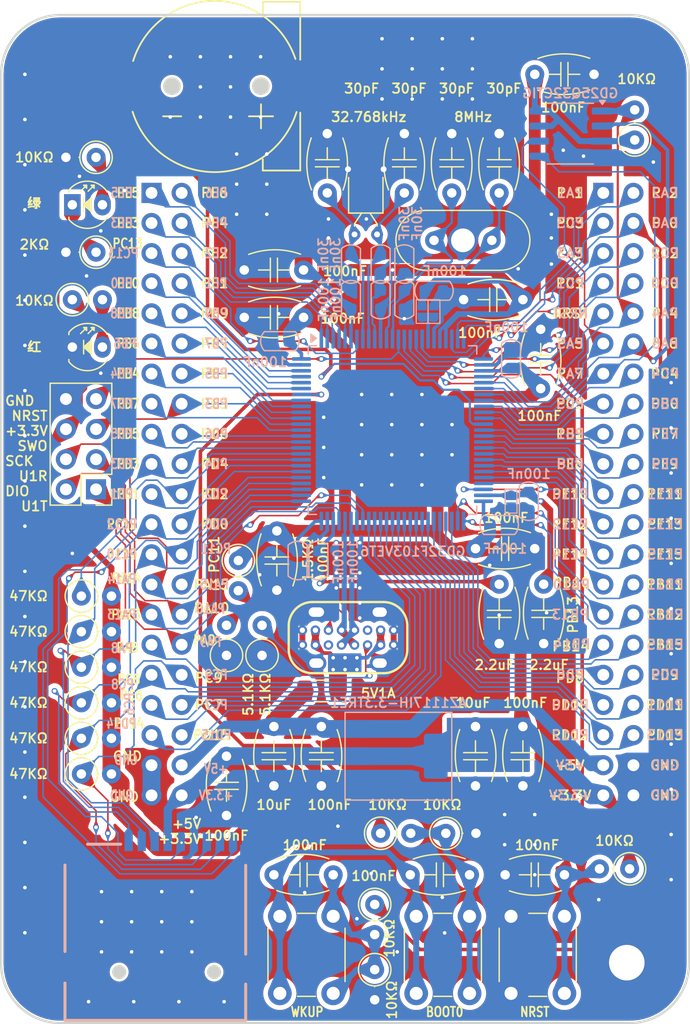
<source format=kicad_pcb>
(kicad_pcb (version 20240108) (generator "pcbnew") (generator_version "8.0")
  (layers (0 "F.Cu" signal) (31 "B.Cu" signal) (34 "B.Paste" user) (35 "F.Paste" user) (36 "B.SilkS" user "B.Silkscreen") (37 "F.SilkS" user "F.Silkscreen") (38 "B.Mask" user) (39 "F.Mask" user) (44 "Edge.Cuts" user))
  (net 0 "")
  (net 1 "+BATT")
  (net 2 "GND")
  (net 3 "+5V")
  (net 4 "+3.3V")
  (net 5 "Net-(C12-Pad2)")
  (net 6 "Net-(C13-Pad2)")
  (net 7 "/NRST")
  (net 8 "/OSC+")
  (net 9 "/OSC-")
  (net 10 "/OSC32+")
  (net 11 "/OSC32-")
  (net 12 "Net-(C22-Pad1)")
  (net 13 "Net-(U3-NC)")
  (net 14 "Net-(J1-CC2)")
  (net 17 "Net-(J1-CC1)")
  (net 18 "/PA14_SWCLK")
  (net 19 "/PA10_USART1_RX")
  (net 20 "/PB3_SWO")
  (net 21 "/PA9_USART1_TX")
  (net 22 "/PA13_SWDIO")
  (net 23 "/PD2_SDIO_CMD")
  (net 24 "/PC8_SDIO_D0")
  (net 25 "/PC9_SDIO_D1")
  (net 26 "/PC11_SDIO_D3")
  (net 27 "/PC10_SDIO_D2")
  (net 28 "/PD3_SDIO_DET")
  (net 29 "/PE11")
  (net 30 "/PA3")
  (net 31 "/PE13")
  (net 32 "/PA5_SPI1_SCLK")
  (net 33 "/PA7_SPI1_MOSI")
  (net 34 "/PB14")
  (net 35 "/PA6_SPI1_MISO")
  (net 36 "/PD13")
  (net 37 "/PD12")
  (net 38 "/PD15")
  (net 39 "/PE7")
  (net 40 "/PE14")
  (net 41 "/PD11")
  (net 42 "/PE8")
  (net 43 "/PE12")
  (net 44 "/PB10")
  (net 45 "/PE9")
  (net 46 "/PE10")
  (net 47 "/PB13")
  (net 48 "/PB0")
  (net 49 "/PC4")
  (net 50 "/PD8")
  (net 51 "/PD10")
  (net 52 "/PA4_SPI1_CS#")
  (net 53 "/PD14")
  (net 54 "/PC5")
  (net 55 "/PB12")
  (net 56 "/PD9")
  (net 57 "/PB15")
  (net 58 "/PB1")
  (net 59 "/PA1")
  (net 60 "/PA2")
  (net 61 "/PB11")
  (net 62 "/PA0_WKUP")
  (net 63 "/PE15")
  (net 64 "/PD7")
  (net 65 "/PD1")
  (net 66 "/PC2")
  (net 67 "/PE4")
  (net 68 "/PB8")
  (net 69 "/PB6")
  (net 70 "/PC1")
  (net 71 "/PB5")
  (net 72 "/PE0")
  (net 73 "/PB7")
  (net 74 "/PB4")
  (net 75 "/PD4")
  (net 76 "/PA15")
  (net 77 "/PD6")
  (net 78 "/PE2")
  (net 79 "/PD0")
  (net 80 "/PA8")
  (net 81 "/PE6")
  (net 82 "/PB9")
  (net 83 "/PE3")
  (net 84 "/PD5")
  (net 85 "/PC12_SDIO_CLK")
  (net 86 "/PE5")
  (net 87 "/PC3")
  (net 88 "/PC6")
  (net 89 "/PC0")
  (net 90 "/PE1")
  (net 91 "/PC13")
  (net 92 "/PC7")
  (net 93 "Net-(LED1-A)")
  (net 94 "Net-(LED2-K)")
  (net 95 "/PB2_BOOT1")
  (net 96 "Net-(U3-VSSA)")
  (net 97 "/BOOT0")
  (net 98 "/D-")
  (net 99 "/D+")
  (net 100 "/VUSB")
  (footprint "jlclib:BAT-SMD_CR1220-2" (layer "F.Cu") (at 85 71 180)
    (property "Reference" "BT1" (hide yes))
    (property "Value" "Battery_Cell" (hide yes))
    (fp_poly (pts (xy 4.35 0) (xy 4.331196 -0.166891) (xy 4.275727 -0.325413) (xy 4.186374 -0.467617) (xy 4.067617 -0.586374) (xy 3.925413 -0.675727) (xy 3.766891 -0.731196) (xy 3.6 -0.75) (xy 3.433109 -0.731196) (xy 3.274587 -0.675727) (xy 3.132383 -0.586374) (xy 3.013626 -0.467617) (xy 2.924273 -0.325413) (xy 2.868804 -0.166891) (xy 2.85 0) (xy 2.868804 0.166891) (xy 2.924273 0.325413) (xy 3.013626 0.467617) (xy 3.132383 0.586374) (xy 3.274587 0.675727) (xy 3.433109 0.731196) (xy 3.6 0.75) (xy 3.766891 0.731196) (xy 3.925413 0.675727) (xy 4.067617 0.586374) (xy 4.186374 0.467617) (xy 4.275727 0.325413) (xy 4.331196 0.166891)) (fill solid) (layer "Edge.Cuts"))
    (fp_poly (pts (xy -3.15 0) (xy -3.168804 -0.166891) (xy -3.224273 -0.325413) (xy -3.313626 -0.467617) (xy -3.432383 -0.586374) (xy -3.574587 -0.675727) (xy -3.733109 -0.731196) (xy -3.9 -0.75) (xy -4.066891 -0.731196) (xy -4.225413 -0.675727) (xy -4.367617 -0.586374) (xy -4.486374 -0.467617) (xy -4.575727 -0.325413) (xy -4.631196 -0.166891) (xy -4.65 0) (xy -4.631196 0.166891) (xy -4.575727 0.325413) (xy -4.486374 0.467617) (xy -4.367617 0.586374) (xy -4.225413 0.675727) (xy -4.066891 0.731196) (xy -3.9 0.75) (xy -3.733109 0.731196) (xy -3.574587 0.675727) (xy -3.432383 0.586374) (xy -3.313626 0.467617) (xy -3.224273 0.325413) (xy -3.168804 0.166891)) (fill solid) (layer "Edge.Cuts"))
  )
  (footprint "PCM_Resistor_THT_AKL:R_Axial_DIN0207_L6.3mm_D2.5mm_P2.54mm_Vertical" (layer "F.Cu") (at 75 77 180)
    (property "Reference" "R7" (hide yes))
    (property "Value" "10KΩ")
  )
  (footprint "Button_Switch_THT:SW_PUSH_6mm_H7.3mm" (layer "F.Cu") (at 106.5 141 -90)
    (property "Reference" "SW2" (hide yes))
    (property "Value" "SW_DIP_x01" (hide yes))
  )
  (footprint "PCM_Resistor_THT_AKL:R_Axial_DIN0207_L6.3mm_D2.5mm_P2.54mm_Vertical" (layer "F.Cu") (at 73 89)
    (property "Reference" "R1" (hide yes))
    (property "Value" "10KΩ")
  )
  (footprint "Connector_PinHeader_2.54mm:PinHeader_2x04_P2.54mm_Vertical" (layer "F.Cu") (at 75 105 180)
    (property "Reference" "J2" (hide yes))
    (property "Value" "Conn_02x04_Odd_Even" (hide yes))
  )
  (footprint "PCM_Resistor_THT_AKL:R_Axial_DIN0207_L6.3mm_D2.5mm_P2.54mm_Vertical" (layer "F.Cu") (at 73.76 123)
    (property "Reference" "R18" (hide yes))
    (property "Value" "47KΩ")
  )
  (footprint "PCM_Resistor_THT_AKL:R_Axial_DIN0207_L6.3mm_D2.5mm_P2.54mm_Vertical" (layer "F.Cu") (at 120.43 75.535 90)
    (property "Reference" "R12" (hide yes))
    (property "Value" "10KΩ")
  )
  (footprint "PCM_LED_THT_AKL:LED_D3.0mm" (layer "F.Cu") (at 73 93)
    (property "Reference" "LED1" (hide yes))
    (property "Value" "红")
  )
  (footprint "PCM_Capacitor_THT_US_AKL:C_Disc_D5.1mm_W3.2mm_P5.00mm" (layer "F.Cu") (at 90 125 -90)
    (property "Reference" "C1" (hide yes))
    (property "Value" "10uF")
  )
  (footprint "PCM_Resistor_THT_AKL:R_Axial_DIN0207_L6.3mm_D2.5mm_P2.54mm_Vertical" (layer "F.Cu") (at 75 85 180)
    (property "Reference" "R6" (hide yes))
    (property "Value" "2KΩ")
  )
  (footprint "PCM_Capacitor_THT_US_AKL:C_Disc_D5.1mm_W3.2mm_P5.00mm" (layer "F.Cu") (at 94 125 -90)
    (property "Reference" "C2" (hide yes))
    (property "Value" "100nF")
  )
  (footprint "Connector_PinHeader_2.54mm:PinHeader_2x21_P2.54mm_Vertical" (layer "F.Cu") (at 117.78 80)
    (property "Reference" "J5" (hide yes))
    (property "Value" "Conn_02x21_Odd_Even" (hide yes))
  )
  (footprint "PCM_Capacitor_THT_US_AKL:C_Disc_D5.1mm_W3.2mm_P5.00mm" (layer "F.Cu") (at 101 80 90)
    (property "Reference" "C18" (hide yes))
    (property "Value" "30pF")
  )
  (footprint "PCM_Capacitor_THT_US_AKL:C_Disc_D5.1mm_W3.2mm_P5.00mm" (layer "F.Cu") (at 112 70)
    (property "Reference" "C19" (hide yes))
    (property "Value" "100nF")
  )
  (footprint "PCM_Resistor_THT_AKL:R_Axial_DIN0207_L6.3mm_D2.5mm_P2.54mm_Vertical" (layer "F.Cu") (at 87 111 -90)
    (property "Reference" "R4" (hide yes))
    (property "Value" "1.5KΩ")
  )
  (footprint "PCM_Capacitor_THT_US_AKL:C_Disc_D5.1mm_W3.2mm_P5.00mm" (layer "F.Cu") (at 112.5 96.5 90)
    (property "Reference" "C9" (hide yes))
    (property "Value" "100nF")
  )
  (footprint "PCM_Capacitor_THT_US_AKL:C_Disc_D5.1mm_W3.2mm_P5.00mm" (layer "F.Cu") (at 107 110)
    (property "Reference" "C8" (hide yes))
    (property "Value" "100nF")
  )
  (footprint "wsylib:USB_C_Receptacle_USB2.0_16P_Ping_in" (layer "F.Cu") (at 96.25 117.5)
    (property "Reference" "J1" (hide yes))
    (property "Value" "USB_C_Receptacle_USB2.0_16P" (hide yes))
  )
  (footprint "PCM_Capacitor_THT_US_AKL:C_Disc_D5.1mm_W3.2mm_P5.00mm" (layer "F.Cu") (at 92.5 90.5 180)
    (property "Reference" "C6" (hide yes))
    (property "Value" "100nF")
  )
  (footprint "PCM_Resistor_THT_AKL:R_Axial_DIN0207_L6.3mm_D2.5mm_P2.54mm_Vertical" (layer "F.Cu") (at 99 134)
    (property "Reference" "R9" (hide yes))
    (property "Value" "10KΩ")
  )
  (footprint "PCM_Capacitor_THT_US_AKL:C_Disc_D5.1mm_W3.2mm_P5.00mm" (layer "F.Cu") (at 111 125 -90)
    (property "Reference" "C4" (hide yes))
    (property "Value" "100nF")
  )
  (footprint "PCM_Capacitor_THT_US_AKL:C_Disc_D5.1mm_W3.2mm_P5.00mm" (layer "F.Cu") (at 111 89 180)
    (property "Reference" "C10" (hide yes))
    (property "Value" "100nF")
  )
  (footprint "PCM_Capacitor_THT_US_AKL:C_Disc_D5.1mm_W3.2mm_P5.00mm" (layer "F.Cu") (at 86 127.5 -90)
    (property "Reference" "C20" (hide yes))
    (property "Value" "100nF")
  )
  (footprint "PCM_Resistor_THT_AKL:R_Axial_DIN0207_L6.3mm_D2.5mm_P2.54mm_Vertical" (layer "F.Cu") (at 104.5 134)
    (property "Reference" "R11" (hide yes))
    (property "Value" "10KΩ")
  )
  (footprint "PCM_Capacitor_THT_US_AKL:C_Disc_D5.1mm_W3.2mm_P5.00mm" (layer "F.Cu") (at 90.25 108.5 -90)
    (property "Reference" "C7" (hide yes))
    (property "Value" "100nF")
  )
  (footprint "Crystal:Crystal_DS26_D2.0mm_L6.0mm_Horizontal_1EP_style2" (layer "F.Cu") (at 98.7 83.5 180)
    (property "Reference" "X2" (hide yes))
    (property "Value" "32.768kHz")
  )
  (footprint "PCM_Resistor_THT_AKL:R_Axial_DIN0207_L6.3mm_D2.5mm_P2.54mm_Vertical" (layer "F.Cu") (at 73.76 120)
    (property "Reference" "R17" (hide yes))
    (property "Value" "47KΩ")
  )
  (footprint "PCM_Capacitor_THT_US_AKL:C_Disc_D5.1mm_W3.2mm_P5.00mm" (layer "F.Cu") (at 92.5 86.5 180)
    (property "Reference" "C5" (hide yes))
    (property "Value" "100nF")
  )
  (footprint "Fuse:Fuse_1206_3216Metric" (layer "F.Cu") (at 94 122)
    (property "Reference" "F1" (hide yes))
    (property "Value" "5V1A")
  )
  (footprint "Button_Switch_THT:SW_PUSH_6mm_H7.3mm" (layer "F.Cu") (at 110 147.5 90)
    (property "Reference" "SW3" (hide yes))
    (property "Value" "SW_DIP_x01" (hide yes))
  )
  (footprint "PCM_Resistor_THT_AKL:R_Axial_DIN0207_L6.3mm_D2.5mm_P2.54mm_Vertical" (layer "F.Cu") (at 73.76 114)
    (property "Reference" "R13" (hide yes))
    (property "Value" "47KΩ")
  )
  (footprint "PCM_Capacitor_THT_US_AKL:C_Disc_D5.1mm_W3.2mm_P5.00mm" (layer "F.Cu") (at 114.5 137.5 180)
    (property "Reference" "C14" (hide yes))
    (property "Value" "100nF")
  )
  (footprint "Connector_PinHeader_2.54mm:PinHeader_2x21_P2.54mm_Vertical" (layer "F.Cu") (at 79.68 80)
    (property "Reference" "J4" (hide yes))
    (property "Value" "Conn_02x21_Odd_Even" (hide yes))
  )
  (footprint "wsylib:Crystal_HC49-U-3Pin_Vertical_change" (layer "F.Cu") (at 103.5 84)
    (property "Reference" "X1" (hide yes))
    (property "Value" "8MHz")
  )
  (footprint "PCM_Capacitor_THT_US_AKL:C_Disc_D5.1mm_W3.2mm_P5.00mm" (layer "F.Cu") (at 90 137.5)
    (property "Reference" "C12" (hide yes))
    (property "Value" "100nF")
  )
  (footprint "PCM_Capacitor_THT_US_AKL:C_Disc_D5.1mm_W3.2mm_P5.00mm" (layer "F.Cu") (at 101.5 137.5)
    (property "Reference" "C13" (hide yes))
    (property "Value" "100nF")
  )
  (footprint "PCM_Resistor_THT_AKL:R_Axial_DIN0207_L6.3mm_D2.5mm_P2.54mm_Vertical" (layer "F.Cu") (at 73.76 129)
    (property "Reference" "R15" (hide yes))
    (property "Value" "47KΩ")
  )
  (footprint "Button_Switch_THT:SW_PUSH_6mm_H7.3mm" (layer "F.Cu") (at 95 141 -90)
    (property "Reference" "SW1" (hide yes))
    (property "Value" "SW_DIP_x01" (hide yes))
  )
  (footprint "PCM_Resistor_THT_AKL:R_Axial_DIN0207_L6.3mm_D2.5mm_P2.54mm_Vertical" (layer "F.Cu") (at 98.5 140 -90)
    (property "Reference" "R8" (hide yes))
    (property "Value" "10KΩ")
  )
  (footprint "PCM_Resistor_THT_AKL:R_Axial_DIN0207_L6.3mm_D2.5mm_P2.54mm_Vertical" (layer "F.Cu") (at 73.76 117)
    (property "Reference" "R16" (hide yes))
    (property "Value" "47KΩ")
  )
  (footprint "PCM_Capacitor_THT_US_AKL:C_Disc_D5.1mm_W3.2mm_P5.00mm" (layer "F.Cu") (at 94.5 80 90)
    (property "Reference" "C17" (hide yes))
    (property "Value" "30pF")
  )
  (footprint "PCM_Capacitor_THT_US_AKL:C_Disc_D5.1mm_W3.2mm_P5.00mm" (layer "F.Cu") (at 109 80 90)
    (property "Reference" "C16" (hide yes))
    (property "Value" "30pF")
  )
  (footprint "PCM_Capacitor_THT_US_AKL:C_Disc_D5.1mm_W3.2mm_P5.00mm" (layer "F.Cu") (at 112.75 113 -90)
    (property "Reference" "C22" (hide yes))
    (property "Value" "2.2uF")
  )
  (footprint "PCM_Resistor_THT_AKL:R_Axial_DIN0207_L6.3mm_D2.5mm_P2.54mm_Vertical" (layer "F.Cu") (at 89 119 90)
    (property "Reference" "R3" (hide yes))
    (property "Value" "5.1KΩ")
  )
  (footprint "PCM_Capacitor_THT_US_AKL:C_Disc_D5.1mm_W3.2mm_P5.00mm" (layer "F.Cu") (at 105 80 90)
    (property "Reference" "C15" (hide yes))
    (property "Value" "30pF")
  )
  (footprint "PCM_LED_THT_AKL:LED_D3.0mm" (layer "F.Cu") (at 73 81)
    (property "Reference" "LED2" (hide yes))
    (property "Value" "绿")
  )
  (footprint "PCM_Resistor_THT_AKL:R_Axial_DIN0207_L6.3mm_D2.5mm_P2.54mm_Vertical" (layer "F.Cu") (at 98.5 145.5 -90)
    (property "Reference" "R10" (hide yes))
    (property "Value" "10KΩ")
  )
  (footprint "PCM_Capacitor_THT_US_AKL:C_Disc_D5.1mm_W3.2mm_P5.00mm" (layer "F.Cu") (at 107 125 -90)
    (property "Reference" "C3" (hide yes))
    (property "Value" "10uF")
  )
  (footprint "MountingHole:MountingHole_3mm_Pad" (layer "F.Cu") (at 119.76 144.91)
    (property "Reference" "H1" (hide yes))
    (property "Value" "MountingHole_Pad" (hide yes))
  )
  (footprint "PCM_Resistor_THT_AKL:R_Axial_DIN0207_L6.3mm_D2.5mm_P2.54mm_Vertical" (layer "F.Cu") (at 86 119 90)
    (property "Reference" "R2" (hide yes))
    (property "Value" "5.1KΩ")
  )
  (footprint "PCM_Resistor_THT_AKL:R_Axial_DIN0207_L6.3mm_D2.5mm_P2.54mm_Vertical" (layer "F.Cu") (at 73.76 125.9952)
    (property "Reference" "R14" (hide yes))
    (property "Value" "47KΩ")
  )
  (footprint "PCM_Capacitor_THT_US_AKL:C_Disc_D5.1mm_W3.2mm_P5.00mm" (layer "F.Cu") (at 109 113 -90)
    (property "Reference" "C24" (hide yes))
    (property "Value" "2.2uF")
  )
  (footprint "PCM_Resistor_THT_AKL:R_Axial_DIN0207_L6.3mm_D2.5mm_P2.54mm_Vertical" (layer "F.Cu") (at 120 137 180)
    (property "Reference" "R5" (hide yes))
    (property "Value" "10KΩ")
  )
  (footprint "PCM_Capacitor_SMD_AKL:C_0603_1608Metric" (layer "B.Cu") (at 96.5 86 -90)
    (property "Reference" "C35" (hide yes))
    (property "Value" "30nF")
  )
  (footprint "PCM_Capacitor_SMD_AKL:C_0603_1608Metric" (layer "B.Cu") (at 96.5 89 90)
    (property "Reference" "C26" (hide yes))
    (property "Value" "100nF")
  )
  (footprint "Package_QFP:LQFP-100_14x14mm_P0.5mm" (layer "B.Cu") (at 100 100 -90)
    (property "Reference" "U3" (hide yes))
    (property "Value" "GD32F103VET6")
  )
  (footprint "PCM_Capacitor_SMD_AKL:C_0603_1608Metric" (layer "B.Cu") (at 101 86 90)
    (property "Reference" "C33" (hide yes))
    (property "Value" "30nF")
  )
  (footprint "PCM_Capacitor_SMD_AKL:C_0603_1608Metric" (layer "B.Cu") (at 109 108)
    (property "Reference" "C27" (hide yes))
    (property "Value" "100nF")
  )
  (footprint "wsylib:microSD_9pin" (layer "B.Cu") (at 80 140 180)
    (property "Reference" "J3" (hide yes))
    (property "Value" "Micro_SD_Card_Det1" (hide yes))
    (fp_poly (pts (xy 3.65 -5.7) (xy 3.629555 -5.544709) (xy 3.569615 -5.4) (xy 3.474264 -5.275736) (xy 3.35 -5.180385) (xy 3.205291 -5.120445) (xy 3.05 -5.1) (xy 2.894709 -5.120445) (xy 2.75 -5.180385) (xy 2.625736 -5.275736) (xy 2.530385 -5.4) (xy 2.470445 -5.544709) (xy 2.45 -5.7) (xy 2.470445 -5.855291) (xy 2.530385 -6) (xy 2.625736 -6.124264) (xy 2.75 -6.219615) (xy 2.894709 -6.279555) (xy 3.05 -6.3) (xy 3.205291 -6.279555) (xy 3.35 -6.219615) (xy 3.474264 -6.124264) (xy 3.569615 -6) (xy 3.629555 -5.855291)) (fill solid) (layer "Edge.Cuts"))
    (fp_poly (pts (xy -4.35 -5.7) (xy -4.370445 -5.544709) (xy -4.430385 -5.4) (xy -4.525736 -5.275736) (xy -4.65 -5.180385) (xy -4.794709 -5.120445) (xy -4.95 -5.1) (xy -5.105291 -5.120445) (xy -5.25 -5.180385) (xy -5.374264 -5.275736) (xy -5.469615 -5.4) (xy -5.529555 -5.544709) (xy -5.55 -5.7) (xy -5.529555 -5.855291) (xy -5.469615 -6) (xy -5.374264 -6.124264) (xy -5.25 -6.219615) (xy -5.105291 -6.279555) (xy -4.95 -6.3) (xy -4.794709 -6.279555) (xy -4.65 -6.219615) (xy -4.525736 -6.124264) (xy -4.430385 -6) (xy -4.370445 -5.855291)) (fill solid) (layer "Edge.Cuts"))
  )
  (footprint "wsylib:short_circuit" (layer "B.Cu") (at 103.5 90 90)
    (property "Reference" "NT2" (hide yes))
    (property "Value" "NetTie_2" (hide yes))
  )
  (footprint "PCM_Capacitor_SMD_AKL:C_0603_1608Metric" (layer "B.Cu") (at 93.75 111 -90)
    (property "Reference" "C25" (hide yes))
    (property "Value" "100nF")
  )
  (footprint "PCM_Capacitor_SMD_AKL:C_0603_1608Metric" (layer "B.Cu") (at 101 89 -90)
    (property "Reference" "C34" (hide yes))
    (property "Value" "30nF")
  )
  (footprint "PCM_Capacitor_SMD_AKL:C_0603_1608Metric" (layer "B.Cu") (at 92 111 -90)
    (property "Reference" "C30" (hide yes))
    (property "Value" "100nF")
  )
  (footprint "wsylib:short_circuit" (layer "B.Cu") (at 102.5 90 -90)
    (property "Reference" "NT1" (hide yes))
    (property "Value" "NetTie_2" (hide yes))
  )
  (footprint "PCM_Package_TO_SOT_SMD_AKL:SOT-223-3_TabPin2" (layer "B.Cu") (at 100.5 127.5)
    (property "Reference" "U1" (hide yes))
    (property "Value" "AZ1117IH-3.3TRE1")
  )
  (footprint "wsylib:short_circuit" (layer "B.Cu") (at 110 106 -90)
    (property "Reference" "NT3" (hide yes))
    (property "Value" "NetTie_2" (hide yes))
  )
  (footprint "PCM_Capacitor_SMD_AKL:C_0603_1608Metric" (layer "B.Cu") (at 103.5 88.25)
    (property "Reference" "C31" (hide yes))
    (property "Value" "100nF")
  )
  (footprint "PCM_Capacitor_SMD_AKL:C_0603_1608Metric" (layer "B.Cu") (at 111.5 106 -90)
    (property "Reference" "C23" (hide yes))
    (property "Value" "100nF")
  )
  (footprint "PCM_Capacitor_SMD_AKL:C_0603_1608Metric" (layer "B.Cu") (at 99 89 90)
    (property "Reference" "C28" (hide yes))
    (property "Value" "100nF")
  )
  (footprint "Package_SO:SOP-8_3.9x4.9mm_P1.27mm" (layer "B.Cu") (at 115 75 180)
    (property "Reference" "U2" (hide yes))
    (property "Value" "GD25Q32CTIG")
  )
  (footprint "PCM_Capacitor_SMD_AKL:C_0603_1608Metric" (layer "B.Cu") (at 90.5 92.5 180)
    (property "Reference" "C29" (hide yes))
    (property "Value" "100nF")
  )
  (footprint "PCM_Capacitor_SMD_AKL:C_0603_1608Metric" (layer "B.Cu") (at 110 94 90)
    (property "Reference" "C32" (hide yes))
    (property "Value" "100nF")
  )
  (footprint "PCM_Capacitor_SMD_AKL:C_0603_1608Metric" (layer "B.Cu") (at 99 86 -90)
    (property "Reference" "C36" (hide yes))
    (property "Value" "30nF")
  )
  (gr_rect (start 94.665 118.93) (end 97.28 120.45) (stroke (width 0.2)) (fill solid) (layer "F.Cu") (net 100))
  (gr_rect (start 104.69 124.37) (end 111.48 128.73) (stroke (width 0.2)) (fill solid) (layer "F.Cu") (net 4))
  (gr_rect (start 104.69 124.37) (end 111.48 128.73) (stroke (width 0.2)) (fill solid) (layer "B.Cu") (net 4))
  (gr_rect (start 94.665 118.93) (end 97.28 120.45) (stroke (width 0.2)) (fill solid) (layer "B.Cu") (net 100))
  (gr_line (start 72 65) (end 120 65) (stroke (width 0.2)) (layer "Edge.Cuts"))
  (gr_line (start 125 70) (end 125 145) (stroke (width 0.2)) (layer "Edge.Cuts"))
  (gr_arc (start 125 145) (mid 123.535534 148.535534) (end 120 150) (stroke (width 0.2)) (layer "Edge.Cuts"))
  (gr_arc (start 120 65) (mid 123.535534 66.464466) (end 125 70) (stroke (width 0.2)) (layer "Edge.Cuts"))
  (gr_line (start 67 145) (end 67 70) (stroke (width 0.2)) (layer "Edge.Cuts"))
  (gr_arc (start 67 70) (mid 68.464466 66.464466) (end 72 65) (stroke (width 0.2)) (layer "Edge.Cuts"))
  (gr_line (start 120 150) (end 72 150) (stroke (width 0.2)) (layer "Edge.Cuts"))
  (gr_arc (start 72 150) (mid 68.464466 148.535534) (end 67 145) (stroke (width 0.2)) (layer "Edge.Cuts"))
  (gr_text "PE5" (at 77.1725 80 0) (layer "B.SilkS") (effects (font (size 0.8 0.65) (thickness 0.15) (bold yes)) (justify mirror)))
  (gr_text "PD13" (at 123 125.72 0) (layer "B.SilkS") (effects (font (size 0.8 0.8) (thickness 0.15) (bold yes)) (justify mirror)))
  (gr_text "PA13\n" (at 77.1725 115.56 0) (layer "B.SilkS") (effects (font (size 0.8 0.65) (thickness 0.15) (bold yes)) (justify mirror)))
  (gr_text "PE3" (at 77.1725 82.54 0) (layer "B.SilkS") (effects (font (size 0.8 0.65) (thickness 0.15) (bold yes)) (justify mirror)))
  (gr_text "PE12" (at 115 107.94 0) (layer "B.SilkS") (effects (font (size 0.8 0.8) (thickness 0.15) (bold yes)) (justify mirror)))
  (gr_text "PC9" (at 85.1375 120.64 0) (layer "B.SilkS") (effects (font (size 0.8 0.65) (thickness 0.15) (bold yes)) (justify mirror)))
  (gr_text "PE11" (at 123 105.4 0) (layer "B.SilkS") (effects (font (size 0.8 0.8) (thickness 0.15) (bold yes)) (justify mirror)))
  (gr_text "PA1\n" (at 115 80 0) (layer "B.SilkS") (effects (font (size 0.8 0.8) (thickness 0.15) (bold yes)) (justify mirror)))
  (gr_text "PA8" (at 77.18 118.39 0) (layer "B.SilkS") (effects (font (size 0.8 0.65) (thickness 0.15) (bold yes)) (justify mirror)))
  (gr_text "PD3" (at 77.1725 102.86 0) (layer "B.SilkS") (effects (font (size 0.8 0.65) (thickness 0.15) (bold yes)) (justify mirror)))
  (gr_text "PB14" (at 115.12 118.07 0) (layer "B.SilkS") (effects (font (size 0.8 0.8) (thickness 0.15) (bold yes)) (justify mirror)))
  (gr_text "PA0" (at 123 82.54 0) (layer "B.SilkS") (effects (font (size 0.8 0.8) (thickness 0.15) (bold yes)) (justify mirror)))
  (gr_text "PE0" (at 77.1725 87.62 0) (layer "B.SilkS") (effects (font (size 0.8 0.65) (thickness 0.15) (bold yes)) (justify mirror)))
  (gr_text "NRST" (at 115 90.16 0) (layer "B.SilkS") (effects (font (size 0.8 0.8) (thickness 0.15) (bold yes)) (justify mirror)))
  (gr_text "PB5" (at 85.1375 95.24 0) (layer "B.SilkS") (effects (font (size 0.8 0.65) (thickness 0.15) (bold yes)) (justify mirror)))
  (gr_text "PB1" (at 115 100.32 0) (layer "B.SilkS") (effects (font (size 0.8 0.8) (thickness 0.15) (bold yes)) (justify mirror)))
  (gr_text "PD15" (at 85.1375 125.72 0) (layer "B.SilkS") (effects (font (size 0.8 0.65) (thickness 0.15) (bold yes)) (justify mirror)))
  (gr_text "PB12" (at 123 115.56 0) (layer "B.SilkS") (effects (font (size 0.8 0.8) (thickness 0.15) (bold yes)) (justify mirror)))
  (gr_text "PE9" (at 123 102.86 0) (layer "B.SilkS") (effects (font (size 0.8 0.8) (thickness 0.15) (bold yes)) (justify mirror)))
  (gr_text "PD12" (at 115 125.72 0) (layer "B.SilkS") (effects (font (size 0.8 0.8) (thickness 0.15) (bold yes)) (justify mirror)))
  (gr_text "PA5" (at 115 92.7 0) (layer "B.SilkS") (effects (font (size 0.8 0.8) (thickness 0.15) (bold yes)) (justify mirror)))
  (gr_text "+5V" (at 115 128.26 0) (layer "B.SilkS") (effects (font (size 0.8 0.8) (thickness 0.15) (bold yes)) (justify mirror)))
  (gr_text "PB4\n" (at 77.1725 95.24 0) (layer "B.SilkS") (effects (font (size 0.8 0.65) (thickness 0.15) (bold yes)) (justify mirror)))
  (gr_text "+3.3V" (at 115 130.8 0) (layer "B.SilkS") (effects (font (size 0.8 0.8) (thickness 0.15) (bold yes)) (justify mirror)))
  (gr_text "PB3\n" (at 85.1375 97.78 0) (layer "B.SilkS") (effects (font (size 0.8 0.65) (thickness 0.15) (bold yes)) (justify mirror)))
  (gr_text "PA3" (at 115 85.08 0) (layer "B.SilkS") (effects (font (size 0.8 0.8) (thickness 0.15) (bold yes)) (justify mirror)))
  (gr_text "PB9\n" (at 85.1375 90.16 0) (layer "B.SilkS") (effects (font (size 0.8 0.65) (thickness 0.15) (bold yes)) (justify mirror)))
  (gr_text "PC11" (at 85.1 110 0) (layer "B.SilkS") (effects (font (size 0.8 0.65) (thickness 0.15) (bold yes)) (justify mirror)))
  (gr_text "PC6" (at 77.83 123.1 90) (layer "B.SilkS") (effects (font (size 0.8 0.65) (thickness 0.15) (bold yes)) (justify mirror)))
  (gr_text "PB10\n" (at 115.09 113.05 0) (layer "B.SilkS") (effects (font (size 0.8 0.8) (thickness 0.15) (bold yes)) (justify mirror)))
  (gr_text "PC7" (at 85.1375 123.18 0) (layer "B.SilkS") (effects (font (size 0.8 0.65) (thickness 0.15) (bold yes)) (justify mirror)))
  (gr_text "PC4" (at 123 95.24 0) (layer "B.SilkS") (effects (font (size 0.8 0.8) (thickness 0.15) (bold yes)) (justify mirror)))
  (gr_text "PE8" (at 115 102.86 0) (layer "B.SilkS") (effects (font (size 0.8 0.8) (thickness 0.15) (bold yes)) (justify mirror)))
  (gr_text "PD5" (at 77.1725 100.32 0) (layer "B.SilkS") (effects (font (size 0.8 0.65) (thickness 0.15) (bold yes)) (justify mirror)))
  (gr_text "PC12" (at 77.1725 107.94 0) (layer "B.SilkS") (effects (font (size 0.8 0.65) (thickness 0.15) (bold yes)) (justify mirror)))
  (gr_text "PD6" (at 85.1375 100.32 0) (layer "B.SilkS") (effects (font (size 0.8 0.65) (thickness 0.15) (bold yes)) (justify mirror)))
  (gr_text "GND" (at 123 130.8 0) (layer "B.SilkS") (effects (font (size 0.8 0.8) (thickness 0.15) (bold yes)) (justify mirror)))
  (gr_text "PC1" (at 115 87.62 0) (layer "B.SilkS") (effects (font (size 0.8 0.8) (thickness 0.15) (bold yes)) (justify mirror)))
  (gr_text "PE13" (at 123 107.94 0) (layer "B.SilkS") (effects (font (size 0.8 0.8) (thickness 0.15) (bold yes)) (justify mirror)))
  (gr_text "PB15" (at 123 118.1 0) (layer "B.SilkS") (effects (font (size 0.8 0.8) (thickness 0.15) (bold yes)) (justify mirror)))
  (gr_text "+3.3V" (at 85.1375 130.8 0) (layer "B.SilkS") (effects (font (size 0.8 0.65) (thickness 0.15) (bold yes)) (justify mirror)))
  (gr_text "PD9" (at 123 120.64 0) (layer "B.SilkS") (effects (font (size 0.8 0.8) (thickness 0.15) (bold yes)) (justify mirror)))
  (gr_text "PE2" (at 85.1375 85.08 0) (layer "B.SilkS") (effects (font (size 0.8 0.65) (thickness 0.15) (bold yes)) (justify mirror)))
  (gr_text "GND" (at 77.1725 130.8 0) (layer "B.SilkS") (effects (font (size 0.8 0.65) (thickness 0.15) (bold yes)) (justify mirror)))
  (gr_text "PD4" (at 85.1375 102.86 0) (layer "B.SilkS") (effects (font (size 0.8 0.65) (thickness 0.15) (bold yes)) (justify mirror)))
  (gr_text "PC2" (at 123 85.08 0) (layer "B.SilkS") (effects (font (size 0.8 0.8) (thickness 0.15) (bold yes)) (justify mirror)))
  (gr_text "GND" (at 123 128.26 0) (layer "B.SilkS") (effects (font (size 0.8 0.8) (thickness 0.15) (bold yes)) (justify mirror)))
  (gr_text "PB8" (at 77.1725 90.16 0) (layer "B.SilkS") (effects (font (size 0.8 0.65) (thickness 0.15) (bold yes)) (justify mirror)))
  (gr_text "PC0" (at 123 87.62 0) (layer "B.SilkS") (effects (font (size 0.8 0.8) (thickness 0.15) (bold yes)) (justify mirror)))
  (gr_text "PB7" (at 85.1375 92.7 0) (layer "B.SilkS") (effects (font (size 0.8 0.65) (thickness 0.15) (bold yes)) (justify mirror)))
  (gr_text "PE6" (at 85.1375 80 0) (layer "B.SilkS") (effects (font (size 0.8 0.65) (thickness 0.15) (bold yes)) (justify mirror)))
  (gr_text "PE1\n" (at 85.1375 87.62 0) (layer "B.SilkS") (effects (font (size 0.8 0.65) (thickness 0.15) (bold yes)) (justify mirror)))
  (gr_text "PB13" (at 115 115.56 0) (layer "B.SilkS") (effects (font (size 0.8 0.8) (thickness 0.15) (bold yes)) (justify mirror)))
  (gr_text "PE10" (at 115 105.4 0) (layer "B.SilkS") (effects (font (size 0.8 0.8) (thickness 0.15) (bold yes)) (justify mirror)))
  (gr_text "PD0" (at 85.1375 107.94 0) (layer "B.SilkS") (effects (font (size 0.8 0.65) (thickness 0.15) (bold yes)) (justify mirror)))
  (gr_text "PD2\n" (at 85.1375 105.4 0) (layer "B.SilkS") (effects (font (size 0.8 0.65) (thickness 0.15) (bold yes)) (justify mirror)))
  (gr_text "PC5" (at 115 97.78 0) (layer "B.SilkS") (effects (font (size 0.8 0.8) (thickness 0.15) (bold yes)) (justify mirror)))
  (gr_text "PA7" (at 115 95.24 0) (layer "B.SilkS") (effects (font (size 0.8 0.8) (thickness 0.15) (bold yes)) (justify mirror)))
  (gr_text "PB0" (at 123 97.78 0) (layer "B.SilkS") (effects (font (size 0.8 0.8) (thickness 0.15) (bold yes)) (justify mirror)))
  (gr_text "PE15" (at 123 110.48 0) (layer "B.SilkS") (effects (font (size 0.8 0.8) (thickness 0.15) (bold yes)) (justify mirror)))
  (gr_text "PA15\n" (at 84.98 113 0) (layer "B.SilkS") (effects (font (size 0.8 0.65) (thickness 0.15) (bold yes)) (justify mirror)))
  (gr_text "PC13\n" (at 77.31 85.09 0) (layer "B.SilkS") (effects (font (size 0.8 0.65) (thickness 0.15) (bold yes)) (justify mirror)))
  (gr_text "PD7" (at 77.1725 97.78 0) (layer "B.SilkS") (effects (font (size 0.8 0.65) (thickness 0.15) (bold yes)) (justify mirror)))
  (gr_text "PD8" (at 115 120.64 0) (layer "B.SilkS") (effects (font (size 0.8 0.8) (thickness 0.15) (bold yes)) (justify mirror)))
  (gr_text "PC8" (at 77.24 121.45 0) (layer "B.SilkS") (effects (font (size 0.8 0.65) (thickness 0.15) (bold yes)) (justify mirror)))
  (gr_text "PA9" (at 84.65 117.87 0) (layer "B.SilkS") (effects (font (size 0.8 0.65) (thickness 0.15) (bold yes)) (justify mirror)))
  (gr_text "PA6" (at 123 92.7 0) (layer "B.SilkS") (effects (font (size 0.8 0.8) (thickness 0.15) (bold yes)) (justify mirror)))
  (gr_text "PD10" (at 115 123.18 0) (layer "B.SilkS") (effects (font (size 0.8 0.8) (thickness 0.15) (bold yes)) (justify mirror)))
  (gr_text "PC10" (at 77.1725 110.48 0) (layer "B.SilkS") (effects (font (size 0.8 0.65) (thickness 0.15) (bold yes)) (justify mirror)))
  (gr_text "PB6\n" (at 77.46 92.71 0) (layer "B.SilkS") (effects (font (size 0.8 0.65) (thickness 0.15) (bold yes)) (justify mirror)))
  (gr_text "GND\n" (at 77.53 127.81 0) (layer "B.SilkS") (effects (font (size 0.8 0.65) (thickness 0.15) (bold yes)) (justify mirror)))
  (gr_text "PD11\n" (at 123 123.18 0) (layer "B.SilkS") (effects (font (size 0.8 0.8) (thickness 0.15) (bold yes)) (justify mirror)))
  (gr_text "PC3" (at 115 82.54 0) (layer "B.SilkS") (effects (font (size 0.8 0.8) (thickness 0.15) (bold yes)) (justify mirror)))
  (gr_text "PD14\n" (at 77.14 124.76 0) (layer "B.SilkS") (effects (font (size 0.8 0.65) (thickness 0.15) (bold yes)) (justify mirror)))
  (gr_text "PB11" (at 123 113.02 0) (layer "B.SilkS") (effects (font (size 0.8 0.8) (thickness 0.15) (bold yes)) (justify mirror)))
  (gr_text "PA2" (at 123 80 0) (layer "B.SilkS") (effects (font (size 0.8 0.8) (thickness 0.15) (bold yes)) (justify mirror)))
  (gr_text "PA14" (at 77.18 112.56 0) (layer "B.SilkS") (effects (font (size 0.8 0.65) (thickness 0.15) (bold yes)) (justify mirror)))
  (gr_text "PA10" (at 84.66 115.07 0) (layer "B.SilkS") (effects (font (size 0.8 0.65) (thickness 0.15) (bold yes)) (justify mirror)))
  (gr_text "PE4" (at 85.1375 82.54 0) (layer "B.SilkS") (effects (font (size 0.8 0.65) (thickness 0.15) (bold yes)) (justify mirror)))
  (gr_text "PE7" (at 123 100.32 0) (layer "B.SilkS") (effects (font (size 0.8 0.8) (thickness 0.15) (bold yes)) (justify mirror)))
  (gr_text "PD1" (at 77.1725 105.4 0) (layer "B.SilkS") (effects (font (size 0.8 0.65) (thickness 0.15) (bold yes)) (justify mirror)))
  (gr_text "PE14" (at 115 110.48 0) (layer "B.SilkS") (effects (font (size 0.8 0.8) (thickness 0.15) (bold yes)) (justify mirror)))
  (gr_text "PA4" (at 123 90.16 0) (layer "B.SilkS") (effects (font (size 0.8 0.8) (thickness 0.15) (bold yes)) (justify mirror)))
  (gr_text "+5V" (at 85.11 128.57 0) (layer "B.SilkS") (effects (font (size 0.8 0.65) (thickness 0.15) (bold yes)) (justify mirror)))
  (gr_text "PB0" (at 122.96 97.78 -0) (layer "F.SilkS") (effects (font (size 0.8 0.8) (thickness 0.15) (bold yes))))
  (gr_text "+3.3V\n" (at 67.25 100.54 0) (layer "F.SilkS") (effects (font (size 0.8 0.8) (thickness 0.15) (bold yes)) (justify left bottom)))
  (gr_text "PD0" (at 85 107.94 0) (layer "F.SilkS") (effects (font (size 0.8 0.8) (thickness 0.15) (bold yes))))
  (gr_text "PC0" (at 122.96 87.62 -0) (layer "F.SilkS") (effects (font (size 0.8 0.8) (thickness 0.15) (bold yes))))
  (gr_text "PA3" (at 114.97 85.09 -0) (layer "F.SilkS") (effects (font (size 0.8 0.8) (thickness 0.15) (bold yes))))
  (gr_text "PA5" (at 114.97 92.71 -0) (layer "F.SilkS") (effects (font (size 0.8 0.8) (thickness 0.15) (bold yes))))
  (gr_text "PA9" (at 84.13 117.25 0) (layer "F.SilkS") (effects (font (size 0.8 0.65) (thickness 0.15) (bold yes)) (justify top)))
  (gr_text "PB8" (at 77.7 90.16 0) (layer "F.SilkS") (effects (font (size 0.8 0.65) (thickness 0.15) (bold yes))))
  (gr_text "PC9" (at 84.5 120.89 0) (layer "F.SilkS") (effects (font (size 0.8 0.8) (thickness 0.15) (bold yes))))
  (gr_text "PD6" (at 85 100.32 0) (layer "F.SilkS") (effects (font (size 0.8 0.8) (thickness 0.15) (bold yes))))
  (gr_text "PA1\n" (at 114.97 80.01 -0) (layer "F.SilkS") (effects (font (size 0.8 0.8) (thickness 0.15) (bold yes))))
  (gr_text "PA15\n" (at 84.74 112.59 0) (layer "F.SilkS") (effects (font (size 0.8 0.8) (thickness 0.15) (bold yes)) (justify top)))
  (gr_text "PB1" (at 114.97 100.33 -0) (layer "F.SilkS") (effects (font (size 0.8 0.8) (thickness 0.15) (bold yes))))
  (gr_text "NRST\n" (at 71 99.27 0) (layer "F.SilkS") (effects (font (size 0.8 0.8) (thickness 0.15) (bold yes)) (justify right bottom)))
  (gr_text "PB4\n" (at 77.7 95.24 0) (layer "F.SilkS") (effects (font (size 0.8 0.65) (thickness 0.15) (bold yes))))
  (gr_text "PD4" (at 85 102.86 0) (layer "F.SilkS") (effects (font (size 0.8 0.8) (thickness 0.15) (bold yes))))
  (gr_text "PB9\n" (at 85 90.16 0) (layer "F.SilkS") (effects (font (size 0.8 0.8) (thickness 0.15) (bold yes))))
  (gr_text "PE2" (at 85 85.08 0) (layer "F.SilkS") (effects (font (size 0.8 0.8) (thickness 0.15) (bold yes))))
  (gr_text "GND\n" (at 77.65 127.98 0) (layer "F.SilkS") (effects (font (size 0.8 0.8) (thickness 0.15) (bold yes)) (justify bottom)))
  (gr_text "PD10" (at 114.97 123.19 -0) (layer "F.SilkS") (effects (font (size 0.8 0.8) (thickness 0.15) (bold yes))))
  (gr_text "PD11\n" (at 122.96 123.18 -0) (layer "F.SilkS") (effects (font (size 0.8 0.8) (thickness 0.15) (bold yes))))
  (gr_text "PD1" (at 77.7 105.4 0) (layer "F.SilkS") (effects (font (size 0.8 0.65) (thickness 0.15) (bold yes))))
  (gr_text "GND" (at 122.96 128.26 -0) (layer "F.SilkS") (effects (font (size 0.8 0.8) (thickness 0.15) (bold yes))))
  (gr_text "PC11" (at 84.5 110.48 90) (layer "F.SilkS") (effects (font (size 0.8 0.8) (thickness 0.15) (bold yes)) (justify top)))
  (gr_text "PB6\n" (at 77.7 92.7 0) (layer "F.SilkS") (effects (font (size 0.8 0.65) (thickness 0.15) (bold yes))))
  (gr_text "PA14" (at 77.56 112.95 0) (layer "F.SilkS") (effects (font (size 0.8 0.65) (thickness 0.15) (bold yes)) (justify bottom)))
  (gr_text "PD2\n" (at 85 105.4 0) (layer "F.SilkS") (effects (font (size 0.8 0.8) (thickness 0.15) (bold yes))))
  (gr_text "PA10" (at 84.74 114.54 0) (layer "F.SilkS") (effects (font (size 0.8 0.8) (thickness 0.15) (bold yes)) (justify top)))
  (gr_text "PE11" (at 122.96 105.4 -0) (layer "F.SilkS") (effects (font (size 0.8 0.8) (thickness 0.15) (bold yes))))
  (gr_text "SCK" (at 67.25 103.08 0) (layer "F.SilkS") (effects (font (size 0.8 0.8) (thickness 0.15) (bold yes)) (justify left bottom)))
  (gr_text "PC6" (at 77.98 122.85 0) (layer "F.SilkS") (effects (font (size 0.8 0.65) (thickness 0.15) (bold yes)) (justify bottom)))
  (gr_text "PD12" (at 114.97 125.73 -0) (layer "F.SilkS") (effects (font (size 0.8 0.8) (thickness 0.15) (bold yes))))
  (gr_text "PE4" (at 85 82.54 0) (layer "F.SilkS") (effects (font (size 0.8 0.8) (thickness 0.15) (bold yes))))
  (gr_text "PD9" (at 122.96 120.64 -0) (layer "F.SilkS") (effects (font (size 0.8 0.8) (thickness 0.15) (bold yes))))
  (gr_text "PD7" (at 77.7 97.78 0) (layer "F.SilkS") (effects (font (size 0.8 0.65) (thickness 0.15) (bold yes))))
  (gr_text "GND" (at 122.96 130.8 -0) (layer "F.SilkS") (effects (font (size 0.8 0.8) (thickness 0.15) (bold yes))))
  (gr_text "GND" (at 77.39 131.4 0) (layer "F.SilkS") (effects (font (size 0.8 0.8) (thickness 0.15) (bold yes)) (justify bottom)))
  (gr_text "+3.3V" (at 114.97 130.81 -0) (layer "F.SilkS") (effects (font (size 0.8 0.8) (thickness 0.15) (bold yes))))
  (gr_text "PA4" (at 122.96 90.16 -0) (layer "F.SilkS") (effects (font (size 0.8 0.8) (thickness 0.15) (bold yes))))
  (gr_text "PC5" (at 114.97 97.79 -0) (layer "F.SilkS") (effects (font (size 0.8 0.8) (thickness 0.15) (bold yes))))
  (gr_text "+3.3V" (at 82.06 134 0) (layer "F.SilkS") (effects (font (size 0.8 0.8) (thickness 0.15) (bold yes)) (justify top)))
  (gr_text "PD8" (at 114.97 120.9 0) (layer "F.SilkS") (effects (font (size 0.8 0.8) (thickness 0.15) (bold yes))))
  (gr_text "PD15" (at 84.75 125.72 0) (layer "F.SilkS") (effects (font (size 0.8 0.8) (thickness 0.15) (bold yes))))
  (gr_text "BOOT0" (at 104.4 148.6 0) (layer "F.SilkS") (effects (font (size 0.8 0.65) (thickness 0.15) (bold yes)) (justify top)))
  (gr_text "PE10" (at 114.97 105.41 -0) (layer "F.SilkS") (effects (font (size 0.8 0.8) (thickness 0.15) (bold yes))))
  (gr_text "PE1\n" (at 85 87.62 0) (layer "F.SilkS") (effects (font (size 0.8 0.8) (thickness 0.15) (bold yes))))
  (gr_text "PE6" (at 85 80 0) (layer "F.SilkS") (effects (font (size 0.8 0.8) (thickness 0.15) (bold yes))))
  (gr_text "PE15" (at 122.96 110.48 -0) (layer "F.SilkS") (effects (font (size 0.8 0.8) (thickness 0.15) (bold yes))))
  (gr_text "PC4" (at 122.96 95.24 -0) (layer "F.SilkS") (effects (font (size 0.8 0.8) (thickness 0.15) (bold yes))))
  (gr_text "PE0" (at 77.7 87.62 0) (layer "F.SilkS") (effects (font (size 0.8 0.65) (thickness 0.15) (bold yes))))
  (gr_text "PC2" (at 122.96 85.08 -0) (layer "F.SilkS") (effects (font (size 0.8 0.8) (thickness 0.15) (bold yes))))
  (gr_text "PB14" (at 115.04 118.24 -0) (layer "F.SilkS") (effects (font (size 0.8 0.8) (thickness 0.15) (bold yes))))
  (gr_text "PE5" (at 77.7 80 0) (layer "F.SilkS") (effects (font (size 0.8 0.65) (thickness 0.15) (bold yes))))
  (gr_text "PB12" (at 122.96 115.56 -0) (layer "F.SilkS") (effects (font (size 0.8 0.8) (thickness 0.15) (bold yes))))
  (gr_text "PA13\n" (at 77.52 116.03 0) (layer "F.SilkS") (effects (font (size 0.8 0.65) (thickness 0.15) (bold yes)) (justify bottom)))
  (gr_text "PD3" (at 77.7 102.86 0) (layer "F.SilkS") (effects (font (size 0.8 0.65) (thickness 0.15) (bold yes))))
  (gr_text "U1T" (at 71 106.89 0) (layer "F.SilkS") (effects (font (size 0.8 0.8) (thickness 0.15) (bold yes)) (justify right bottom)))
  (gr_text "SWO" (at 71 101.81 0) (layer "F.SilkS") (effects (font (size 0.8 0.8) (thickness 0.15) (bold yes)) (justify right bottom)))
  (gr_text "PE3" (at 77.7 82.54 0) (layer "F.SilkS") (effects (font (size 0.8 0.65) (thickness 0.15) (bold yes))))
  (gr_text "+5V" (at 82.631428 132.74 0) (layer "F.SilkS") (effects (font (size 0.8 0.8) (thickness 0.15) (bold yes)) (justify top)))
  (gr_text "WKUP\n" (at 92.8 148.6 0) (layer "F.SilkS") (effects (font (size 0.8 0.65) (thickness 0.15) (bold yes)) (justify top)))
  (gr_text "PD13" (at 122.96 125.72 -0) (layer "F.SilkS") (effects (font (size 0.8 0.8) (thickness 0.15) (bold yes))))
  (gr_text "PB13" (at 115.22 115.57 90) (layer "F.SilkS") (effects (font (size 0.8 0.8) (thickness 0.15) (bold yes))))
  (gr_text "PE12" (at 114.97 107.95 -0) (layer "F.SilkS") (effects (font (size 0.8 0.8) (thickness 0.15) (bold yes))))
  (gr_text "PC10" (at 77.2 110.48 0) (layer "F.SilkS") (effects (font (size 0.8 0.65) (thickness 0.15) (bold yes))))
  (gr_text "PC1" (at 114.97 87.63 -0) (layer "F.SilkS") (effects (font (size 0.8 0.8) (thickness 0.15) (bold yes))))
  (gr_text "PA8" (at 77.64 118.83 0) (layer "F.SilkS") (effects (font (size 0.8 0.65) (thickness 0.15) (bold yes)) (justify bottom)))
  (gr_text "PD5" (at 77.7 100.32 0) (layer "F.SilkS") (effects (font (size 0.8 0.65) (thickness 0.15) (bold yes))))
  (gr_text "PA7" (at 114.97 95.25 -0) (layer "F.SilkS") (effects (font (size 0.8 0.8) (thickness 0.15) (bold yes))))
  (gr_text "PA2" (at 122.96 80 -0) (layer "F.SilkS") (effects (font (size 0.8 0.8) (thickness 0.15) (bold yes))))
  (gr_text "GND" (at 67.25 98 0) (layer "F.SilkS") (effects (font (size 0.8 0.8) (thickness 0.15) (bold yes)) (justify left bottom)))
  (gr_text "PD14\n" (at 77.77 125.2 0) (layer "F.SilkS") (effects (font (size 0.8 0.65) (thickness 0.15) (bold yes)) (justify bottom)))
  (gr_text "+5V" (at 114.97 128.27 -0) (layer "F.SilkS") (effects (font (size 0.8 0.8) (thickness 0.15) (bold yes))))
  (gr_text "PB11" (at 122.96 113.02 -0) (layer "F.SilkS") (effects (font (size 0.8 0.8) (thickness 0.15) (bold yes))))
  (gr_text "PE9" (at 122.96 102.86 -0) (layer "F.SilkS") (effects (font (size 0.8 0.8) (thickness 0.15) (bold yes))))
  (gr_text "PE7" (at 122.96 100.32 -0) (layer "F.SilkS") (effects (font (size 0.8 0.8) (thickness 0.15) (bold yes))))
  (gr_text "PB10\n" (at 115.08 112.87 -0) (layer "F.SilkS") (effects (font (size 0.8 0.8) (thickness 0.15) (bold yes))))
  (gr_text "NRST" (at 114.97 90.17 -0) (layer "F.SilkS") (effects (font (size 0.8 0.8) (thickness 0.15) (bold yes))))
  (gr_text "U1R" (at 71 104.35 0) (layer "F.SilkS") (effects (font (size 0.8 0.8) (thickness 0.15) (bold yes)) (justify right bottom)))
  (gr_text "DIO" (at 67.25 105.62 0) (layer "F.SilkS") (effects (font (size 0.8 0.8) (thickness 0.15) (bold yes)) (justify left bottom)))
  (gr_text "PE8" (at 114.97 102.87 -0) (layer "F.SilkS") (effects (font (size 0.8 0.8) (thickness 0.15) (bold yes))))
  (gr_text "PC8" (at 77.77 121.5 0) (layer "F.SilkS") (effects (font (size 0.8 0.65) (thickness 0.15) (bold yes)) (justify bottom)))
  (gr_text "PA6" (at 122.96 92.7 -0) (layer "F.SilkS") (effects (font (size 0.8 0.8) (thickness 0.15) (bold yes))))
  (gr_text "PC7" (at 84.5 123.18 0) (layer "F.SilkS") (effects (font (size 0.8 0.8) (thickness 0.15) (bold yes))))
  (gr_text "PE14" (at 114.97 110.49 -0) (layer "F.SilkS") (effects (font (size 0.8 0.8) (thickness 0.15) (bold yes))))
  (gr_text "PE13" (at 122.96 107.94 -0) (layer "F.SilkS") (effects (font (size 0.8 0.8) (thickness 0.15) (bold yes))))
  (gr_text "PC13\n" (at 77.67 84.27 0) (layer "F.SilkS") (effects (font (size 0.8 0.65) (thickness 0.15) (bold yes))))
  (gr_text "PC12" (at 77.2 107.94 0) (layer "F.SilkS") (effects (font (size 0.8 0.65) (thickness 0.15) (bold yes))))
  (gr_text "PB7" (at 85 92.7 0) (layer "F.SilkS") (effects (font (size 0.8 0.8) (thickness 0.15) (bold yes))))
  (gr_text "PB15" (at 122.96 118.1 -0) (layer "F.SilkS") (effects (font (size 0.8 0.8) (thickness 0.15) (bold yes))))
  (gr_text "PB5" (at 85 95.24 0) (layer "F.SilkS") (effects (font (size 0.8 0.8) (thickness 0.15) (bold yes))))
  (gr_text "PA0" (at 122.96 82.54 -0) (layer "F.SilkS") (effects (font (size 0.8 0.8) (thickness 0.15) (bold yes))))
  (gr_text "PC3" (at 114.97 82.55 -0) (layer "F.SilkS") (effects (font (size 0.8 0.8) (thickness 0.15) (bold yes))))
  (gr_text "PB3\n" (at 85 97.78 0) (layer "F.SilkS") (effects (font (size 0.8 0.8) (thickness 0.15) (bold yes))))
  (gr_text "NRST" (at 112 148.6 0) (layer "F.SilkS") (effects (font (size 0.8 0.65) (thickness 0.15) (bold yes)) (justify top)))
  (segment (start 92.5 71.5) (end 92.5 86.5) (width 1.5) (layer "F.Cu") (net 1))
  (segment (start 93 71) (end 92.5 71.5) (width 1.5) (layer "F.Cu") (net 1))
  (segment (start 96.400198 89.775) (end 96.5 89.775) (width 0.5) (layer "B.Cu") (net 1))
  (segment (start 93.125198 86.5) (end 96.400198 89.775) (width 0.5) (layer "B.Cu") (net 1))
  (segment (start 96.5 89.775) (end 96.5 92.325) (width 0.3) (layer "B.Cu") (net 1))
  (segment (start 92.5 86.5) (end 93.125198 86.5) (width 0.5) (layer "B.Cu") (net 1))
  (segment (start 76.855197 136.43) (end 86.97 136.43) (width 0.5) (layer "F.Cu") (net 2))
  (segment (start 70.09 99.75) (end 70.09 129.664803) (width 0.5) (layer "F.Cu") (net 2))
  (segment (start 73 96.84) (end 72.46 97.38) (width 0.5) (layer "F.Cu") (net 2))
  (segment (start 73 93) (end 71.660001 91.660001) (width 0.5) (layer "F.Cu") (net 2))
  (segment (start 72.46 77) (end 72.46 75.54) (width 1.5) (layer "F.Cu") (net 2))
  (segment (start 72.46 75.54) (end 77 71) (width 1.5) (layer "F.Cu") (net 2))
  (segment (start 86.97 136.43) (end 90 133.4) (width 0.5) (layer "F.Cu") (net 2))
  (segment (start 72.46 77) (end 71.660001 77.799999) (width 0.5) (layer "F.Cu") (net 2))
  (segment (start 92.4 116.875) (end 92.4 118.125) (width 0.5) (layer "F.Cu") (net 2))
  (segment (start 117 70) (end 116.12 70.88) (width 0.5) (layer "F.Cu") (net 2))
  (segment (start 79.68 130.8) (end 79.68 132.002081) (width 1.5) (layer "F.Cu") (net 2))
  (segment (start 90 133.4) (end 90 130) (width 0.5) (layer "F.Cu") (net 2))
  (segment (start 70.09 129.664803) (end 76.855197 136.43) (width 0.5) (layer "F.Cu") (net 2))
  (segment (start 71.660001 91.660001) (end 71.660001 85.799999) (width 0.5) (layer "F.Cu") (net 2))
  (segment (start 71.660001 84.200001) (end 72.46 85) (width 0.5) (layer "F.Cu") (net 2))
  (segment (start 72.46 97.38) (end 70.09 99.75) (width 0.5) (layer "F.Cu") (net 2))
  (segment (start 116.12 70.88) (end 116.12 76.89) (width 0.5) (layer "F.Cu") (net 2))
  (segment (start 73 93) (end 73 96.84) (width 0.5) (layer "F.Cu") (net 2))
  (segment (start 71.660001 77.799999) (end 71.660001 84.200001) (width 0.5) (layer "F.Cu") (net 2))
  (segment (start 80.337919 132.66) (end 85.84 132.66) (width 1.5) (layer "F.Cu") (net 2))
  (segment (start 100.1 116.875) (end 100.1 118.125) (width 0.5) (layer "F.Cu") (net 2))
  (segment (start 116.12 76.89) (end 116.11 76.9) (width 0.5) (layer "F.Cu") (net 2))
  (segment (start 71.660001 85.799999) (end 72.46 85) (width 0.5) (layer "F.Cu") (net 2))
  (segment (start 79.68 132.002081) (end 80.337919 132.66) (width 1.5) (layer "F.Cu") (net 2))
  (segment (start 85.84 132.66) (end 86 132.5) (width 1.5) (layer "F.Cu") (net 2))
  (via (at 95.2568 109.5) (size 0.5) (drill 0.3) (layers "F.Cu" "B.Cu") (net 2))
  (via (at 75.46 138.92) (size 0.5) (drill 0.3) (layers "F.Cu" "B.Cu") (net 2))
  (via (at 104.4 142.4) (size 0.5) (drill 0.3) (layers "F.Cu" "B.Cu") (net 2))
  (via (at 69 92.86) (size 0.5) (drill 0.3) (layers "F.Cu" "B.Cu") (net 2))
  (via (at 123.5 134.1) (size 0.5) (drill 0.3) (layers "F.Cu" "B.Cu") (net 2))
  (via (at 95.2568 112.04) (size 0.5) (drill 0.3) (layers "F.Cu" "B.Cu") (net 2))
  (via (at 69 115.72) (size 0.5) (drill 0.3) (layers "F.Cu" "B.Cu") (net 2))
  (via (at 78.18 148.2) (size 0.5) (drill 0.3) (layers "F.Cu" "B.Cu") (net 2))
  (via (at 83.8 68.52) (size 0.5) (drill 0.3) (layers "F.Cu" "B.Cu") (net 2))
  (via (at 69 134.77) (size 0.5) (drill 0.3) (layers "F.Cu" "B.Cu") (net 2))
  (via (at 74.2 87) (size 0.5) (drill 0.3) (layers "F.Cu" "B.Cu") (net 2))
  (via (at 123.5 103.62) (size 0.5) (drill 0.3) (layers "F.Cu" "B.Cu") (net 2))
  (via (at 94.6 83.8) (size 0.5) (drill 0.3) (layers "F.Cu" "B.Cu") (net 2))
  (via (at 69 70) (size 0.5) (drill 0.3) (layers "F.Cu" "B.Cu") (net 2))
  (via (at 122 77.4) (size 0.5) (drill 0.3) (layers "F.Cu" "B.Cu") (net 2))
  (via (at 123.5 96) (size 0.5) (drill 0.3) (layers "F.Cu" "B.Cu") (net 2))
  (via (at 99.94 97) (size 0.5) (drill 0.3) (layers "F.Cu" "B.Cu") (net 2))
  (via (at 112 137.5) (size 0.5) (drill 0.3) (layers "F.Cu" "B.Cu") (net 2))
  (via (at 109 115.6) (size 0.5) (drill 0.3) (layers "F.Cu" "B.Cu") (net 2))
  (via (at 106.74 67) (size 0.5) (drill 0.3) (layers "F.Cu" "B.Cu") (net 2))
  (via (at 101.66 67) (size 0.5) (drill 0.3) (layers "F.Cu" "B.Cu") (net 2))
  (via (at 92.6 139) (size 0.5) (drill 0.3) (layers "F.Cu" "B.Cu") (net 2))
  (via (at 75.46 141.46) (size 0.5) (drill 0.3) (layers "F.Cu" "B.Cu") (net 2))
  (via (at 73 110.4) (size 0.5) (drill 0.3) (layers "F.Cu" "B.Cu") (net 2))
  (via (at 89.4 79.26) (size 0.5) (drill 0.3) (layers "F.Cu" "B.Cu") (net 2))
  (via (at 83.44 132.66) (size 0.5) (drill 0.3) (layers "F.Cu" "B.Cu") (net 2))
  (via (at 99.94 104.62) (size 0.5) (drill 0.3) (layers "F.Cu" "B.Cu") (net 2))
  (via (at 116.11 76.9) (size 0.5) (drill 0.3) (layers "F.Cu" "B.Cu") (net 2))
  (via (at 78 138.92) (size 0.5) (drill 0.3) (layers "F.Cu" "B.Cu") (net 2))
  (via (at 102.48 102.08) (size 0.5) (drill 0.3) (layers "F.Cu" "B.Cu") (net 2))
  (via (at 69 130.96) (size 0.5) (drill 0.3) (layers "F.Cu" "B.Cu") (net 2))
  (via (at 78 144) (size 0.5) (drill 0.3) (layers "F.Cu" "B.Cu") (net 2))
  (via (at 97.2432 115.85) (size 0.5) (drill 0.3) (layers "F.Cu" "B.Cu") (net 2))
  (via (at 83.8 71.06) (size 0.5) (drill 0.3) (layers "F.Cu" "B.Cu") (net 2))
  (via (at 69 100.48) (size 0.5) (drill 0.3) (layers "F.Cu" "B.Cu") (net 2))
  (via (at 99.12 69.54) (size 0.5) (drill 0.3) (layers "F.Cu" "B.Cu") (net 2))
  (via (at 97.4 97) (size 0.5) (drill 0.3) (layers "F.Cu" "B.Cu") (net 2))
  (via (at 97.2432 114.58) (size 0.5) (drill 0.3) (layers "F.Cu" "B.Cu") (net 2))
  (via (at 83.08 138.92) (size 0.5) (drill 0.3) (layers "F.Cu" "B.Cu") (net 2))
  (via (at 123.5 99.81) (size 0.5) (drill 0.3) (layers "F.Cu" "B.Cu") (net 2))
  (via (at 69 111.91) (size 0.5) (drill 0.3) (layers "F.Cu" "B.Cu") (net 2))
  (via (at 123.5 118.86) (size 0.5) (drill 0.3) (layers "F.Cu" "B.Cu") (net 2))
  (via (at 97.4 104.62) (size 0.5) (drill 0.3) (layers "F.Cu" "B.Cu") (net 2))
  (via (at 109.46 134.96) (size 0.5) (drill 0.3) (layers "F.Cu" "B.Cu") (net 2))
  (via (at 123.5 137.91) (size 0.5) (drill 0.3) (layers "F.Cu" "B.Cu") (net 2))
  (via (at 113.4 81.8) (size 0.5) (drill 0.3) (layers "F.Cu" "B.Cu") (net 2))
  (via (at 99.94 99.54) (size 0.5) (drill 0.3) (layers "F.Cu" "B.Cu") (net 2))
  (via (at 102.48 99.54) (size 0.5) (drill 0.3) (layers "F.Cu" "B.Cu") (net 2))
  (via (at 101 90.6) (size 0.5) (drill 0.3) (layers "F.Cu" "B.Cu") (net 2))
  (via (at 114.4 76.4) (size 0.5) (drill 0.3) (layers "F.Cu" "B.Cu") (net 2))
  (via (at 102.48 104.62) (size 0.5) (drill 0.3) (layers "F.Cu" "B.Cu") (net 2))
  (via (at 90 110.8) (size 0.5) (drill 0.3) (layers "F.Cu" "B.Cu") (net 2))
  (via (at 86.86 76.72) (size 0.5) (drill 0.3) (layers "F.Cu" "B.Cu") (net 2))
  (via (at 69 89.05) (size 0.5) (drill 0.3) (layers "F.Cu" "B.Cu") (net 2))
  (via (at 69 96.67) (size 0.5) (drill 0.3) (layers "F.Cu" "B.Cu") (net 2))
  (via (at 97.2432 109.5) (size 0.5) (drill 0.3) (layers "F.Cu" "B.Cu") (net 2))
  (via (at 112 132.42) (size 0.5) (drill 0.3) (layers "F.Cu" "B.Cu") (net 2))
  (via (at 97.4 102.08) (size 0.5) (drill 0.3) (layers "F.Cu" "B.Cu") (net 2))
  (via (at 105.02 99.54) (size 0.5) (drill 0.3) (layers "F.Cu" "B.Cu") (net 2))
  (via (at 69 108.1) (size 0.5) (drill 0.3) (layers "F.Cu" "B.Cu") (net 2))
  (via (at 86.86 79.26) (size 0.5) (drill 0.3) (layers "F.Cu" "B.Cu") (net 2))
  (via (at 69 85.24) (size 0.5) (drill 0.3) (layers "F.Cu" "B.Cu") (net 2))
  (via (at 80.54 144) (size 0.5) (drill 0.3) (layers "F.Cu" "B.Cu") (net 2))
  (via (at 73.6 78.6) (size 0.5) (drill 0.3) (layers "F.Cu" "B.Cu") (net 2))
  (via (at 83.08 141.46) (size 0.5) (drill 0.3) (layers "F.Cu" "B.Cu") (net 2))
  (via (at 95.4 133.4) (size 0.5) (drill 0.3) (layers "F.Cu" "B.Cu") (net 2))
  (via (at 86.34 71.06) (size 0.5) (drill 0.3) (layers "F.Cu" "B.Cu") (net 2))
  (via (at 69 127.15) (size 0.5) (drill 0.3) (layers "F.Cu" "B.Cu") (net 2))
  (via (at 98.2 137.4) (size 0.5) (drill 0.3) (layers "F.Cu" "B.Cu") (net 2))
  (via (at 83.08 144) (size 0.5) (drill 0.3) (layers "F.Cu" "B.Cu") (net 2))
  (via (at 104.2 72.08) (size 0.5) (drill 0.3) (layers "F.Cu" "B.Cu") (net 2))
  (via (at 75.46 144) (size 0.5) (drill 0.3) (layers "F.Cu" "B.Cu") (net 2))
  (via (at 85.8 148.2) (size 0.5) (drill 0.3) (layers "F.Cu" "B.Cu") (net 2))
  (via (at 97.2432 110.77) (size 0.5) (drill 0.3) (layers "F.Cu" "B.Cu") (net 2))
  (via (at 89.4 76.72) (size 0.5) (drill 0.3) (layers "F.Cu" "B.Cu") (net 2))
  (via (at 69 138.58) (size 0.5) (drill 0.3) (layers "F.Cu" "B.Cu") (net 2))
  (via (at 97.4 99.54) (size 0.5) (drill 0.3) (layers "F.Cu" "B.Cu") (net 2))
  (via (at 123.5 115.05) (size 0.5) (drill 0.3) (layers "F.Cu" "B.Cu") (net 2))
  (via (at 88.88 73.6) (size 0.5) (drill 0.3) (layers "F.Cu" "B.Cu") (net 2))
  (via (at 75.4 95.2) (size 0.5) (drill 0.3) (layers "F.Cu" "B.Cu") (net 2))
  (via (at 113 115.4) (size 0.5) (drill 0.3) (layers "F.Cu" "B.Cu") (net 2))
  (via (at 88.8 112.2) (size 0.5) (drill 0.3) (layers "F.Cu" "B.Cu") (net 2))
  (via (at 99.12 67) (size 0.5) (drill 0.3) (layers "F.Cu" "B.Cu") (net 2))
  (via (at 112 134.96) (size 0.5) (drill 0.3) (layers "F.Cu" "B.Cu") (net 2))
  (via (at 75.4 83.2) (size 0.5) (drill 0.3) (layers "F.Cu" "B.Cu") (net 2))
  (via (at 99.94 102.08) (size 0.5) (drill 0.3) (layers "F.Cu" "B.Cu") (net 2))
  (via (at 123.5 107.43) (size 0.5) (drill 0.3) (layers "F.Cu" "B.Cu") (net 2))
  (via (at 108.2 111.4) (size 0.5) (drill 0.3) (layers "F.Cu" "B.Cu") (net 2))
  (via (at 81.26 73.6) (size 0.5) (drill 0.3) (layers "F.Cu" "B.Cu") (net 2))
  (via (at 69 123.34) (size 0.5) (drill 0.3) (layers "F.Cu" "B.Cu") (net 2))
  (via (at 104.2 67) (size 0.5) (drill 0.3) (layers "F.Cu" "B.Cu") (net 2))
  (via (at 109.46 132.42) (size 0.5) (drill 0.3) (layers "F.Cu" "B.Cu") (net 2))
  (via (at 69 104.29) (size 0.5) (drill 0.3) (layers "F.Cu" "B.Cu") (net 2))
  (via (at 101.66 72.08) (size 0.5) (drill 0.3) (layers "F.Cu" "B.Cu") (net 2))
  (via (at 94.2 98.92) (size 0.5) (drill 0.3) (layers "F.Cu" "B.Cu") (net 2))
  (via (at 110.6 86.4) (size 0.5) (drill 0.3) (layers "F.Cu" "B.Cu") (net 2))
  (via (at 77.4 79.8) (size 0.5) (drill 0.3) (layers "F.Cu" "B.Cu") (net 2))
  (via (at 86.86 81.8) (size 0.5) (drill 0.3) (layers "F.Cu" "B.Cu") (net 2))
  (via (at 83.8 73.6) (size 0.5) (drill 0.3) (layers "F.Cu" "B.Cu") (net 2))
  (via (at 69 119.53) (size 0.5) (drill 0.3) (layers "F.Cu" "B.Cu") (net 2))
  (via (at 100.4 144) (size 0.5) (drill 0.3) (layers "F.Cu" "B.Cu") (net 2))
  (via (at 69 77.62) (size 0.5) (drill 0.3) (layers "F.Cu" "B.Cu") (net 2))
  (via (at 78 141.46) (size 0.5) (drill 0.3) (layers "F.Cu" "B.Cu") (net 2))
  (via (at 86.34 73.6) (size 0.5) (drill 0.3) (layers "F.Cu" "B.Cu") (net 2))
  (via (at 69 81.43) (size 0.5) (drill 0.3) (layers "F.Cu" "B.Cu") (net 2))
  (via (at 80.54 141.46) (size 0.5) (drill 0.3) (layers "F.Cu" "B.Cu") (net 2))
  (via (at 69 73.81) (size 0.5) (drill 0.3) (layers "F.Cu" "B.Cu") (net 2))
  (via (at 99.12 72.08) (size 0.5) (drill 0.3) (layers "F.Cu" "B.Cu") (net 2))
  (via (at 95.2568 113.31) (size 0.5) (drill 0.3) (layers "F.Cu" "B.Cu") (net 2))
  (via (at 123.5 111.24) (size 0.5) (drill 0.3) (layers "F.Cu" "B.Cu") (net 2))
  (via (at 94.6 82.2) (size 0.5) (drill 0.3) (layers "F.Cu" "B.Cu") (net 2))
  (via (at 123.5 126.48) (size 0.5) (drill 0.3) (layers "F.Cu" "B.Cu") (net 2))
  (via (at 97.8 82.2) (size 0.5) (drill 0.3) (layers "F.Cu" "B.Cu") (net 2))
  (via (at 97.2432 113.31) (size 0.5) (drill 0.3) (layers "F.Cu" "B.Cu") (net 2))
  (via (at 94.2 104) (size 0.5) (drill 0.3) (layers "F.Cu" "B.Cu") (net 2))
  (via (at 88.88 68.52) (size 0.5) (drill 0.3) (layers "F.Cu" "B.Cu") (net 2))
  (via (at 104.2 69.54) (size 0.5) (drill 0.3) (layers "F.Cu" "B.Cu") (net 2))
  (via (at 117.4 139.6) (size 0.5) (drill 0.3) (layers "F.Cu" "B.Cu") (net 2))
  (via (at 74.37 148.2) (size 0.5) (drill 0.3) (layers "F.Cu" "B.Cu") (net 2))
  (via (at 105.02 102.08) (size 0.5) (drill 0.3) (layers "F.Cu" "B.Cu") (net 2))
  (via (at 113.4 83.8) (size 0.5) (drill 0.3) (layers "F.Cu" "B.Cu") (net 2))
  (via (at 97.2432 112.04) (size 0.5) (drill 0.3) (layers "F.Cu" "B.Cu") (net 2))
  (via (at 102.48 97) (size 0.5) (drill 0.3) (layers "F.Cu" "B.Cu") (net 2))
  (via (at 94.2 101.46) (size 0.5) (drill 0.3) (layers "F.Cu" "B.Cu") (net 2))
  (via (at 81.26 68.52) (size 0.5) (drill 0.3) (layers "F.Cu" "B.Cu") (net 2))
  (via (at 113.4 86) (size 0.5) (drill 0.3) (layers "F.Cu" "B.Cu") (net 2))
  (via (at 97 141.2) (size 0.5) (drill 0.3) (layers "F.Cu" "B.Cu") (net 2))
  (via (at 123.5 130.29) (size 0.5) (drill 0.3) (layers "F.Cu" "B.Cu") (net 2))
  (via (at 123.5 122.67) (size 0.5) (drill 0.3) (layers "F.Cu" "B.Cu") (net 2))
  (via (at 106.74 69.54) (size 0.5) (drill 0.3) (layers "F.Cu" "B.Cu") (net 2))
  (via (at 86.34 68.52) (size 0.5) (drill 0.3) (layers "F.Cu" "B.Cu") (net 2))
  (via (at 95.2568 110.77) (size 0.5) (drill 0.3) (layers "F.Cu" "B.Cu") (net 2))
  (via (at 104.2 139.4) (size 0.5) (drill 0.3) (layers "F.Cu" "B.Cu") (net 2))
  (via (at 90.4 90.2) (size 0.5) (drill 0.3) (layers "F.Cu" "B.Cu") (net 2))
  (via (at 101.66 69.54) (size 0.5) (drill 0.3) (layers "F.Cu" "B.Cu") (net 2))
  (via (at 81.99 148.2) (size 0.5) (drill 0.3) (layers "F.Cu" "B.Cu") (net 2))
  (via (at 69 142.39) (size 0.5) (drill 0.3) (layers "F.Cu" "B.Cu") (net 2))
  (via (at 106.74 72.08) (size 0.5) (drill 0.3) (layers "F.Cu" "B.Cu") (net 2))
  (via (at 80.54 138.92) (size 0.5) (drill 0.3) (layers "F.Cu" "B.Cu") (net 2))
  (via (at 89.4 81.8) (size 0.5) (drill 0.3) (layers "F.Cu" "B.Cu") (net 2))
  (segment (start 104.275 88.25) (end 105.25 88.25) (width 0.5) (layer "B.Cu") (net 2))
  (segment (start 106.59 130.41) (end 107 130) (width 1.5) (layer "B.Cu") (net 2))
  (segment (start 96.5 88.225) (end 96.5 86.775) (width 0.3) (layer "B.Cu") (net 2))
  (segment (start 110.775 93.225) (end 112.5 91.5) (width 1) (layer "B.Cu") (net 2))
  (segment (start 93.829124 109.15) (end 93.29 109.15) (width 0.3) (layer "B.Cu") (net 2))
  (segment (start 99.22 75) (end 102.93 75) (width 1.5) (layer "B.Cu") (net 2))
  (segment (start 96.25 78) (end 96.25 75.01) (width 1) (layer "B.Cu") (net 2))
  (segment (start 110 107.775) (end 109.775 108) (width 0.5) (layer "B.Cu") (net 2))
  (segment (start 87.725 90.5) (end 89.725 92.5) (width 1) (layer "B.Cu") (net 2))
  (segment (start 97.2432 115.85) (end 98.42 115.85) (width 0.5) (layer "B.Cu") (net 2))
  (segment (start 87.5 90.5) (end 87.725 90.5) (width 1) (layer "B.Cu") (net 2))
  (segment (start 98.52 129.8) (end 99.13 130.41) (width 1.5) (layer "B.Cu") (net 2))
  (segment (start 104.18 88.345) (end 104.18 90.774702) (width 0.3) (layer "B.Cu") (net 2))
  (segment (start 89.725 92.975) (end 91.25 94.5) (width 0.3) (layer "B.Cu") (net 2))
  (segment (start 99.25 78) (end 99.25 75.03) (width 1) (layer "B.Cu") (net 2))
  (segment (start 91.25 94.5) (end 92.325 94.5) (width 0.3) (layer "B.Cu") (net 2))
  (segment (start 107.189999 82.750001) (end 107.189999 75.059999) (width 1) (layer "B.Cu") (net 2))
  (segment (start 110 106.5) (end 110 107.775) (width 0.5) (layer "B.Cu") (net 2))
  (segment (start 117.625 76.905) (end 116.115 76.905) (width 0.5) (layer "B.Cu") (net 2))
  (segment (start 103.5 89.025) (end 104.275 88.25) (width 0.3) (layer "B.Cu") (net 2))
  (segment (start 92.9 111.645) (end 92.77 111.775) (width 0.3) (layer "B.Cu") (net 2))
  (segment (start 100.384045 85.225) (end 101 85.225) (width 0.3) (layer "B.Cu") (net 2))
  (segment (start 92.9 109.54) (end 92.9 111.645) (width 0.3) (layer "B.Cu") (net 2))
  (segment (start 93.5 111.775) (end 92.77 111.775) (width 1) (layer "B.Cu") (net 2))
  (segment (start 111.5 109.5) (end 112 110) (width 1) (layer "B.Cu") (net 2))
  (segment (start 94.08 115.85) (end 93.58 115.35) (width 0.5) (layer "B.Cu") (net 2))
  (segment (start 94 130) (end 90 130) (width 1.5) (layer "B.Cu") (net 2))
  (segment (start 116.115 76.905) (end 116.11 76.9) (width 0.5) (layer "B.Cu") (net 2))
  (segment (start 98.5 91.22) (end 98.5 92.325) (width 0.18) (layer "B.Cu") (net 2))
  (segment (start 112 110) (end 111.775 110) (width 1) (layer "B.Cu") (net 2))
  (segment (start 86.85 144.4) (end 87.75 145.3) (width 1) (layer "B.Cu") (net 2))
  (segment (start 90 130) (end 88.5 130) (width 1.5) (layer "B.Cu") (net 2))
  (segment (start 97.2432 115.85) (end 97.2432 109.5) (width 0.5) (layer "B.Cu") (net 2))
  (segment (start 98.305 88.92) (end 98.305 91.025) (width 0.18) (layer "B.Cu") (net 2))
  (segment (start 99 86.775) (end 99 86.609045) (width 0.3) (layer "B.Cu") (net 2))
  (segment (start 72.25 145.3) (end 73.15 144.4) (width 1) (layer "B.Cu") (net 2))
  (segment (start 110 106.5) (end 111.225 106.5) (width 0.5) (layer "B.Cu") (net 2))
  (segment (start 92.77 111.775) (end 91.975 111.775) (width 1) (layer "B.Cu") (net 2))
  (segment (start 98.305 91.025) (end 98.5 91.22) (width 0.18) (layer "B.Cu") (net 2))
  (segment (start 99.13 130.41) (end 106.59 130.41) (width 1.5) (layer "B.Cu") (net 2))
  (segment (start 94.5 75) (end 96.24 75) (width 1.5) (layer "B.Cu") (net 2))
  (segment (start 103.5 91.454702) (end 103.5 92.325) (width 0.3) (layer "B.Cu") (net 2))
  (segment (start 94.5 107.675) (end 94.5 108.479124) (width 0.3) (layer "B.Cu") (net 2))
  (segment (start 89.725 92.5) (end 89.725 92.975) (width 0.3) (layer "B.Cu") (net 2))
  (segment (start 101 85.225) (end 101 83.32) (width 0.3) (layer "B.Cu") (net 2))
  (segment (start 97.35 129.8) (end 98.52 129.8) (width 1.5) (layer "B.Cu") (net 2))
  (segment (start 120.32 128.26) (end 120.32 130.8) (width 1.5) (layer "B.Cu") (net 2))
  (segment (start 99 88.225) (end 98.305 88.92) (width 0.18) (layer "B.Cu") (net 2))
  (segment (start 73.15 144.4) (end 86.85 144.4) (width 1) (layer "B.Cu") (net 2))
  (segment (start 94.915 85.19) (end 96.5 86.775) (width 0.5) (layer "B.Cu") (net 2))
  (segment (start 104.275 88.25) (end 104.18 88.345) (width 0.3) (layer "B.Cu") (net 2))
  (segment (start 111.5 106.775) (end 111.5 109.5) (width 1) (layer "B.Cu") (net 2))
  (segment (start 105.25 88.25) (end 106 89) (width 0.5) (layer "B.Cu") (net 2))
  (segment (start 104.18 90.774702) (end 103.5 91.454702) (width 0.3) (layer "B.Cu") (net 2))
  (segment (start 99.25 75.03) (end 99.22 75) (width 1) (layer "B.Cu") (net 2))
  (segment (start 101 83.32) (end 102.93 81.39) (width 0.3) (layer "B.Cu") (net 2))
  (segment (start 111.775 110) (end 109.775 108) (width 1) (layer "B.Cu") (net 2))
  (segment (start 99 88.225) (end 99 86.775) (width 0.3) (layer "B.Cu") (net 2))
  (segment (start 109 118) (end 112.75 118) (width 1) (layer "B.Cu") (net 2))
  (segment (start 107 130) (end 111 130) (width 1.5) (layer "B.Cu") (net 2))
  (segment (start 119.33 132.66) (end 120.32 131.67) (width 1.5) (layer "B.Cu") (net 2))
  (segment (start 95.2568 109.5) (end 95.2568 115.85) (width 0.5) (layer "B.Cu") (net 2))
  (segment (start 96.25 75.01) (end 96.24 75) (width 1) (layer "B.Cu") (net 2))
  (segment (start 107.675 94.5) (end 108.725 94.5) (width 0.3) (layer "B.Cu") (net 2))
  (segment (start 101 89.775) (end 101 90.6) (width 0.3) (layer "B.Cu") (net 2))
  (segment (start 98.42 115.85) (end 98.92 115.35) (width 0.5) (layer "B.Cu") (net 2))
  (segment (start 105.94 84) (end 107.189999 82.750001) (width 1) (layer "B.Cu") (net 2))
  (segment (start 113.66 132.66) (end 119.33 132.66) (width 1.5) (layer "B.Cu") (net 2))
  (segment (start 96.24 75) (end 99.22 75) (width 1.5) (layer "B.Cu") (net 2))
  (segment (start 79.68 128.26) (end 79.68 130.8) (width 1.5) (layer "B.Cu") (net 2))
  (segment (start 94.2 129.8) (end 94 130) (width 1.5) (layer "B.Cu") (net 2))
  (segment (start 88.5 130) (end 86 132.5) (width 1.5) (layer "B.Cu") (net 2))
  (segment (start 94.5 108.479124) (end 93.829124 109.15) (width 0.3) (layer "B.Cu") (net 2))
  (segment (start 102.93 75) (end 109 75) (width 1.5) (layer "B.Cu") (net 2))
  (segment (start 73.15 135.7) (end 73.15 144.4) (width 1) (layer "B.Cu") (net 2))
  (segment (start 87.75 135.7) (end 87.75 145.3) (width 1) (layer "B.Cu") (net 2))
  (segment (start 120.32 131.67) (end 120.32 130.8) (width 1.5) (layer "B.Cu") (net 2))
  (segment (start 83.25 132.85) (end 83.44 132.66) (width 0.7) (layer "B.Cu") (net 2))
  (segment (start 95.2568 115.85) (end 94.08 115.85) (width 0.5) (layer "B.Cu") (net 2))
  (segment (start 93.29 109.15) (end 92.9 109.54) (width 0.3) (layer "B.Cu") (net 2))
  (segment (start 88.81 85.19) (end 94.915 85.19) (width 0.5) (layer "B.Cu") (net 2))
  (segment (start 87.5 86.5) (end 88.81 85.19) (width 0.5) (layer "B.Cu") (net 2))
  (segment (start 99 86.609045) (end 100.384045 85.225) (width 0.3) (layer "B.Cu") (net 2))
  (segment (start 110 93.225) (end 110.775 93.225) (width 1) (layer "B.Cu") (net 2))
  (segment (start 108.725 94.5) (end 110 93.225) (width 0.3) (layer "B.Cu") (net 2))
  (segment (start 111.225 106.5) (end 111.5 106.775) (width 0.5) (layer "B.Cu") (net 2))
  (segment (start 103.5 89.5) (end 103.5 89.025) (width 0.3) (layer "B.Cu") (net 2))
  (segment (start 91.975 111.775) (end 90.25 113.5) (width 1) (layer "B.Cu") (net 2))
  (segment (start 97.35 129.8) (end 94.2 129.8) (width 1.5) (layer "B.Cu") (net 2))
  (segment (start 83.25 134.7) (end 83.25 132.85) (width 0.7) (layer "B.Cu") (net 2))
  (segment (start 102.93 81.39) (end 102.93 75) (width 0.3) (layer "B.Cu") (net 2))
  (segment (start 111 130) (end 113.66 132.66) (width 1.5) (layer "B.Cu") (net 2))
  (segment (start 90 125) (end 90 124.6) (width 1.5) (layer "F.Cu") (net 3))
  (segment (start 90 124.6) (end 92.6 122) (width 1.5) (layer "F.Cu") (net 3))
  (segment (start 90 125) (end 85.976726 125) (width 1) (layer "B.Cu") (net 3))
  (segment (start 97.35 125.2) (end 101.761164 125.2) (width 1.5) (layer "B.Cu") (net 3))
  (segment (start 94 125) (end 90 125) (width 1.5) (layer "B.Cu") (net 3))
  (segment (start 82.716726 128.26) (end 82.22 128.26) (width 1) (layer "B.Cu") (net 3))
  (segment (start 103.771164 123.19) (end 111.67 123.19) (width 1) (layer "B.Cu") (net 3))
  (segment (start 111.67 123.19) (end 116.74 128.26) (width 1) (layer "B.Cu") (net 3))
  (segment (start 97.35 125.2) (end 94.2 125.2) (width 1.5) (layer "B.Cu") (net 3))
  (segment (start 116.74 128.26) (end 117.78 128.26) (width 1) (layer "B.Cu") (net 3))
  (segment (start 101.761164 125.2) (end 103.771164 123.19) (width 1.5) (layer "B.Cu") (net 3))
  (segment (start 85.976726 125) (end 82.716726 128.26) (width 1) (layer "B.Cu") (net 3))
  (segment (start 94.2 125.2) (end 94 125) (width 1.5) (layer "B.Cu") (net 3))
  (segment (start 108.5 86.5) (end 111 89) (width 1) (layer "F.Cu") (net 4))
  (segment (start 96 108.49) (end 95.99 108.5) (width 1) (layer "F.Cu") (net 4))
  (segment (start 70.85 106.17) (end 76.3 111.62) (width 0.5) (layer "F.Cu") (net 4))
  (segment (start 105.2 97.2) (end 103.8 98.6) (width 1) (layer "F.Cu") (net 4))
  (segment (start 92.5 135) (end 92.5 129.1) (width 0.5) (layer "F.Cu") (net 4))
  (segment (start 86 127.5) (end 88.07 129.57) (width 1.5) (layer "F.Cu") (net 4))
  (segment (start 73 89) (end 74.11 90.11) (width 0.3) (layer "F.Cu") (net 4))
  (segment (start 103.8 98.6) (end 103.8 108.89) (width 1) (layer "F.Cu") (net 4))
  (segment (start 93.3 90.5) (end 96 93.2) (width 1) (layer "F.Cu") (net 4))
  (segment (start 70.85 101.53) (end 70.85 106.17) (width 0.5) (layer "F.Cu") (net 4))
  (segment (start 74.11 90.11) (end 74.11 96.48809) (width 0.3) (layer "F.Cu") (net 4))
  (segment (start 86.4 135.17) (end 80.25 135.17) (width 1.5) (layer "F.Cu") (net 4))
  (segment (start 77.075 131.995) (end 77.075 129.775) (width 1.5) (layer "F.Cu") (net 4))
  (segment (start 90.9 127.5) (end 86 127.5) (width 0.5) (layer "F.Cu") (net 4))
  (segment (start 120 137) (end 120 133.02) (width 0.5) (layer "F.Cu") (net 4))
  (segment (start 95.99 108.5) (end 93.5 108.5) (width 1) (layer "F.Cu") (net 4))
  (segment (start 109 110) (end 110.8 111.8) (width 1) (layer "F.Cu") (net 4))
  (segment (start 111.8 97.2) (end 105.2 97.2) (width 1) (layer "F.Cu") (net 4))
  (segment (start 96 93.2) (end 96 108.49) (width 1) (layer "F.Cu") (net 4))
  (segment (start 92.5 129.1) (end 90.9 127.5) (width 0.5) (layer "F.Cu") (net 4))
  (segment (start 93.5 108.5) (end 93.51 108.49) (width 1) (layer "F.Cu") (net 4))
  (segment (start 73.73 96.86809) (end 73.73 98.65) (width 0.3) (layer "F.Cu") (net 4))
  (segment (start 90 137.5) (end 92.5 135) (width 0.5) (layer "F.Cu") (net 4))
  (segment (start 112 70) (end 112 88) (width 1) (layer "F.Cu") (net 4))
  (segment (start 73.73 98.65) (end 72.46 99.92) (width 0.3) (layer "F.Cu") (net 4))
  (segment (start 88.07 129.57) (end 88.07 133.5) (width 1.5) (layer "F.Cu") (net 4))
  (segment (start 77.075 129.775) (end 76.3 129) (width 1.5) (layer "F.Cu") (net 4))
  (segment (start 112.5 96.5) (end 111.8 97.2) (width 1) (layer "F.Cu") (net 4))
  (segment (start 92.5 90.5) (end 96.5 86.5) (width 1) (layer "F.Cu") (net 4))
  (segment (start 76.3 111.62) (end 76.3 114) (width 0.5) (layer "F.Cu") (net 4))
  (segment (start 76.3 114) (end 76.3 129) (width 1.5) (layer "F.Cu") (net 4))
  (segment (start 110.8 124.8) (end 111 125) (width 1) (layer "F.Cu") (net 4))
  (segment (start 120 133.02) (end 117.78 130.8) (width 0.5) (layer "F.Cu") (net 4))
  (segment (start 110.8 111.8) (end 110.8 124.8) (width 1) (layer "F.Cu") (net 4))
  (segment (start 88.07 133.5) (end 86.4 135.17) (width 1.5) (layer "F.Cu") (net 4))
  (segment (start 112 88) (end 111 89) (width 1) (layer "F.Cu") (net 4))
  (segment (start 100 86.5) (end 108.5 86.5) (width 0.3) (layer "F.Cu") (net 4))
  (segment (start 92.5 90.5) (end 93.3 90.5) (width 1) (layer "F.Cu") (net 4))
  (segment (start 93.51 108.49) (end 103.4 108.49) (width 1) (layer "F.Cu") (net 4))
  (segment (start 74.11 96.48809) (end 73.73 96.86809) (width 0.3) (layer "F.Cu") (net 4))
  (segment (start 103.4 108.49) (end 104.91 110) (width 1) (layer "F.Cu") (net 4))
  (segment (start 103.8 108.89) (end 104.91 110) (width 1) (layer "F.Cu") (net 4))
  (segment (start 93.5 108.5) (end 90.25 108.5) (width 1) (layer "F.Cu") (net 4))
  (segment (start 96.5 86.5) (end 108.5 86.5) (width 1) (layer "F.Cu") (net 4))
  (segment (start 107 110) (end 109 110) (width 1) (layer "F.Cu") (net 4))
  (segment (start 104.91 110) (end 107 110) (width 1) (layer "F.Cu") (net 4))
  (segment (start 72.46 99.92) (end 70.85 101.53) (width 0.5) (layer "F.Cu") (net 4))
  (segment (start 80.25 135.17) (end 77.075 131.995) (width 1.5) (layer "F.Cu") (net 4))
  (via (at 100 86.5) (size 0.5) (drill 0.3) (layers "F.Cu" "B.Cu") (net 4))
  (segment (start 112 72.72) (end 112.375 73.095) (width 0.5) (layer "B.Cu") (net 4))
  (segment (start 99.85 88.758334) (end 99.85 86.65) (width 0.3) (layer "B.Cu") (net 4))
  (segment (start 91.275 92.5) (end 91.275 91.725) (width 1) (layer "B.Cu") (net 4))
  (segment (start 112 70) (end 112 72.72) (width 0.5) (layer "B.Cu") (net 4))
  (segment (start 81.05 134.7) (end 81.05 131.97) (width 0.7) (layer "B.Cu") (net 4))
  (segment (start 103.58 87.395) (end 109.395 87.395) (width 0.5) (layer "B.Cu") (net 4))
  (segment (start 107 125) (end 106.15 125) (width 1.5) (layer "B.Cu") (net 4))
  (segment (start 81.05 131.97) (end 82.22 130.8) (width 0.7) (layer "B.Cu") (net 4))
  (segment (start 102 141) (end 102 138) (width 0.5) (layer "B.Cu") (net 4))
  (segment (start 107.675 107.45) (end 108.225 108) (width 0.3) (layer "B.Cu") (net 4))
  (segment (start 92 110.225) (end 91.975 110.225) (width 1) (layer "B.Cu") (net 4))
  (segment (start 105.13 90.77) (end 104.83 90.77) (width 0.3) (layer "B.Cu") (net 4))
  (segment (start 94 107.675) (end 93.495 107.675) (width 0.3) (layer "B.Cu") (net 4))
  (segment (start 101.5 137.5) (end 99.6 135.6) (width 0.5) (layer "B.Cu") (net 4))
  (segment (start 104 91.6) (end 104 92.325) (width 0.3) (layer "B.Cu") (net 4))
  (segment (start 109.395 87.395) (end 111 89) (width 0.5) (layer "B.Cu") (net 4))
  (segment (start 91.9 135.6) (end 90 137.5) (width 0.5) (layer "B.Cu") (net 4))
  (segment (start 105.52 90.22) (end 109.78 90.22) (width 0.5) (layer "B.Cu") (net 4))
  (segment (start 104.5 92.325) (end 104.5 91.4) (width 0.3) (layer "B.Cu") (net 4))
  (segment (start 104.83 90.77) (end 104 91.6) (width 0.3) (layer "B.Cu") (net 4))
  (segment (start 93.495 107.675) (end 92 109.17) (width 0.3) (layer "B.Cu") (net 4))
  (segment (start 112.375 73.095) (end 113.265 73.095) (width 0.5) (layer "B.Cu") (net 4))
  (segment (start 92.325 94) (end 92.325 93.55) (width 0.3) (layer "B.Cu") (net 4))
  (segment (start 116.8 130.8) (end 117.78 130.8) (width 1.5) (layer "B.Cu") (net 4))
  (segment (start 113.985 73.815) (end 115.805 75.635) (width 0.5) (layer "B.Cu") (net 4))
  (segment (start 107 125) (end 111 125) (width 1.5) (layer "B.Cu") (net 4))
  (segment (start 102.725 88.25) (end 103.58 87.395) (width 0.5) (layer "B.Cu") (net 4))
  (segment (start 108.225 108.775) (end 107 110) (width 1) (layer "B.Cu") (net 4))
  (segment (start 112.375 74.365) (end 113.435 74.365) (width 0.5) (layer "B.Cu") (net 4))
  (segment (start 92 109.17) (end 92 110.225) (width 0.3) (layer "B.Cu") (net 4))
  (segment (start 111 125) (end 116.8 130.8) (width 1.5) (layer "B.Cu") (net 4))
  (segment (start 108.225 108) (end 108.225 108.775) (width 1) (layer "B.Cu") (net 4))
  (segment (start 89.5 108.5) (end 87 111) (width 1) (layer "B.Cu") (net 4))
  (segment (start 102 138) (end 101.5 137.5) (width 0.5) (layer "B.Cu") (net 4))
  (segment (start 90.5 141) (end 90.5 138) (width 0.5) (layer "B.Cu") (net 4))
  (segment (start 110 94.775) (end 110.775 94.775) (width 0.9) (layer "B.Cu") (net 4))
  (segment (start 90.5 141) (end 90.5 147.5) (width 0.5) (layer "B.Cu") (net 4))
  (segment (start 109.78 90.22) (end 111 89) (width 0.5) (layer "B.Cu") (net 4))
  (segment (start 113.265 73.095) (end 113.985 73.815) (width 0.5) (layer "B.Cu") (net 4))
  (segment (start 102 147.5) (end 102 141) (width 0.5) (layer "B.Cu") (net 4))
  (segment (start 99.6 135.6) (end 91.9 135.6) (width 0.5) (layer "B.Cu") (net 4))
  (segment (start 91.275 91.725) (end 92.5 90.5) (width 1) (layer "B.Cu") (net 4))
  (segment (start 102.5 89.5) (end 102.5 88.475) (width 0.3) (layer "B.Cu") (net 4))
  (segment (start 115.805 75.635) (end 117.625 75.635) (width 0.5) (layer "B.Cu") (net 4))
  (segment (start 91.975 110.225) (end 90.25 108.5) (width 1) (layer "B.Cu") (net 4))
  (segment (start 99 89.775) (end 99 92.325) (width 0.3) (layer "B.Cu") (net 4))
  (segment (start 107.675 106) (end 107.675 107.45) (width 0.3) (layer "B.Cu") (net 4))
  (segment (start 90.25 108.5) (end 89.5 108.5) (width 1) (layer "B.Cu") (net 4))
  (segment (start 107.675 95) (end 109.775 95) (width 0.3) (layer "B.Cu") (net 4))
  (segment (start 97.35 127.5) (end 86 127.5) (width 1.5) (layer "B.Cu") (net 4))
  (segment (start 99 89.775) (end 99 89.608334) (width 0.3) (layer "B.Cu") (net 4))
  (segment (start 117.625 75.635) (end 120.33 75.635) (width 0.5) (layer "B.Cu") (net 4))
  (segment (start 92.325 93.55) (end 91.275 92.5) (width 0.3) (layer "B.Cu") (net 4))
  (segment (start 104.5 91.4) (end 105.13 90.77) (width 0.3) (layer "B.Cu") (net 4))
  (segment (start 104.97 90.77) (end 105.52 90.22) (width 0.5) (layer "B.Cu") (net 4))
  (segment (start 110.775 94.775) (end 112.5 96.5) (width 1) (layer "B.Cu") (net 4))
  (segment (start 97.35 127.5) (end 103.65 127.5) (width 1.5) (layer "B.Cu") (net 4))
  (segment (start 82.7 130.8) (end 82.22 130.8) (width 1.5) (layer "B.Cu") (net 4))
  (segment (start 120.33 75.635) (end 120.43 75.535) (width 0.5) (layer "B.Cu") (net 4))
  (segment (start 86 127.5) (end 82.7 130.8) (width 1.5) (layer "B.Cu") (net 4))
  (segment (start 99 89.608334) (end 99.85 88.758334) (width 0.3) (layer "B.Cu") (net 4))
  (segment (start 106.15 125) (end 103.65 127.5) (width 1.5) (layer "B.Cu") (net 4))
  (segment (start 109.775 95) (end 110 94.775) (width 0.3) (layer "B.Cu") (net 4))
  (segment (start 99.85 86.65) (end 100 86.5) (width 0.3) (layer "B.Cu") (net 4))
  (segment (start 90.5 138) (end 90 137.5) (width 0.5) (layer "B.Cu") (net 4))
  (segment (start 113.435 74.365) (end 113.985 73.815) (width 0.5) (layer "B.Cu") (net 4))
  (segment (start 102.5 88.475) (end 102.725 88.25) (width 0.3) (layer "B.Cu") (net 4))
  (segment (start 97 145.5) (end 98.5 145.5) (width 0.5) (layer "B.Cu") (net 5))
  (segment (start 95 147.5) (end 97 145.5) (width 0.5) (layer "B.Cu") (net 5))
  (segment (start 98.5 142.54) (end 98.5 145.5) (width 0.5) (layer "B.Cu") (net 5))
  (segment (start 95 141) (end 96.54 142.54) (width 0.5) (layer "B.Cu") (net 5))
  (segment (start 96.54 142.54) (end 98.5 142.54) (width 0.5) (layer "B.Cu") (net 5))
  (segment (start 95 141) (end 95 137.5) (width 0.5) (layer "B.Cu") (net 5))
  (segment (start 104.5 135.5) (end 106.5 137.5) (width 0.5) (layer "B.Cu") (net 6))
  (segment (start 106.5 147.5) (end 106.5 141) (width 0.5) (layer "B.Cu") (net 6))
  (segment (start 106.5 141) (end 106.5 137.5) (width 0.5) (layer "B.Cu") (net 6))
  (segment (start 101.54 134) (end 104.5 134) (width 0.5) (layer "B.Cu") (net 6))
  (segment (start 104.5 134) (end 104.5 135.5) (width 0.5) (layer "B.Cu") (net 6))
  (segment (start 94 94) (end 78.38 94) (width 0.13) (layer "F.Cu") (net 7))
  (segment (start 116 135) (end 114 137) (width 0.3) (layer "F.Cu") (net 7))
  (segment (start 104.5 96) (end 104.575 96.075) (width 0.13) (layer "F.Cu") (net 7))
  (segment (start 114 96) (end 116 98) (width 0.3) (layer "F.Cu") (net 7))
  (segment (start 109.161175 95.325) (end 113.325 95.325) (width 0.13) (layer "F.Cu") (net 7))
  (segment (start 113.325 95.325) (end 114 96) (width 0.13) (layer "F.Cu") (net 7))
  (segment (start 108.411175 96.075) (end 109.161175 95.325) (width 0.13) (layer "F.Cu") (net 7))
  (segment (start 116 98) (end 116 135) (width 0.3) (layer "F.Cu") (net 7))
  (segment (start 78.38 94) (end 75 97.38) (width 0.13) (layer "F.Cu") (net 7))
  (segment (start 114 137) (end 114.5 137.5) (width 0.5) (layer "F.Cu") (net 7))
  (segment (start 104.575 96.075) (end 108.411175 96.075) (width 0.13) (layer "F.Cu") (net 7))
  (via (at 104.5 96) (size 0.5) (drill 0.3) (layers "F.Cu" "B.Cu") (net 7))
  (via (at 94 94) (size 0.5) (drill 0.3) (layers "F.Cu" "B.Cu") (net 7))
  (via (at 114 96) (size 0.5) (drill 0.3) (layers "F.Cu" "B.Cu") (net 7))
  (segment (start 100.5 93.41) (end 99.91 94) (width 0.13) (layer "B.Cu") (net 7))
  (segment (start 114 96) (end 114 95.376912) (width 0.13) (layer "B.Cu") (net 7))
  (segment (start 104.5 96) (end 103.9 95.4) (width 0.13) (layer "B.Cu") (net 7))
  (segment (start 102.50106 95.4) (end 100.5 93.39894) (width 0.13) (layer "B.Cu") (net 7))
  (segment (start 100.5 93.39894) (end 100.5 92.325) (width 0.13) (layer "B.Cu") (net 7))
  (segment (start 114.5 141) (end 114.5 137.5) (width 0.5) (layer "B.Cu") (net 7))
  (segment (start 116.96 137.5) (end 117.46 137) (width 0.5) (layer "B.Cu") (net 7))
  (segment (start 100.5 92.325) (end 100.5 93.41) (width 0.13) (layer "B.Cu") (net 7))
  (segment (start 116.07 91.87) (end 117.78 90.16) (width 0.13) (layer "B.Cu") (net 7))
  (segment (start 114.5 137.5) (end 116.96 137.5) (width 0.5) (layer "B.Cu") (net 7))
  (segment (start 114.5 147.5) (end 114.5 141) (width 0.5) (layer "B.Cu") (net 7))
  (segment (start 99.91 94) (end 94 94) (width 0.13) (layer "B.Cu") (net 7))
  (segment (start 116.07 93.306912) (end 116.07 91.87) (width 0.13) (layer "B.Cu") (net 7))
  (segment (start 103.9 95.4) (end 102.50106 95.4) (width 0.13) (layer "B.Cu") (net 7))
  (segment (start 114 95.376912) (end 116.07 93.306912) (width 0.13) (layer "B.Cu") (net 7))
  (segment (start 105 82.5) (end 105 80) (width 0.18) (layer "B.Cu") (net 8))
  (segment (start 105 85.76) (end 104.88 85.88) (width 0.18) (layer "B.Cu") (net 8))
  (segment (start 101.656594 87.13) (end 101.355 87.13) (width 0.18) (layer "B.Cu") (net 8))
  (segment (start 103.5 84) (end 105 82.5) (width 0.18) (layer "B.Cu") (net 8))
  (segment (start 105 85.5) (end 105 85.76) (width 0.18) (layer "B.Cu") (net 8))
  (segment (start 104.88 85.88) (end 102.906594 85.88) (width 0.18) (layer "B.Cu") (net 8))
  (segment (start 101.355 87.13) (end 101 86.775) (width 0.18) (layer "B.Cu") (net 8))
  (segment (start 99.5 91.41) (end 99.695 91.215) (width 0.18) (layer "B.Cu") (net 8))
  (segment (start 103.5 84) (end 105 85.5) (width 0.18) (layer "B.Cu") (net 8))
  (segment (start 99.5 92.325) (end 99.5 91.41) (width 0.18) (layer "B.Cu") (net 8))
  (segment (start 102.906594 85.88) (end 101.656594 87.13) (width 0.18) (layer "B.Cu") (net 8))
  (segment (start 99.695 91.215) (end 99.695 89.436594) (width 0.18) (layer "B.Cu") (net 8))
  (segment (start 100.22 88.911594) (end 100.22 87.555) (width 0.18) (layer "B.Cu") (net 8))
  (segment (start 100.22 87.555) (end 101 86.775) (width 0.18) (layer "B.Cu") (net 8))
  (segment (start 99.695 89.436594) (end 100.22 88.911594) (width 0.18) (layer "B.Cu") (net 8))
  (segment (start 109 83.38) (end 108.38 84) (width 0.18) (layer "B.Cu") (net 9))
  (segment (start 106.19 86.19) (end 108.38 84) (width 0.18) (layer "B.Cu") (net 9))
  (segment (start 103.035 86.19) (end 106.19 86.19) (width 0.18) (layer "B.Cu") (net 9))
  (segment (start 101 88.225) (end 103.035 86.19) (width 0.18) (layer "B.Cu") (net 9))
  (segment (start 101 88.57) (end 101 88.225) (width 0.18) (layer "B.Cu") (net 9))
  (segment (start 100 91.43) (end 100.06 91.37) (width 0.18) (layer "B.Cu") (net 9))
  (segment (start 109 80) (end 109 83.38) (width 0.18) (layer "B.Cu") (net 9))
  (segment (start 100.06 91.37) (end 100.06 89.51) (width 0.18) (layer "B.Cu") (net 9))
  (segment (start 100 92.325) (end 100 91.43) (width 0.18) (layer "B.Cu") (net 9))
  (segment (start 100.06 89.51) (end 101 88.57) (width 0.18) (layer "B.Cu") (net 9))
  (segment (start 97.5 91.124999) (end 97.525 91.099999) (width 0.2) (layer "B.Cu") (net 10))
  (segment (start 96.5 85.225) (end 96.5 83.8) (width 0.2) (layer "B.Cu") (net 10))
  (segment (start 96.8 82.8) (end 96.8 83.5) (width 0.18) (layer "B.Cu") (net 10))
  (segment (start 97.525 86.275) (end 96.5 85.25) (width 0.2) (layer "B.Cu") (net 10))
  (segment (start 94.5 80.5) (end 96.8 82.8) (width 0.18) (layer "B.Cu") (net 10))
  (segment (start 97.525 91.099999) (end 97.525 86.275) (width 0.2) (layer "B.Cu") (net 10))
  (segment (start 96.5 83.8) (end 96.8 83.5) (width 0.2) (layer "B.Cu") (net 10))
  (segment (start 96.5 85.25) (end 96.5 85.225) (width 0.2) (layer "B.Cu") (net 10))
  (segment (start 97.5 92.325) (end 97.5 91.124999) (width 0.2) (layer "B.Cu") (net 10))
  (segment (start 99 85.225) (end 99 83.8) (width 0.2) (layer "B.Cu") (net 11))
  (segment (start 98 91.124999) (end 97.975 91.099999) (width 0.2) (layer "B.Cu") (net 11))
  (segment (start 97.975 91.099999) (end 97.975 86.275) (width 0.2) (layer "B.Cu") (net 11))
  (segment (start 99 83.8) (end 98.7 83.5) (width 0.2) (layer "B.Cu") (net 11))
  (segment (start 101 80.5) (end 98.7 82.8) (width 0.18) (layer "B.Cu") (net 11))
  (segment (start 97.975 86.275) (end 99 85.25) (width 0.2) (layer "B.Cu") (net 11))
  (segment (start 99 85.25) (end 99 85.225) (width 0.2) (layer "B.Cu") (net 11))
  (segment (start 98.7 82.8) (end 98.7 83.5) (width 0.18) (layer "B.Cu") (net 11))
  (segment (start 98 92.325) (end 98 91.124999) (width 0.2) (layer "B.Cu") (net 11))
  (segment (start 112.5 106) (end 112.574803 106) (width 0.5) (layer "F.Cu") (net 12))
  (segment (start 113.31 112.44) (end 112.75 113) (width 0.5) (layer "F.Cu") (net 12))
  (segment (start 112.574803 106) (end 113.31 106.735197) (width 0.5) (layer "F.Cu") (net 12))
  (segment (start 113.31 106.735197) (end 113.31 112.44) (width 0.5) (layer "F.Cu") (net 12))
  (via (at 112.5 106) (size 0.5) (drill 0.3) (layers "F.Cu" "B.Cu") (net 12))
  (segment (start 110 105.5) (end 111.225 105.5) (width 0.3) (layer "B.Cu") (net 12))
  (segment (start 112.275 106) (end 112.5 106) (width 0.5) (layer "B.Cu") (net 12))
  (segment (start 107.675 105.5) (end 110 105.5) (width 0.3) (layer "B.Cu") (net 12))
  (segment (start 111.5 105.225) (end 112.275 106) (width 0.5) (layer "B.Cu") (net 12))
  (segment (start 111.225 105.5) (end 111.5 105.225) (width 0.3) (layer "B.Cu") (net 12))
  (segment (start 94.01 112.78) (end 108.78 112.78) (width 0.3) (layer "F.Cu") (net 13))
  (segment (start 108.78 112.78) (end 109 113) (width 0.3) (layer "F.Cu") (net 13))
  (segment (start 93.86 112.93) (end 94.01 112.78) (width 0.3) (layer "F.Cu") (net 13))
  (via (at 93.86 112.93) (size 0.5) (drill 0.3) (layers "F.Cu" "B.Cu") (net 13))
  (segment (start 95 107.675) (end 95 108.81) (width 0.3) (layer "B.Cu") (net 13))
  (segment (start 94.505 112.285) (end 93.86 112.93) (width 0.3) (layer "B.Cu") (net 13))
  (segment (start 94.505 110.98) (end 94.505 112.285) (width 0.3) (layer "B.Cu") (net 13))
  (segment (start 93.585 110.225) (end 93.5 110.225) (width 0.3) (layer "B.Cu") (net 13))
  (segment (start 93.75 110.225) (end 94.505 110.98) (width 0.3) (layer "B.Cu") (net 13))
  (segment (start 95 108.81) (end 93.585 110.225) (width 0.3) (layer "B.Cu") (net 13))
  (segment (start 97.745 118.28) (end 97.745 120.375) (width 0.13) (layer "F.Cu") (net 14))
  (segment (start 97.745 120.375) (end 98.08 120.71) (width 0.13) (layer "F.Cu") (net 14))
  (segment (start 97.9 118.125) (end 97.745 118.28) (width 0.13) (layer "F.Cu") (net 14))
  (via (at 98.08 120.71) (size 0.5) (drill 0.3) (layers "F.Cu" "B.Cu") (net 14))
  (segment (start 98.08 120.71) (end 97.915 120.875) (width 0.13) (layer "B.Cu") (net 14))
  (segment (start 93.226142 120.875) (end 89 116.648858) (width 0.13) (layer "B.Cu") (net 14))
  (segment (start 97.915 120.875) (end 93.226142 120.875) (width 0.13) (layer "B.Cu") (net 14))
  (segment (start 89 116.648858) (end 89 116.46) (width 0.13) (layer "B.Cu") (net 14))
  (segment (start 94.755 114.966852) (end 94.755 116.72) (width 0.13) (layer "F.Cu") (net 17))
  (segment (start 86 116.46) (end 87.271 115.189) (width 0.13) (layer "F.Cu") (net 17))
  (segment (start 94.213148 114.425) (end 94.755 114.966852) (width 0.13) (layer "F.Cu") (net 17))
  (segment (start 92.946852 114.425) (end 94.213148 114.425) (width 0.13) (layer "F.Cu") (net 17))
  (segment (start 92.182852 115.189) (end 92.946852 114.425) (width 0.13) (layer "F.Cu") (net 17))
  (segment (start 94.755 116.72) (end 94.6 116.875) (width 0.13) (layer "F.Cu") (net 17))
  (segment (start 87.271 115.189) (end 92.182852 115.189) (width 0.13) (layer "F.Cu") (net 17))
  (segment (start 73.74 101.18) (end 72.46 102.46) (width 0.13) (layer "F.Cu") (net 18))
  (segment (start 80.96 109.86) (end 80.22 109.12) (width 0.13) (layer "F.Cu") (net 18))
  (segment (start 75.59 101.18) (end 73.74 101.18) (width 0.13) (layer "F.Cu") (net 18))
  (segment (start 78.55 109.12) (end 77.86 108.43) (width 0.13) (layer "F.Cu") (net 18))
  (segment (start 79.68 113.02) (end 80.96 111.74) (width 0.13) (layer "F.Cu") (net 18))
  (segment (start 80.96 111.74) (end 80.96 109.86) (width 0.13) (layer "F.Cu") (net 18))
  (segment (start 77.86 103.45) (end 75.59 101.18) (width 0.13) (layer "F.Cu") (net 18))
  (segment (start 77.86 108.43) (end 77.86 103.45) (width 0.13) (layer "F.Cu") (net 18))
  (segment (start 80.22 109.12) (end 78.55 109.12) (width 0.13) (layer "F.Cu") (net 18))
  (segment (start 84.3206 109.713632) (end 88.034232 106) (width 0.13) (layer "B.Cu") (net 18))
  (segment (start 82.7312 114.195) (end 84.3206 112.6056) (width 0.13) (layer "B.Cu") (net 18))
  (segment (start 88.034232 106) (end 92.325 106) (width 0.13) (layer "B.Cu") (net 18))
  (segment (start 80.855 114.195) (end 82.7312 114.195) (width 0.13) (layer "B.Cu") (net 18))
  (segment (start 79.68 113.02) (end 80.855 114.195) (width 0.13) (layer "B.Cu") (net 18))
  (segment (start 84.3206 112.6056) (end 84.3206 109.713632) (width 0.13) (layer "B.Cu") (net 18))
  (segment (start 82.22 115.56) (end 81.045 114.385) (width 0.13) (layer "F.Cu") (net 19))
  (segment (start 75.271544 102.46) (end 75 102.46) (width 0.13) (layer "F.Cu") (net 19))
  (segment (start 78.255 109.376544) (end 77.47 108.591544) (width 0.13) (layer "F.Cu") (net 19))
  (segment (start 78.255 113.505) (end 78.255 109.376544) (width 0.13) (layer "F.Cu") (net 19))
  (segment (start 77.47 108.591544) (end 77.47 104.658456) (width 0.13) (layer "F.Cu") (net 19))
  (segment (start 79.135 114.385) (end 78.255 113.505) (width 0.13) (layer "F.Cu") (net 19))
  (segment (start 77.47 104.658456) (end 75.271544 102.46) (width 0.13) (layer "F.Cu") (net 19))
  (segment (start 81.045 114.385) (end 79.135 114.385) (width 0.13) (layer "F.Cu") (net 19))
  (segment (start 97 106.807236) (end 96.352764 106.16) (width 0.13) (layer "B.Cu") (net 19))
  (segment (start 84.7106 109.875176) (end 84.7106 113.0694) (width 0.13) (layer "B.Cu") (net 19))
  (segment (start 96.352764 106.16) (end 93.532764 106.16) (width 0.13) (layer "B.Cu") (net 19))
  (segment (start 88.110776 106.475) (end 84.7106 109.875176) (width 0.13) (layer "B.Cu") (net 19))
  (segment (start 93.532764 106.16) (end 93.217764 106.475) (width 0.13) (layer "B.Cu") (net 19))
  (segment (start 93.217764 106.475) (end 88.110776 106.475) (width 0.13) (layer "B.Cu") (net 19))
  (segment (start 84.7106 113.0694) (end 82.22 115.56) (width 0.13) (layer "B.Cu") (net 19))
  (segment (start 97 107.675) (end 97 106.807236) (width 0.13) (layer "B.Cu") (net 19))
  (segment (start 75 99.92) (end 75.85 99.07) (width 0.13) (layer "F.Cu") (net 20))
  (segment (start 80.93 99.07) (end 82.22 97.78) (width 0.13) (layer "F.Cu") (net 20))
  (segment (start 75.85 99.07) (end 80.93 99.07) (width 0.13) (layer "F.Cu") (net 20))
  (segment (start 89.687648 99.5) (end 87.967648 97.78) (width 0.13) (layer "B.Cu") (net 20))
  (segment (start 87.967648 97.78) (end 82.22 97.78) (width 0.13) (layer "B.Cu") (net 20))
  (segment (start 92.325 99.5) (end 89.687648 99.5) (width 0.13) (layer "B.Cu") (net 20))
  (segment (start 75 105) (end 76.69 106.69) (width 0.13) (layer "F.Cu") (net 21))
  (segment (start 92.075 107.2134) (end 93.7884 105.5) (width 0.13) (layer "F.Cu") (net 21))
  (segment (start 93.7884 105.5) (end 94 105.5) (width 0.13) (layer "F.Cu") (net 21))
  (segment (start 76.69 106.69) (end 76.69 108.914632) (width 0.13) (layer "F.Cu") (net 21))
  (segment (start 80.91 116.79) (end 82.22 118.1) (width 0.13) (layer "F.Cu") (net 21))
  (segment (start 88 108) (end 88.7866 107.2134) (width 0.13) (layer "F.Cu") (net 21))
  (segment (start 77.475 109.699632) (end 77.475 115.195) (width 0.13) (layer "F.Cu") (net 21))
  (segment (start 76.69 108.914632) (end 77.475 109.699632) (width 0.13) (layer "F.Cu") (net 21))
  (segment (start 79.07 116.79) (end 80.91 116.79) (width 0.13) (layer "F.Cu") (net 21))
  (segment (start 88.7866 107.2134) (end 92.075 107.2134) (width 0.13) (layer "F.Cu") (net 21))
  (segment (start 77.475 115.195) (end 79.07 116.79) (width 0.13) (layer "F.Cu") (net 21))
  (via (at 88 108) (size 0.5) (drill 0.3) (layers "F.Cu" "B.Cu") (net 21))
  (via (at 94 105.5) (size 0.5) (drill 0.3) (layers "F.Cu" "B.Cu") (net 21))
  (segment (start 85.4906 114.8294) (end 82.22 118.1) (width 0.13) (layer "B.Cu") (net 21))
  (segment (start 88 108) (end 87.688864 108) (width 0.13) (layer "B.Cu") (net 21))
  (segment (start 94 105.5) (end 96.279663 105.5) (width 0.13) (layer "B.Cu") (net 21))
  (segment (start 87.688864 108) (end 85.4906 110.198264) (width 0.13) (layer "B.Cu") (net 21))
  (segment (start 96.279663 105.5) (end 97.5 106.720337) (width 0.13) (layer "B.Cu") (net 21))
  (segment (start 97.5 106.720337) (end 97.5 107.675) (width 0.13) (layer "B.Cu") (net 21))
  (segment (start 85.4906 110.198264) (end 85.4906 114.8294) (width 0.13) (layer "B.Cu") (net 21))
  (segment (start 77.08 108.753088) (end 77.08 104.82) (width 0.13) (layer "F.Cu") (net 22))
  (segment (start 73.78 103.68) (end 72.46 105) (width 0.13) (layer "F.Cu") (net 22))
  (segment (start 79.68 115.56) (end 77.865 113.745) (width 0.13) (layer "F.Cu") (net 22))
  (segment (start 75.94 103.68) (end 73.78 103.68) (width 0.13) (layer "F.Cu") (net 22))
  (segment (start 77.865 109.538088) (end 77.08 108.753088) (width 0.13) (layer "F.Cu") (net 22))
  (segment (start 77.08 104.82) (end 75.94 103.68) (width 0.13) (layer "F.Cu") (net 22))
  (segment (start 77.865 113.745) (end 77.865 109.538088) (width 0.13) (layer "F.Cu") (net 22))
  (segment (start 85.1006 110.03672) (end 85.1006 114.341101) (width 0.13) (layer "B.Cu") (net 22))
  (segment (start 88.27232 106.865) (end 85.1006 110.03672) (width 0.13) (layer "B.Cu") (net 22))
  (segment (start 82.706701 116.735) (end 80.855 116.735) (width 0.13) (layer "B.Cu") (net 22))
  (segment (start 85.1006 114.341101) (end 82.706701 116.735) (width 0.13) (layer "B.Cu") (net 22))
  (segment (start 93.694308 106.55) (end 93.379308 106.865) (width 0.13) (layer "B.Cu") (net 22))
  (segment (start 93.379308 106.865) (end 88.27232 106.865) (width 0.13) (layer "B.Cu") (net 22))
  (segment (start 95.5 106.807236) (end 95.242764 106.55) (width 0.13) (layer "B.Cu") (net 22))
  (segment (start 80.855 116.735) (end 79.68 115.56) (width 0.13) (layer "B.Cu") (net 22))
  (segment (start 95.242764 106.55) (end 93.694308 106.55) (width 0.13) (layer "B.Cu") (net 22))
  (segment (start 95.5 107.675) (end 95.5 106.807236) (width 0.13) (layer "B.Cu") (net 22))
  (segment (start 77.257944 131.424134) (end 74.593143 131.424134) (width 0.13) (layer "B.Cu") (net 23))
  (segment (start 72.635 118.125) (end 73.76 117) (width 0.13) (layer "B.Cu") (net 23))
  (segment (start 92.325 102.5) (end 85.12 102.5) (width 0.13) (layer "B.Cu") (net 23))
  (segment (start 72.635 129.465991) (end 72.635 118.125) (width 0.13) (layer "B.Cu") (net 23))
  (segment (start 79.193299 104.225) (end 80.166701 104.225) (width 0.13) (layer "B.Cu") (net 23))
  (segment (start 79.95 134.116189) (end 78.64381 132.81) (width 0.13) (layer "B.Cu") (net 23))
  (segment (start 81.341701 105.4) (end 82.22 105.4) (width 0.13) (layer "B.Cu") (net 23))
  (segment (start 74.885 115.875) (end 74.885 111.676544) (width 0.13) (layer "B.Cu") (net 23))
  (segment (start 85.12 102.5) (end 82.22 105.4) (width 0.13) (layer "B.Cu") (net 23))
  (segment (start 78.64381 132.81) (end 77.257944 131.424134) (width 0.13) (layer "B.Cu") (net 23))
  (segment (start 80.166701 104.225) (end 81.341701 105.4) (width 0.13) (layer "B.Cu") (net 23))
  (segment (start 79.95 134.7) (end 79.95 134.116189) (width 0.13) (layer "B.Cu") (net 23))
  (segment (start 74.593143 131.424134) (end 72.635 129.465991) (width 0.13) (layer "B.Cu") (net 23))
  (segment (start 74.885 111.676544) (end 78.36 108.201544) (width 0.13) (layer "B.Cu") (net 23))
  (segment (start 73.76 117) (end 74.885 115.875) (width 0.13) (layer "B.Cu") (net 23))
  (segment (start 78.36 105.058299) (end 79.193299 104.225) (width 0.13) (layer "B.Cu") (net 23))
  (segment (start 78.36 108.201544) (end 78.36 105.058299) (width 0.13) (layer "B.Cu") (net 23))
  (segment (start 76 134) (end 76 131.24) (width 0.13) (layer "F.Cu") (net 24))
  (segment (start 76 131.24) (end 73.76 129) (width 0.13) (layer "F.Cu") (net 24))
  (via (at 76 134) (size 0.5) (drill 0.3) (layers "F.Cu" "B.Cu") (net 24))
  (segment (start 99 107.675) (end 99 110.527712) (width 0.13) (layer "B.Cu") (net 24))
  (segment (start 82.771701 122.07) (end 82.516701 121.815) (width 0.13) (layer "B.Cu") (net 24))
  (segment (start 99 110.527712) (end 102.32 113.847712) (width 0.13) (layer "B.Cu") (net 24))
  (segment (start 73.76 129) (end 75.24 127.52) (width 0.13) (layer "B.Cu") (net 24))
  (segment (start 102.32 113.847712) (end 102.32 120.000984) (width 0.13) (layer "B.Cu") (net 24))
  (segment (start 77.27 127.52) (end 78.2 126.59) (width 0.13) (layer "B.Cu") (net 24))
  (segment (start 77.338457 136.64) (end 83.11 136.64) (width 0.13) (layer "B.Cu") (net 24))
  (segment (start 78.2 122.12) (end 79.68 120.64) (width 0.13) (layer "B.Cu") (net 24))
  (segment (start 78.2 126.59) (end 78.2 122.12) (width 0.13) (layer "B.Cu") (net 24))
  (segment (start 84.35 135.4) (end 84.35 134.7) (width 0.13) (layer "B.Cu") (net 24))
  (segment (start 102.32 120.000984) (end 100.250984 122.07) (width 0.13) (layer "B.Cu") (net 24))
  (segment (start 76 135.301543) (end 77.338457 136.64) (width 0.13) (layer "B.Cu") (net 24))
  (segment (start 82.516701 121.815) (end 80.855 121.815) (width 0.13) (layer "B.Cu") (net 24))
  (segment (start 83.11 136.64) (end 84.35 135.4) (width 0.13) (layer "B.Cu") (net 24))
  (segment (start 100.250984 122.07) (end 82.771701 122.07) (width 0.13) (layer "B.Cu") (net 24))
  (segment (start 80.855 121.815) (end 79.68 120.64) (width 0.13) (layer "B.Cu") (net 24))
  (segment (start 76 134) (end 76 135.301543) (width 0.13) (layer "B.Cu") (net 24))
  (segment (start 75.24 127.52) (end 77.27 127.52) (width 0.13) (layer "B.Cu") (net 24))
  (segment (start 75 133.5) (end 75 132.1) (width 0.13) (layer "F.Cu") (net 25))
  (segment (start 72.45 127.3052) (end 73.76 125.9952) (width 0.13) (layer "F.Cu") (net 25))
  (segment (start 75 132.1) (end 72.45 129.55) (width 0.13) (layer "F.Cu") (net 25))
  (segment (start 72.45 129.55) (end 72.45 127.3052) (width 0.13) (layer "F.Cu") (net 25))
  (via (at 75 133.5) (size 0.5) (drill 0.3) (layers "F.Cu" "B.Cu") (net 25))
  (segment (start 75 134.853088) (end 75 133.5) (width 0.13) (layer "B.Cu") (net 25))
  (segment (start 85.45 135.4) (end 83.82 137.03) (width 0.13) (layer "B.Cu") (net 25))
  (segment (start 85.45 134.7) (end 85.45 135.4) (width 0.13) (layer "B.Cu") (net 25))
  (segment (start 98.5 110.649966) (end 101.88 114.029966) (width 0.13) (layer "B.Cu") (net 25))
  (segment (start 98.5 107.675) (end 98.5 110.649966) (width 0.13) (layer "B.Cu") (net 25))
  (segment (start 77.81 123.5) (end 77.81 121.8) (width 0.13) (layer "B.Cu") (net 25))
  (segment (start 78.32 120.16) (end 79.015 119.465) (width 0.13) (layer "B.Cu") (net 25))
  (segment (start 80.485 119.465) (end 81.66 120.64) (width 0.13) (layer "B.Cu") (net 25))
  (segment (start 78.32 121.29) (end 77.81 121.8) (width 0.13) (layer "B.Cu") (net 25))
  (segment (start 73.76 125.9952) (end 75.2752 124.48) (width 0.13) (layer "B.Cu") (net 25))
  (segment (start 101.88 114.029966) (end 101.88 119.81873) (width 0.13) (layer "B.Cu") (net 25))
  (segment (start 83.26 121.68) (end 82.22 120.64) (width 0.13) (layer "B.Cu") (net 25))
  (segment (start 75.2752 124.48) (end 76.83 124.48) (width 0.13) (layer "B.Cu") (net 25))
  (segment (start 83.82 137.03) (end 77.176912 137.03) (width 0.13) (layer "B.Cu") (net 25))
  (segment (start 81.66 120.64) (end 82.22 120.64) (width 0.13) (layer "B.Cu") (net 25))
  (segment (start 100.01873 121.68) (end 83.26 121.68) (width 0.13) (layer "B.Cu") (net 25))
  (segment (start 78.32 120.16) (end 78.32 121.29) (width 0.13) (layer "B.Cu") (net 25))
  (segment (start 79.015 119.465) (end 80.485 119.465) (width 0.13) (layer "B.Cu") (net 25))
  (segment (start 76.83 124.48) (end 77.81 123.5) (width 0.13) (layer "B.Cu") (net 25))
  (segment (start 77.176912 137.03) (end 75 134.853088) (width 0.13) (layer "B.Cu") (net 25))
  (segment (start 101.88 119.81873) (end 100.01873 121.68) (width 0.13) (layer "B.Cu") (net 25))
  (segment (start 72 118.6) (end 72.36 118.6) (width 0.13) (layer "F.Cu") (net 26))
  (segment (start 72.36 118.6) (end 73.76 120) (width 0.13) (layer "F.Cu") (net 26))
  (via (at 72 118.6) (size 0.5) (drill 0.3) (layers "F.Cu" "B.Cu") (net 26))
  (segment (start 74.431599 131.814134) (end 76.894134 131.814134) (width 0.13) (layer "B.Cu") (net 26))
  (segment (start 72.245 129.627535) (end 74.431599 131.814134) (width 0.13) (layer "B.Cu") (net 26))
  (segment (start 80.166701 109.305) (end 81.341701 110.48) (width 0.13) (layer "B.Cu") (net 26))
  (segment (start 81.341701 110.48) (end 82.22 110.48) (width 0.13) (layer "B.Cu") (net 26))
  (segment (start 73.76 120) (end 75.3 118.46) (width 0.13) (layer "B.Cu") (net 26))
  (segment (start 87.8796 104.5) (end 82.22 110.1596) (width 0.13) (layer "B.Cu") (net 26))
  (segment (start 78.85 133.77) (end 78.85 134.7) (width 0.13) (layer "B.Cu") (net 26))
  (segment (start 82.22 110.1596) (end 82.22 110.48) (width 0.13) (layer "B.Cu") (net 26))
  (segment (start 92.325 104.5) (end 87.8796 104.5) (width 0.13) (layer "B.Cu") (net 26))
  (segment (start 77.18 118.46) (end 77.81 117.83) (width 0.13) (layer "B.Cu") (net 26))
  (segment (start 76.894134 131.814134) (end 78.85 133.77) (width 0.13) (layer "B.Cu") (net 26))
  (segment (start 72.245 118.845) (end 72.245 129.627535) (width 0.13) (layer "B.Cu") (net 26))
  (segment (start 77.81 110.688299) (end 79.193299 109.305) (width 0.13) (layer "B.Cu") (net 26))
  (segment (start 75.3 118.46) (end 77.18 118.46) (width 0.13) (layer "B.Cu") (net 26))
  (segment (start 72 118.6) (end 72.245 118.845) (width 0.13) (layer "B.Cu") (net 26))
  (segment (start 79.193299 109.305) (end 80.166701 109.305) (width 0.13) (layer "B.Cu") (net 26))
  (segment (start 77.81 117.83) (end 77.81 110.688299) (width 0.13) (layer "B.Cu") (net 26))
  (segment (start 72.5 123) (end 73.76 123) (width 0.13) (layer "F.Cu") (net 27))
  (segment (start 71.5 122) (end 72.5 123) (width 0.13) (layer "F.Cu") (net 27))
  (via (at 71.5 122) (size 0.5) (drill 0.3) (layers "F.Cu" "B.Cu") (net 27))
  (segment (start 77.89 118.83) (end 78.34 118.38) (width 0.13) (layer "B.Cu") (net 27))
  (segment (start 83.5406 109.390544) (end 83.5406 110.821101) (width 0.13) (layer "B.Cu") (net 27))
  (segment (start 77.04 121.48) (end 77.89 120.63) (width 0.13) (layer "B.Cu") (net 27))
  (segment (start 78.34 118.38) (end 78.34 111.82) (width 0.13) (layer "B.Cu") (net 27))
  (segment (start 80.855 111.655) (end 79.68 110.48) (width 0.13) (layer "B.Cu") (net 27))
  (segment (start 71.855 122.355) (end 71.855 129.789079) (width 0.13) (layer "B.Cu") (net 27))
  (segment (start 71.5 122) (end 71.855 122.355) (width 0.13) (layer "B.Cu") (net 27))
  (segment (start 76.73259 132.204134) (end 77.75 133.221544) (width 0.13) (layer "B.Cu") (net 27))
  (segment (start 92.325 105) (end 87.931144 105) (width 0.13) (layer "B.Cu") (net 27))
  (segment (start 82.706701 111.655) (end 80.855 111.655) (width 0.13) (layer "B.Cu") (net 27))
  (segment (start 71.855 129.789079) (end 74.270055 132.204134) (width 0.13) (layer "B.Cu") (net 27))
  (segment (start 87.931144 105) (end 83.5406 109.390544) (width 0.13) (layer "B.Cu") (net 27))
  (segment (start 78.34 111.82) (end 79.68 110.48) (width 0.13) (layer "B.Cu") (net 27))
  (segment (start 74.270055 132.204134) (end 76.73259 132.204134) (width 0.13) (layer "B.Cu") (net 27))
  (segment (start 77.89 120.63) (end 77.89 118.83) (width 0.13) (layer "B.Cu") (net 27))
  (segment (start 77.75 133.221544) (end 77.75 134.7) (width 0.13) (layer "B.Cu") (net 27))
  (segment (start 73.76 123) (end 75.28 121.48) (width 0.13) (layer "B.Cu") (net 27))
  (segment (start 83.5406 110.821101) (end 82.706701 111.655) (width 0.13) (layer "B.Cu") (net 27))
  (segment (start 75.28 121.48) (end 77.04 121.48) (width 0.13) (layer "B.Cu") (net 27))
  (segment (start 72.606827 111.79) (end 73.76 111.79) (width 0.13) (layer "B.Cu") (net 28))
  (segment (start 77.89 104.65) (end 79.68 102.86) (width 0.13) (layer "B.Cu") (net 28))
  (segment (start 82.706701 104.035) (end 80.855 104.035) (width 0.13) (layer "B.Cu") (net 28))
  (segment (start 77.89 107.65) (end 77.89 104.65) (width 0.13) (layer "B.Cu") (net 28))
  (segment (start 92.325 102) (end 84.741701 102) (width 0.13) (layer "B.Cu") (net 28))
  (segment (start 80.855 104.035) (end 79.68 102.86) (width 0.13) (layer "B.Cu") (net 28))
  (segment (start 70.535 118.463456) (end 71.85 117.148456) (width 0.13) (layer "B.Cu") (net 28))
  (segment (start 73.76 111.79) (end 73.76 114) (width 0.13) (layer "B.Cu") (net 28))
  (segment (start 84.76 137.42) (end 77.015368 137.42) (width 0.13) (layer "B.Cu") (net 28))
  (segment (start 73.76 111.78) (end 77.89 107.65) (width 0.13) (layer "B.Cu") (net 28))
  (segment (start 84.741701 102) (end 82.706701 104.035) (width 0.13) (layer "B.Cu") (net 28))
  (segment (start 71.85 117.148456) (end 71.85 112.546827) (width 0.13) (layer "B.Cu") (net 28))
  (segment (start 86.55 134.7) (end 86.55 135.63) (width 0.13) (layer "B.Cu") (net 28))
  (segment (start 71.85 112.546827) (end 72.606827 111.79) (width 0.13) (layer "B.Cu") (net 28))
  (segment (start 73.76 114) (end 73.76 111.78) (width 0.13) (layer "B.Cu") (net 28))
  (segment (start 77.015368 137.42) (end 70.535 130.939632) (width 0.13) (layer "B.Cu") (net 28))
  (segment (start 70.535 130.939632) (end 70.535 118.463456) (width 0.13) (layer "B.Cu") (net 28))
  (segment (start 86.55 135.63) (end 84.76 137.42) (width 0.13) (layer "B.Cu") (net 28))
  (segment (start 116.45 104.311544) (end 116.45 105.731701) (width 0.13) (layer "B.Cu") (net 29))
  (segment (start 117.293299 106.575) (end 119.145 106.575) (width 0.13) (layer "B.Cu") (net 29))
  (segment (start 119.145 106.575) (end 120.32 105.4) (width 0.13) (layer "B.Cu") (net 29))
  (segment (start 116.45 105.731701) (end 117.293299 106.575) (width 0.13) (layer "B.Cu") (net 29))
  (segment (start 114.443456 102.305) (end 116.45 104.311544) (width 0.13) (layer "B.Cu") (net 29))
  (segment (start 107.675 102) (end 109.347421 102) (width 0.13) (layer "B.Cu") (net 29))
  (segment (start 109.347421 102) (end 109.652421 102.305) (width 0.13) (layer "B.Cu") (net 29))
  (segment (start 109.652421 102.305) (end 114.443456 102.305) (width 0.13) (layer "B.Cu") (net 29))
  (segment (start 109.03 93.25) (end 109.63 92.65) (width 0.13) (layer "F.Cu") (net 30))
  (segment (start 109.63 92.65) (end 112.940991 92.65) (width 0.13) (layer "F.Cu") (net 30))
  (segment (start 108.75 93.25) (end 109.03 93.25) (width 0.13) (layer "F.Cu") (net 30))
  (segment (start 113.590991 92) (end 114 92) (width 0.13) (layer "F.Cu") (net 30))
  (segment (start 112.940991 92.65) (end 113.590991 92) (width 0.13) (layer "F.Cu") (net 30))
  (via (at 114 92) (size 0.5) (drill 0.3) (layers "F.Cu" "B.Cu") (net 30))
  (via (at 108.75 93.25) (size 0.5) (drill 0.3) (layers "F.Cu" "B.Cu") (net 30))
  (segment (start 107.675 94) (end 107.675 93.685) (width 0.13) (layer "B.Cu") (net 30))
  (segment (start 114.465 88.395) (end 117.78 85.08) (width 0.13) (layer "B.Cu") (net 30))
  (segment (start 114 92) (end 114.465 91.535) (width 0.13) (layer "B.Cu") (net 30))
  (segment (start 108.11 93.25) (end 108.75 93.25) (width 0.13) (layer "B.Cu") (net 30))
  (segment (start 107.675 93.685) (end 108.11 93.25) (width 0.13) (layer "B.Cu") (net 30))
  (segment (start 114.465 91.535) (end 114.465 88.395) (width 0.13) (layer "B.Cu") (net 30))
  (segment (start 119.145 109.115) (end 120.32 107.94) (width 0.13) (layer "B.Cu") (net 31))
  (segment (start 117.293299 109.115) (end 119.145 109.115) (width 0.13) (layer "B.Cu") (net 31))
  (segment (start 114.105 103.085) (end 115.67 104.65) (width 0.13) (layer "B.Cu") (net 31))
  (segment (start 109.244333 103) (end 109.329333 103.085) (width 0.13) (layer "B.Cu") (net 31))
  (segment (start 109.329333 103.085) (end 114.105 103.085) (width 0.13) (layer "B.Cu") (net 31))
  (segment (start 115.67 107.491701) (end 117.293299 109.115) (width 0.13) (layer "B.Cu") (net 31))
  (segment (start 115.67 104.65) (end 115.67 107.491701) (width 0.13) (layer "B.Cu") (net 31))
  (segment (start 107.675 103) (end 109.244333 103) (width 0.13) (layer "B.Cu") (net 31))
  (segment (start 116.2 86.7) (end 116.2 91.12) (width 0.13) (layer "F.Cu") (net 32))
  (segment (start 116.2 91.12) (end 117.78 92.7) (width 0.13) (layer "F.Cu") (net 32))
  (segment (start 114.5 85) (end 116.2 86.7) (width 0.13) (layer "F.Cu") (net 32))
  (via (at 114.5 85) (size 0.5) (drill 0.3) (layers "F.Cu" "B.Cu") (net 32))
  (segment (start 107.675 96) (end 109.414404 96) (width 0.13) (layer "B.Cu") (net 32))
  (segment (start 114.5 81.18) (end 110.94 77.62) (width 0.13) (layer "B.Cu") (net 32))
  (segment (start 116.07 94.41) (end 117.78 92.7) (width 0.13) (layer "B.Cu") (net 32))
  (segment (start 111.475 75.635) (end 112.375 75.635) (width 0.13) (layer "B.Cu") (net 32))
  (segment (start 113.349717 98.015) (end 116.07 95.294717) (width 0.13) (layer "B.Cu") (net 32))
  (segment (start 110.94 77.62) (end 110.94 76.17) (width 0.13) (layer "B.Cu") (net 32))
  (segment (start 111.429404 98.015) (end 113.349717 98.015) (width 0.13) (layer "B.Cu") (net 32))
  (segment (start 116.07 95.294717) (end 116.07 94.41) (width 0.13) (layer "B.Cu") (net 32))
  (segment (start 110.94 76.17) (end 111.475 75.635) (width 0.13) (layer "B.Cu") (net 32))
  (segment (start 114.5 85) (end 114.5 81.18) (width 0.13) (layer "B.Cu") (net 32))
  (segment (start 109.414404 96) (end 111.429404 98.015) (width 0.13) (layer "B.Cu") (net 32))
  (segment (start 120.806701 94.065) (end 119.565 94.065) (width 0.13) (layer "B.Cu") (net 33))
  (segment (start 113.672805 98.795) (end 111.106316 98.795) (width 0.13) (layer "B.Cu") (net 33))
  (segment (start 109.311316 97) (end 107.675 97) (width 0.13) (layer "B.Cu") (net 33))
  (segment (start 120.89 78.22) (end 122.12 79.45) (width 0.13) (layer "B.Cu") (net 33))
  (segment (start 112.375 76.905) (end 112.735 76.905) (width 0.13) (layer "B.Cu") (net 33))
  (segment (start 122.12 92.751701) (end 120.806701 94.065) (width 0.13) (layer "B.Cu") (net 33))
  (segment (start 119.565 94.065) (end 118.39 95.24) (width 0.13) (layer "B.Cu") (net 33))
  (segment (start 112.735 76.905) (end 114.05 78.22) (width 0.13) (layer "B.Cu") (net 33))
  (segment (start 122.12 79.45) (end 122.12 92.751701) (width 0.13) (layer "B.Cu") (net 33))
  (segment (start 117.227805 95.24) (end 113.672805 98.795) (width 0.13) (layer "B.Cu") (net 33))
  (segment (start 111.106316 98.795) (end 109.311316 97) (width 0.13) (layer "B.Cu") (net 33))
  (segment (start 117.78 95.24) (end 117.227805 95.24) (width 0.13) (layer "B.Cu") (net 33))
  (segment (start 114.05 78.22) (end 120.89 78.22) (width 0.13) (layer "B.Cu") (net 33))
  (segment (start 118.39 95.24) (end 117.78 95.24) (width 0.13) (layer "B.Cu") (net 33))
  (segment (start 107.2 111.790991) (end 105 109.590991) (width 0.13) (layer "B.Cu") (net 34))
  (segment (start 107.2 118.249192) (end 107.2 111.790991) (width 0.13) (layer "B.Cu") (net 34))
  (segment (start 116.55 119.33) (end 108.280808 119.33) (width 0.13) (layer "B.Cu") (net 34))
  (segment (start 105 109.590991) (end 105 107.675) (width 0.13) (layer "B.Cu") (net 34))
  (segment (start 117.78 118.1) (end 116.55 119.33) (width 0.13) (layer "B.Cu") (net 34))
  (segment (start 108.280808 119.33) (end 107.2 118.249192) (width 0.13) (layer "B.Cu") (net 34))
  (segment (start 120.5 92.7) (end 122 94.2) (width 0.3) (layer "F.Cu") (net 35))
  (segment (start 120.32 92.7) (end 120.5 92.7) (width 0.3) (layer "F.Cu") (net 35))
  (via (at 122 94.2) (size 0.5) (drill 0.3) (layers "F.Cu" "B.Cu") (net 35))
  (segment (start 123.2 76.4) (end 121 74.2) (width 0.3) (layer "B.Cu") (net 35))
  (segment (start 117.79 74.2) (end 117.625 74.365) (width 0.3) (layer "B.Cu") (net 35))
  (segment (start 111.26786 98.405) (end 113.511261 98.405) (width 0.13) (layer "B.Cu") (net 35))
  (segment (start 122 94.2) (end 123.2 93) (width 0.3) (layer "B.Cu") (net 35))
  (segment (start 116.46 94.82) (end 117.405 93.875) (width 0.13) (layer "B.Cu") (net 35))
  (segment (start 123.2 76.714009) (end 123.2 76.4) (width 0.3) (layer "B.Cu") (net 35))
  (segment (start 107.675 96.5) (end 109.36286 96.5) (width 0.13) (layer "B.Cu") (net 35))
  (segment (start 119.145 93.875) (end 120.32 92.7) (width 0.13) (layer "B.Cu") (net 35))
  (segment (start 123.2 93) (end 123.2 76.714009) (width 0.3) (layer "B.Cu") (net 35))
  (segment (start 117.405 93.875) (end 119.145 93.875) (width 0.13) (layer "B.Cu") (net 35))
  (segment (start 109.36286 96.5) (end 111.26786 98.405) (width 0.13) (layer "B.Cu") (net 35))
  (segment (start 113.511261 98.405) (end 116.46 95.456261) (width 0.13) (layer "B.Cu") (net 35))
  (segment (start 116.46 95.456261) (end 116.46 94.82) (width 0.13) (layer "B.Cu") (net 35))
  (segment (start 121 74.2) (end 117.79 74.2) (width 0.3) (layer "B.Cu") (net 35))
  (segment (start 116.605 124.828088) (end 116.605 126.206701) (width 0.13) (layer "B.Cu") (net 36))
  (segment (start 116.605 126.206701) (end 117.293299 126.895) (width 0.13) (layer "B.Cu") (net 36))
  (segment (start 113.836912 122.06) (end 116.605 124.828088) (width 0.13) (layer "B.Cu") (net 36))
  (segment (start 104.47 112.957152) (end 104.47 119.38) (width 0.13) (layer "B.Cu") (net 36))
  (segment (start 119.145 126.895) (end 120.32 125.72) (width 0.13) (layer "B.Cu") (net 36))
  (segment (start 101.5 107.675) (end 101.5 109.987152) (width 0.13) (layer "B.Cu") (net 36))
  (segment (start 104.47 119.38) (end 107.15 122.06) (width 0.13) (layer "B.Cu") (net 36))
  (segment (start 101.5 109.987152) (end 104.47 112.957152) (width 0.13) (layer "B.Cu") (net 36))
  (segment (start 117.293299 126.895) (end 119.145 126.895) (width 0.13) (layer "B.Cu") (net 36))
  (segment (start 107.15 122.06) (end 113.836912 122.06) (width 0.13) (layer "B.Cu") (net 36))
  (segment (start 113.998456 121.67) (end 107.311544 121.67) (width 0.13) (layer "B.Cu") (net 37))
  (segment (start 104.86 112.795608) (end 102 109.935608) (width 0.13) (layer "B.Cu") (net 37))
  (segment (start 117.78 125.451544) (end 113.998456 121.67) (width 0.13) (layer "B.Cu") (net 37))
  (segment (start 117.78 125.72) (end 117.78 125.451544) (width 0.13) (layer "B.Cu") (net 37))
  (segment (start 104.86 119.218456) (end 104.86 112.795608) (width 0.13) (layer "B.Cu") (net 37))
  (segment (start 107.311544 121.67) (end 104.86 119.218456) (width 0.13) (layer "B.Cu") (net 37))
  (segment (start 102 109.935608) (end 102 107.675) (width 0.13) (layer "B.Cu") (net 37))
  (segment (start 84.7 123.24) (end 82.22 125.72) (width 0.13) (layer "B.Cu") (net 38))
  (segment (start 100.947746 123.24) (end 84.7 123.24) (width 0.13) (layer "B.Cu") (net 38))
  (segment (start 100.5 110.16095) (end 103.64 113.30095) (width 0.13) (layer "B.Cu") (net 38))
  (segment (start 103.64 113.30095) (end 103.64 120.547746) (width 0.13) (layer "B.Cu") (net 38))
  (segment (start 103.64 120.547746) (end 100.947746 123.24) (width 0.13) (layer "B.Cu") (net 38))
  (segment (start 100.5 107.675) (end 100.5 110.16095) (width 0.13) (layer "B.Cu") (net 38))
  (segment (start 116.543299 100.745) (end 117.293299 101.495) (width 0.13) (layer "B.Cu") (net 39))
  (segment (start 117.293299 101.495) (end 119.145 101.495) (width 0.13) (layer "B.Cu") (net 39))
  (segment (start 109.553597 100) (end 110.298597 100.745) (width 0.13) (layer "B.Cu") (net 39))
  (segment (start 110.298597 100.745) (end 116.543299 100.745) (width 0.13) (layer "B.Cu") (net 39))
  (segment (start 119.145 101.495) (end 120.32 100.32) (width 0.13) (layer "B.Cu") (net 39))
  (segment (start 107.675 100) (end 109.553597 100) (width 0.13) (layer "B.Cu") (net 39))
  (segment (start 107.675 103.5) (end 113.968456 103.5) (width 0.13) (layer "B.Cu") (net 40))
  (segment (start 115.28 107.98) (end 117.78 110.48) (width 0.13) (layer "B.Cu") (net 40))
  (segment (start 113.968456 103.5) (end 115.28 104.811544) (width 0.13) (layer "B.Cu") (net 40))
  (segment (start 115.28 104.811544) (end 115.28 107.98) (width 0.13) (layer "B.Cu") (net 40))
  (segment (start 105.25 119.056912) (end 107.473088 121.28) (width 0.13) (layer "B.Cu") (net 41))
  (segment (start 114.16 121.28) (end 117.235 124.355) (width 0.13) (layer "B.Cu") (net 41))
  (segment (start 102.5 109.884064) (end 105.25 112.634064) (width 0.13) (layer "B.Cu") (net 41))
  (segment (start 102.5 107.675) (end 102.5 109.884064) (width 0.13) (layer "B.Cu") (net 41))
  (segment (start 107.473088 121.28) (end 114.16 121.28) (width 0.13) (layer "B.Cu") (net 41))
  (segment (start 105.25 112.634064) (end 105.25 119.056912) (width 0.13) (layer "B.Cu") (net 41))
  (segment (start 119.145 124.355) (end 120.32 123.18) (width 0.13) (layer "B.Cu") (net 41))
  (segment (start 117.235 124.355) (end 119.145 124.355) (width 0.13) (layer "B.Cu") (net 41))
  (segment (start 116.055 101.135) (end 117.78 102.86) (width 0.13) (layer "B.Cu") (net 42))
  (segment (start 109.502053 100.5) (end 110.137053 101.135) (width 0.13) (layer "B.Cu") (net 42))
  (segment (start 110.137053 101.135) (end 116.055 101.135) (width 0.13) (layer "B.Cu") (net 42))
  (segment (start 107.675 100.5) (end 109.502053 100.5) (width 0.13) (layer "B.Cu") (net 42))
  (segment (start 107.675 102.5) (end 109.295877 102.5) (width 0.13) (layer "B.Cu") (net 43))
  (segment (start 116.06 106.22) (end 117.78 107.94) (width 0.13) (layer "B.Cu") (net 43))
  (segment (start 114.281912 102.695) (end 116.06 104.473088) (width 0.13) (layer "B.Cu") (net 43))
  (segment (start 116.06 104.473088) (end 116.06 106.22) (width 0.13) (layer "B.Cu") (net 43))
  (segment (start 109.490877 102.695) (end 114.281912 102.695) (width 0.13) (layer "B.Cu") (net 43))
  (segment (start 109.295877 102.5) (end 109.490877 102.695) (width 0.13) (layer "B.Cu") (net 43))
  (segment (start 108.542764 104.5) (end 108.622764 104.42) (width 0.13) (layer "B.Cu") (net 44))
  (segment (start 114.5 105.134632) (end 114.5 109.74) (width 0.13) (layer "B.Cu") (net 44))
  (segment (start 113.785368 104.42) (end 114.5 105.134632) (width 0.13) (layer "B.Cu") (net 44))
  (segment (start 107.675 104.5) (end 108.542764 104.5) (width 0.13) (layer "B.Cu") (net 44))
  (segment (start 108.622764 104.42) (end 113.785368 104.42) (width 0.13) (layer "B.Cu") (net 44))
  (segment (start 114.5 109.74) (end 117.78 113.02) (width 0.13) (layer "B.Cu") (net 44))
  (segment (start 117.293299 104.035) (end 119.145 104.035) (width 0.13) (layer "B.Cu") (net 45))
  (segment (start 109.450509 101) (end 109.975509 101.525) (width 0.13) (layer "B.Cu") (net 45))
  (segment (start 119.145 104.035) (end 120.32 102.86) (width 0.13) (layer "B.Cu") (net 45))
  (segment (start 107.675 101) (end 109.450509 101) (width 0.13) (layer "B.Cu") (net 45))
  (segment (start 114.783299 101.525) (end 117.293299 104.035) (width 0.13) (layer "B.Cu") (net 45))
  (segment (start 109.975509 101.525) (end 114.783299 101.525) (width 0.13) (layer "B.Cu") (net 45))
  (segment (start 109.398965 101.5) (end 109.813965 101.915) (width 0.13) (layer "B.Cu") (net 46))
  (segment (start 107.675 101.5) (end 109.398965 101.5) (width 0.13) (layer "B.Cu") (net 46))
  (segment (start 109.813965 101.915) (end 114.605 101.915) (width 0.13) (layer "B.Cu") (net 46))
  (segment (start 117.78 105.09) (end 117.78 105.4) (width 0.13) (layer "B.Cu") (net 46))
  (segment (start 114.605 101.915) (end 117.78 105.09) (width 0.13) (layer "B.Cu") (net 46))
  (segment (start 106 106) (end 107 107) (width 0.13) (layer "F.Cu") (net 47))
  (segment (start 107 107) (end 112.5 107) (width 0.13) (layer "F.Cu") (net 47))
  (via (at 112.5 107) (size 0.5) (drill 0.3) (layers "F.Cu" "B.Cu") (net 47))
  (via (at 106 106) (size 0.5) (drill 0.3) (layers "F.Cu" "B.Cu") (net 47))
  (segment (start 112.5 107) (end 113.72 108.22) (width 0.13) (layer "B.Cu") (net 47))
  (segment (start 113.72 111.5) (end 117.78 115.56) (width 0.13) (layer "B.Cu") (net 47))
  (segment (start 105.5 106.5) (end 106 106) (width 0.13) (layer "B.Cu") (net 47))
  (segment (start 105.5 107.675) (end 105.5 106.5) (width 0.13) (layer "B.Cu") (net 47))
  (segment (start 113.72 108.22) (end 113.72 111.5) (width 0.13) (layer "B.Cu") (net 47))
  (segment (start 115.132436 98.99) (end 114.157436 99.965) (width 0.13) (layer "B.Cu") (net 48))
  (segment (start 120.32 97.78) (end 119.11 98.99) (width 0.13) (layer "B.Cu") (net 48))
  (segment (start 109.156685 98.5) (end 107.675 98.5) (width 0.13) (layer "B.Cu") (net 48))
  (segment (start 110.621685 99.965) (end 109.156685 98.5) (width 0.13) (layer "B.Cu") (net 48))
  (segment (start 119.11 98.99) (end 115.132436 98.99) (width 0.13) (layer "B.Cu") (net 48))
  (segment (start 114.157436 99.965) (end 110.621685 99.965) (width 0.13) (layer "B.Cu") (net 48))
  (segment (start 110.944772 99.185) (end 113.834349 99.185) (width 0.13) (layer "B.Cu") (net 49))
  (segment (start 110.739886 98.980113) (end 110.944772 99.185) (width 0.13) (layer "B.Cu") (net 49))
  (segment (start 116.604349 96.415) (end 119.145 96.415) (width 0.13) (layer "B.Cu") (net 49))
  (segment (start 119.145 96.415) (end 120.32 95.24) (width 0.13) (layer "B.Cu") (net 49))
  (segment (start 113.834349 99.185) (end 116.604349 96.415) (width 0.13) (layer "B.Cu") (net 49))
  (segment (start 107.675 97.5) (end 109.259773 97.5) (width 0.13) (layer "B.Cu") (net 49))
  (segment (start 109.259773 97.5) (end 110.739886 98.980113) (width 0.13) (layer "B.Cu") (net 49))
  (segment (start 107.95772 120.11) (end 106.42 118.57228) (width 0.13) (layer "B.Cu") (net 50))
  (segment (start 104 109.729432) (end 104 107.675) (width 0.13) (layer "B.Cu") (net 50))
  (segment (start 106.42 118.57228) (end 106.42 112.149432) (width 0.13) (layer "B.Cu") (net 50))
  (segment (start 117.78 120.64) (end 117.25 120.11) (width 0.13) (layer "B.Cu") (net 50))
  (segment (start 106.42 112.149432) (end 104 109.729432) (width 0.13) (layer "B.Cu") (net 50))
  (segment (start 117.25 120.11) (end 107.95772 120.11) (width 0.13) (layer "B.Cu") (net 50))
  (segment (start 105.64 118.895368) (end 105.64 112.47252) (width 0.13) (layer "B.Cu") (net 51))
  (segment (start 117.78 123.141544) (end 115.528456 120.89) (width 0.13) (layer "B.Cu") (net 51))
  (segment (start 117.78 123.18) (end 117.78 123.141544) (width 0.13) (layer "B.Cu") (net 51))
  (segment (start 105.64 112.47252) (end 103 109.83252) (width 0.13) (layer "B.Cu") (net 51))
  (segment (start 115.528456 120.89) (end 107.634632 120.89) (width 0.13) (layer "B.Cu") (net 51))
  (segment (start 103 109.83252) (end 103 107.675) (width 0.13) (layer "B.Cu") (net 51))
  (segment (start 107.634632 120.89) (end 105.64 118.895368) (width 0.13) (layer "B.Cu") (net 51))
  (segment (start 120.43 72.995) (end 119 74.425) (width 0.18) (layer "F.Cu") (net 52))
  (segment (start 119 88.84) (end 120.32 90.16) (width 0.18) (layer "F.Cu") (net 52))
  (segment (start 119 74.425) (end 119 88.84) (width 0.18) (layer "F.Cu") (net 52))
  (segment (start 115.68 94.248456) (end 116.48 93.448456) (width 0.13) (layer "B.Cu") (net 52))
  (segment (start 113.188173 97.625) (end 115.68 95.133173) (width 0.13) (layer "B.Cu") (net 52))
  (segment (start 116.48 93.448456) (end 116.48 92.338299) (width 0.13) (layer "B.Cu") (net 52))
  (segment (start 117.478299 91.34) (end 119.14 91.34) (width 0.13) (layer "B.Cu") (net 52))
  (segment (start 107.675 95.5) (end 109.465948 95.5) (width 0.13) (layer "B.Cu") (net 52))
  (segment (start 116.48 92.338299) (end 117.478299 91.34) (width 0.13) (layer "B.Cu") (net 52))
  (segment (start 119.14 91.34) (end 120.32 90.16) (width 0.13) (layer "B.Cu") (net 52))
  (segment (start 111.590948 97.625) (end 113.188173 97.625) (width 0.13) (layer "B.Cu") (net 52))
  (segment (start 109.465948 95.5) (end 111.590948 97.625) (width 0.13) (layer "B.Cu") (net 52))
  (segment (start 120.33 73.095) (end 120.43 72.995) (width 0.5) (layer "B.Cu") (net 52))
  (segment (start 117.625 73.095) (end 120.33 73.095) (width 0.5) (layer "B.Cu") (net 52))
  (segment (start 115.68 95.133173) (end 115.68 94.248456) (width 0.13) (layer "B.Cu") (net 52))
  (segment (start 104.08 113.118696) (end 104.08 120.73) (width 0.13) (layer "B.Cu") (net 53))
  (segment (start 80.88 126.92) (end 79.68 125.72) (width 0.13) (layer "B.Cu") (net 53))
  (segment (start 101.18 123.63) (end 86.18 123.63) (width 0.13) (layer "B.Cu") (net 53))
  (segment (start 86.18 123.63) (end 82.89 126.92) (width 0.13) (layer "B.Cu") (net 53))
  (segment (start 82.89 126.92) (end 80.88 126.92) (width 0.13) (layer "B.Cu") (net 53))
  (segment (start 101 107.675) (end 101 110.038696) (width 0.13) (layer "B.Cu") (net 53))
  (segment (start 104.08 120.73) (end 101.18 123.63) (width 0.13) (layer "B.Cu") (net 53))
  (segment (start 101 110.038696) (end 104.08 113.118696) (width 0.13) (layer "B.Cu") (net 53))
  (segment (start 115.790892 97.78) (end 114.224349 99.346543) (width 0.13) (layer "B.Cu") (net 54))
  (segment (start 109.208229 98) (end 107.675 98) (width 0.13) (layer "B.Cu") (net 54))
  (segment (start 117.78 97.78) (end 115.790892 97.78) (width 0.13) (layer "B.Cu") (net 54))
  (segment (start 110.783229 99.575) (end 109.208229 98) (width 0.13) (layer "B.Cu") (net 54))
  (segment (start 114.224349 99.346543) (end 113.995893 99.575) (width 0.13) (layer "B.Cu") (net 54))
  (segment (start 113.995893 99.575) (end 110.783229 99.575) (width 0.13) (layer "B.Cu") (net 54))
  (segment (start 106.75 107.75) (end 107 108) (width 0.13) (layer "F.Cu") (net 55))
  (segment (start 107 108) (end 112.5 108) (width 0.13) (layer "F.Cu") (net 55))
  (via (at 106.75 107.75) (size 0.5) (drill 0.3) (layers "F.Cu" "B.Cu") (net 55))
  (via (at 112.5 108) (size 0.5) (drill 0.3) (layers "F.Cu" "B.Cu") (net 55))
  (segment (start 106.675 107.675) (end 106.75 107.75) (width 0.13) (layer "B.Cu") (net 55))
  (segment (start 113.33 111.661544) (end 116.47 114.801544) (width 0.13) (layer "B.Cu") (net 55))
  (segment (start 113.33 108.83) (end 113.33 111.661544) (width 0.13) (layer "B.Cu") (net 55))
  (segment (start 119.145 116.735) (end 120.32 115.56) (width 0.13) (layer "B.Cu") (net 55))
  (segment (start 116.47 114.801544) (end 116.47 115.911701) (width 0.13) (layer "B.Cu") (net 55))
  (segment (start 116.47 115.911701) (end 117.293299 116.735) (width 0.13) (layer "B.Cu") (net 55))
  (segment (start 117.293299 116.735) (end 119.145 116.735) (width 0.13) (layer "B.Cu") (net 55))
  (segment (start 106 107.675) (end 106.675 107.675) (width 0.13) (layer "B.Cu") (net 55))
  (segment (start 112.5 108) (end 113.33 108.83) (width 0.13) (layer "B.Cu") (net 55))
  (segment (start 119.145 121.815) (end 120.32 120.64) (width 0.13) (layer "B.Cu") (net 56))
  (segment (start 115.69 120.5) (end 117.005 121.815) (width 0.13) (layer "B.Cu") (net 56))
  (segment (start 103.5 109.780976) (end 106.03 112.310976) (width 0.13) (layer "B.Cu") (net 56))
  (segment (start 117.005 121.815) (end 119.145 121.815) (width 0.13) (layer "B.Cu") (net 56))
  (segment (start 106.03 112.310976) (end 106.03 118.733824) (width 0.13) (layer "B.Cu") (net 56))
  (segment (start 103.5 107.675) (end 103.5 109.780976) (width 0.13) (layer "B.Cu") (net 56))
  (segment (start 106.03 118.733824) (end 107.796176 120.5) (width 0.13) (layer "B.Cu") (net 56))
  (segment (start 107.796176 120.5) (end 115.69 120.5) (width 0.13) (layer "B.Cu") (net 56))
  (segment (start 108.119264 119.72) (end 116.75 119.72) (width 0.13) (layer "B.Cu") (net 57))
  (segment (start 104.5 109.677888) (end 106.81 111.987888) (width 0.13) (layer "B.Cu") (net 57))
  (segment (start 117.1 119.37) (end 119.05 119.37) (width 0.13) (layer "B.Cu") (net 57))
  (segment (start 119.05 119.37) (end 120.32 118.1) (width 0.13) (layer "B.Cu") (net 57))
  (segment (start 104.5 107.675) (end 104.5 109.677888) (width 0.13) (layer "B.Cu") (net 57))
  (segment (start 106.81 111.987888) (end 106.81 118.410736) (width 0.13) (layer "B.Cu") (net 57))
  (segment (start 106.81 118.410736) (end 108.119264 119.72) (width 0.13) (layer "B.Cu") (net 57))
  (segment (start 116.75 119.72) (end 117.1 119.37) (width 0.13) (layer "B.Cu") (net 57))
  (segment (start 117.78 100.32) (end 117.745 100.355) (width 0.13) (layer "B.Cu") (net 58))
  (segment (start 107.675 99) (end 109.105141 99) (width 0.13) (layer "B.Cu") (net 58))
  (segment (start 117.745 100.355) (end 110.460141 100.355) (width 0.13) (layer "B.Cu") (net 58))
  (segment (start 109.105141 99) (end 110.460141 100.355) (width 0.13) (layer "B.Cu") (net 58))
  (segment (start 112.44 88.213824) (end 115.3 85.353824) (width 0.13) (layer "B.Cu") (net 59))
  (segment (start 105.5 91.071752) (end 105.776752 90.795) (width 0.13) (layer "B.Cu") (net 59))
  (segment (start 115.3 82.48) (end 117.78 80) (width 0.13) (layer "B.Cu") (net 59))
  (segment (start 112.44 89.18) (end 112.44 88.213824) (width 0.13) (layer "B.Cu") (net 59))
  (segment (start 115.3 85.353824) (end 115.3 82.48) (width 0.13) (layer "B.Cu") (net 59))
  (segment (start 105.776752 90.795) (end 110.825 90.795) (width 0.13) (layer "B.Cu") (net 59))
  (segment (start 105.5 92.325) (end 105.5 91.071752) (width 0.13) (layer "B.Cu") (net 59))
  (segment (start 110.825 90.795) (end 112.44 89.18) (width 0.13) (layer "B.Cu") (net 59))
  (segment (start 106.325 91.185) (end 110.986543 91.185) (width 0.13) (layer "B.Cu") (net 60))
  (segment (start 117.483299 81.175) (end 119.145 81.175) (width 0.13) (layer "B.Cu") (net 60))
  (segment (start 112.83 89.341543) (end 112.83 88.375368) (width 0.13) (layer "B.Cu") (net 60))
  (segment (start 112.83 88.375368) (end 115.69 85.515368) (width 0.13) (layer "B.Cu") (net 60))
  (segment (start 106 91.51) (end 106.325 91.185) (width 0.13) (layer "B.Cu") (net 60))
  (segment (start 110.986543 91.185) (end 112.83 89.341543) (width 0.13) (layer "B.Cu") (net 60))
  (segment (start 119.145 81.175) (end 120.32 80) (width 0.13) (layer "B.Cu") (net 60))
  (segment (start 115.69 85.515368) (end 115.69 82.968299) (width 0.13) (layer "B.Cu") (net 60))
  (segment (start 115.69 82.968299) (end 117.483299 81.175) (width 0.13) (layer "B.Cu") (net 60))
  (segment (start 106 92.325) (end 106 91.51) (width 0.13) (layer "B.Cu") (net 60))
  (segment (start 106 105) (end 112.5 105) (width 0.13) (layer "F.Cu") (net 61))
  (via (at 112.5 105) (size 0.5) (drill 0.3) (layers "F.Cu" "B.Cu") (net 61))
  (via (at 106 105) (size 0.5) (drill 0.3) (layers "F.Cu" "B.Cu") (net 61))
  (segment (start 114.11 111.011701) (end 117.293299 114.195) (width 0.13) (layer "B.Cu") (net 61))
  (segment (start 112.5 105) (end 113.69 105) (width 0.13) (layer "B.Cu") (net 61))
  (segment (start 117.293299 114.195) (end 119.145 114.195) (width 0.13) (layer "B.Cu") (net 61))
  (segment (start 107.675 105) (end 106 105) (width 0.13) (layer "B.Cu") (net 61))
  (segment (start 119.145 114.195) (end 120.32 113.02) (width 0.13) (layer "B.Cu") (net 61))
  (segment (start 114.11 105.42) (end 114.11 111.011701) (width 0.13) (layer "B.Cu") (net 61))
  (segment (start 113.69 105) (end 114.11 105.42) (width 0.13) (layer "B.Cu") (net 61))
  (segment (start 98.5 140) (end 102.3 143.8) (width 0.3) (layer "F.Cu") (net 62))
  (segment (start 122 137.2) (end 122 95.6) (width 0.3) (layer "F.Cu") (net 62))
  (segment (start 115.4 143.8) (end 122 137.2) (width 0.3) (layer "F.Cu") (net 62))
  (segment (start 122 95.6) (end 122.6 95) (width 0.3) (layer "F.Cu") (net 62))
  (segment (start 110.142535 92) (end 112.142535 90) (width 0.13) (layer "F.Cu") (net 62))
  (segment (start 112.142535 90) (end 113.5 90) (width 0.13) (layer "F.Cu") (net 62))
  (segment (start 122.6 84.82) (end 120.32 82.54) (width 0.3) (layer "F.Cu") (net 62))
  (segment (start 122.6 95) (end 122.6 84.82) (width 0.3) (layer "F.Cu") (net 62))
  (segment (start 102.3 143.8) (end 115.4 143.8) (width 0.3) (layer "F.Cu") (net 62))
  (segment (start 110 92) (end 110.142535 92) (width 0.13) (layer "F.Cu") (net 62))
  (via (at 113.5 90) (size 0.5) (drill 0.3) (layers "F.Cu" "B.Cu") (net 62))
  (via (at 110 92) (size 0.5) (drill 0.3) (layers "F.Cu" "B.Cu") (net 62))
  (segment (start 116.47 84.728299) (end 117.483299 83.715) (width 0.13) (layer "B.Cu") (net 62))
  (segment (start 109.675 91.675) (end 108.017764 91.675) (width 0.13) (layer "B.Cu") (net 62))
  (segment (start 108.017764 91.675) (end 106.242764 93.45) (width 0.13) (layer "B.Cu") (net 62))
  (segment (start 114.075 88.233456) (end 116.47 85.838456) (width 0.13) (layer "B.Cu") (net 62))
  (segment (start 106.242764 93.45) (end 105.257236 93.45) (width 0.13) (layer "B.Cu") (net 62))
  (segment (start 105 93.192764) (end 105 92.325) (width 0.13) (layer "B.Cu") (net 62))
  (segment (start 105.257236 93.45) (end 105 93.192764) (width 0.13) (layer "B.Cu") (net 62))
  (segment (start 117.483299 83.715) (end 119.145 83.715) (width 0.13) (layer "B.Cu") (net 62))
  (segment (start 119.145 83.715) (end 120.32 82.54) (width 0.13) (layer "B.Cu") (net 62))
  (segment (start 116.47 85.838456) (end 116.47 84.728299) (width 0.13) (layer "B.Cu") (net 62))
  (segment (start 113.5 90) (end 114.075 89.425) (width 0.13) (layer "B.Cu") (net 62))
  (segment (start 114.075 89.425) (end 114.075 88.233456) (width 0.13) (layer "B.Cu") (net 62))
  (segment (start 110 92) (end 109.675 91.675) (width 0.13) (layer "B.Cu") (net 62))
  (segment (start 114.89 104.973088) (end 114.89 109.251701) (width 0.13) (layer "B.Cu") (net 63))
  (segment (start 114.89 109.251701) (end 117.293299 111.655) (width 0.13) (layer "B.Cu") (net 63))
  (segment (start 113.916912 104) (end 114.89 104.973088) (width 0.13) (layer "B.Cu") (net 63))
  (segment (start 117.293299 111.655) (end 119.145 111.655) (width 0.13) (layer "B.Cu") (net 63))
  (segment (start 119.145 111.655) (end 120.32 110.48) (width 0.13) (layer "B.Cu") (net 63))
  (segment (start 107.675 104) (end 113.916912 104) (width 0.13) (layer "B.Cu") (net 63))
  (segment (start 92.325 100) (end 89.636104 100) (width 0.13) (layer "B.Cu") (net 64))
  (segment (start 88.591104 98.955) (end 80.855 98.955) (width 0.13) (layer "B.Cu") (net 64))
  (segment (start 89.636104 100) (end 88.591104 98.955) (width 0.13) (layer "B.Cu") (net 64))
  (segment (start 80.855 98.955) (end 79.68 97.78) (width 0.13) (layer "B.Cu") (net 64))
  (segment (start 80.855 106.575) (end 79.68 105.4) (width 0.13) (layer "B.Cu") (net 65))
  (segment (start 82.706701 106.575) (end 80.855 106.575) (width 0.13) (layer "B.Cu") (net 65))
  (segment (start 92.325 103) (end 86.281701 103) (width 0.13) (layer "B.Cu") (net 65))
  (segment (start 86.281701 103) (end 82.706701 106.575) (width 0.13) (layer "B.Cu") (net 65))
  (segment (start 109.581544 93.25) (end 113.25 93.25) (width 0.13) (layer "F.Cu") (net 66))
  (segment (start 108.331544 94.5) (end 109.581544 93.25) (width 0.13) (layer "F.Cu") (net 66))
  (segment (start 106 94.5) (end 108.331544 94.5) (width 0.13) (layer "F.Cu") (net 66))
  (via (at 113.25 93.25) (size 0.5) (drill 0.3) (layers "F.Cu" "B.Cu") (net 66))
  (via (at 106 94.5) (size 0.5) (drill 0.3) (layers "F.Cu" "B.Cu") (net 66))
  (segment (start 102 93.244308) (end 102 92.325) (width 0.13) (layer "B.Cu") (net 66))
  (segment (start 114.9 88.838299) (end 117.478299 86.26) (width 0.13) (layer "B.Cu") (net 66))
  (segment (start 106 94.5) (end 105.73 94.23) (width 0.13) (layer "B.Cu") (net 66))
  (segment (start 113.563173 93.25) (end 114.9 91.913173) (width 0.13) (layer "B.Cu") (net 66))
  (segment (start 102.985692 94.23) (end 102 93.244308) (width 0.13) (layer "B.Cu") (net 66))
  (segment (start 119.14 86.26) (end 120.32 85.08) (width 0.13) (layer "B.Cu") (net 66))
  (segment (start 105.73 94.23) (end 102.985692 94.23) (width 0.13) (layer "B.Cu") (net 66))
  (segment (start 114.9 91.913173) (end 114.9 88.838299) (width 0.13) (layer "B.Cu") (net 66))
  (segment (start 117.478299 86.26) (end 119.14 86.26) (width 0.13) (layer "B.Cu") (net 66))
  (segment (start 113.25 93.25) (end 113.563173 93.25) (width 0.13) (layer "B.Cu") (net 66))
  (segment (start 94.92 91.377236) (end 94.92 90.211062) (width 0.13) (layer "B.Cu") (net 67))
  (segment (start 95 92.325) (end 95 91.457236) (width 0.13) (layer "B.Cu") (net 67))
  (segment (start 85.52 87.214079) (end 85.52 85.84) (width 0.13) (layer "B.Cu") (net 67))
  (segment (start 86.725921 88.42) (end 85.52 87.214079) (width 0.13) (layer "B.Cu") (net 67))
  (segment (start 85.52 85.84) (end 82.22 82.54) (width 0.13) (layer "B.Cu") (net 67))
  (segment (start 93.128938 88.42) (end 86.725921 88.42) (width 0.13) (layer "B.Cu") (net 67))
  (segment (start 94.92 90.211062) (end 93.128938 88.42) (width 0.13) (layer "B.Cu") (net 67))
  (segment (start 95 91.457236) (end 94.92 91.377236) (width 0.13) (layer "B.Cu") (net 67))
  (segment (start 92.325 96.5) (end 89.445368 96.5) (width 0.13) (layer "B.Cu") (net 68))
  (segment (start 80.855 91.335) (end 79.68 90.16) (width 0.13) (layer "B.Cu") (net 68))
  (segment (start 89.445368 96.5) (end 84.280368 91.335) (width 0.13) (layer "B.Cu") (net 68))
  (segment (start 84.280368 91.335) (end 80.855 91.335) (width 0.13) (layer "B.Cu") (net 68))
  (segment (start 92.325 98) (end 89.84228 98) (width 0.13) (layer "B.Cu") (net 69))
  (segment (start 80.855 93.875) (end 79.68 92.7) (width 0.13) (layer "B.Cu") (net 69))
  (segment (start 85.71728 93.875) (end 80.855 93.875) (width 0.13) (layer "B.Cu") (net 69))
  (segment (start 89.84228 98) (end 85.71728 93.875) (width 0.13) (layer "B.Cu") (net 69))
  (segment (start 109.383088 94) (end 112 94) (width 0.13) (layer "F.Cu") (net 70))
  (segment (start 108.308088 95.075) (end 109.383088 94) (width 0.13) (layer "F.Cu") (net 70))
  (segment (start 105.5 95) (end 105.575 95.075) (width 0.13) (layer "F.Cu") (net 70))
  (segment (start 105.575 95.075) (end 108.308088 95.075) (width 0.13) (layer "F.Cu") (net 70))
  (via (at 105.5 95) (size 0.5) (drill 0.3) (layers "F.Cu" "B.Cu") (net 70))
  (via (at 112 94) (size 0.5) (drill 0.3) (layers "F.Cu" "B.Cu") (net 70))
  (segment (start 115.29 92.074717) (end 115.29 90.11) (width 0.13) (layer "B.Cu") (net 70))
  (segment (start 105.12 94.62) (end 102.824148 94.62) (width 0.13) (layer "B.Cu") (net 70))
  (segment (start 101.5 93.295852) (end 101.5 92.325) (width 0.13) (layer "B.Cu") (net 70))
  (segment (start 102.824148 94.62) (end 101.5 93.295852) (width 0.13) (layer "B.Cu") (net 70))
  (segment (start 113.364717 94) (end 115.29 92.074717) (width 0.13) (layer "B.Cu") (net 70))
  (segment (start 105.5 95) (end 105.12 94.62) (width 0.13) (layer "B.Cu") (net 70))
  (segment (start 112 94) (end 113.364717 94) (width 0.13) (layer "B.Cu") (net 70))
  (segment (start 115.29 90.11) (end 117.78 87.62) (width 0.13) (layer "B.Cu") (net 70))
  (segment (start 92.325 98.5) (end 89.790736 98.5) (width 0.13) (layer "B.Cu") (net 71))
  (segment (start 86.530736 95.24) (end 82.22 95.24) (width 0.13) (layer "B.Cu") (net 71))
  (segment (start 89.790736 98.5) (end 86.530736 95.24) (width 0.13) (layer "B.Cu") (net 71))
  (segment (start 80.855 88.795) (end 79.68 87.62) (width 0.13) (layer "B.Cu") (net 72))
  (segment (start 92.325 95.5) (end 89.548456 95.5) (width 0.13) (layer "B.Cu") (net 72))
  (segment (start 82.843456 88.795) (end 80.855 88.795) (width 0.13) (layer "B.Cu") (net 72))
  (segment (start 89.548456 95.5) (end 82.843456 88.795) (width 0.13) (layer "B.Cu") (net 72))
  (segment (start 89.893824 97.5) (end 85.093824 92.7) (width 0.13) (layer "B.Cu") (net 73))
  (segment (start 85.093824 92.7) (end 82.22 92.7) (width 0.13) (layer "B.Cu") (net 73))
  (segment (start 92.325 97.5) (end 89.893824 97.5) (width 0.13) (layer "B.Cu") (net 73))
  (segment (start 87.154192 96.415) (end 80.855 96.415) (width 0.13) (layer "B.Cu") (net 74))
  (segment (start 92.325 99) (end 89.739192 99) (width 0.13) (layer "B.Cu") (net 74))
  (segment (start 89.739192 99) (end 87.154192 96.415) (width 0.13) (layer "B.Cu") (net 74))
  (segment (start 80.855 96.415) (end 79.68 95.24) (width 0.13) (layer "B.Cu") (net 74))
  (segment (start 92.325 101.5) (end 92.335 101.51) (width 0.13) (layer "B.Cu") (net 75))
  (segment (start 92.32 101.525) (end 83.555 101.525) (width 0.13) (layer "B.Cu") (net 75))
  (segment (start 92.335 101.51) (end 92.32 101.525) (width 0.13) (layer "B.Cu") (net 75))
  (segment (start 83.555 101.525) (end 82.22 102.86) (width 0.13) (layer "B.Cu") (net 75))
  (segment (start 83.9306 109.552088) (end 83.9306 111.3094) (width 0.13) (layer "B.Cu") (net 76))
  (segment (start 92.325 105.5) (end 87.982688 105.5) (width 0.13) (layer "B.Cu") (net 76))
  (segment (start 83.9306 111.3094) (end 82.22 113.02) (width 0.13) (layer "B.Cu") (net 76))
  (segment (start 87.982688 105.5) (end 83.9306 109.552088) (width 0.13) (layer "B.Cu") (net 76))
  (segment (start 92.325 100.5) (end 82.4 100.5) (width 0.13) (layer "B.Cu") (net 77))
  (segment (start 82.4 100.5) (end 82.22 100.32) (width 0.13) (layer "B.Cu") (net 77))
  (segment (start 92.790991 89.2) (end 86.34 89.2) (width 0.13) (layer "B.Cu") (net 78))
  (segment (start 94 90.409009) (end 92.790991 89.2) (width 0.13) (layer "B.Cu") (net 78))
  (segment (start 94 92.325) (end 94 90.409009) (width 0.13) (layer "B.Cu") (net 78))
  (segment (start 86.34 89.2) (end 82.22 85.08) (width 0.13) (layer "B.Cu") (net 78))
  (segment (start 92.325 103.5) (end 86.66 103.5) (width 0.13) (layer "B.Cu") (net 79))
  (segment (start 86.66 103.5) (end 82.22 107.94) (width 0.13) (layer "B.Cu") (net 79))
  (segment (start 82.587057 119.31) (end 80.89 119.31) (width 0.13) (layer "B.Cu") (net 80))
  (segment (start 84.567057 121.29) (end 82.587057 119.31) (width 0.13) (layer "B.Cu") (net 80))
  (segment (start 101.44 119.636476) (end 99.786476 121.29) (width 0.13) (layer "B.Cu") (net 80))
  (segment (start 99.786476 121.29) (end 84.567057 121.29) (width 0.13) (layer "B.Cu") (net 80))
  (segment (start 98 110.77222) (end 101.44 114.21222) (width 0.13) (layer "B.Cu") (net 80))
  (segment (start 101.44 114.21222) (end 101.44 119.636476) (width 0.13) (layer "B.Cu") (net 80))
  (segment (start 80.89 119.31) (end 79.68 118.1) (width 0.13) (layer "B.Cu") (net 80))
  (segment (start 98 107.675) (end 98 110.77222) (width 0.13) (layer "B.Cu") (net 80))
  (segment (start 96 92.325) (end 96 90.97) (width 0.13) (layer "B.Cu") (net 81))
  (segment (start 96 90.97) (end 95.7 90.67) (width 0.13) (layer "B.Cu") (net 81))
  (segment (start 86.3 86.890991) (end 86.3 84.08) (width 0.13) (layer "B.Cu") (net 81))
  (segment (start 86.3 84.08) (end 82.22 80) (width 0.13) (layer "B.Cu") (net 81))
  (segment (start 87.049009 87.64) (end 86.3 86.890991) (width 0.13) (layer "B.Cu") (net 81))
  (segment (start 95.7 89.887974) (end 93.452026 87.64) (width 0.13) (layer "B.Cu") (net 81))
  (segment (start 93.452026 87.64) (end 87.049009 87.64) (width 0.13) (layer "B.Cu") (net 81))
  (segment (start 95.7 90.67) (end 95.7 89.887974) (width 0.13) (layer "B.Cu") (net 81))
  (segment (start 92.325 96) (end 89.496912 96) (width 0.13) (layer "B.Cu") (net 82))
  (segment (start 89.496912 96) (end 83.656912 90.16) (width 0.13) (layer "B.Cu") (net 82))
  (segment (start 83.656912 90.16) (end 82.22 90.16) (width 0.13) (layer "B.Cu") (net 82))
  (segment (start 85.13 87.375623) (end 85.13 86.001544) (width 0.13) (layer "B.Cu") (net 83))
  (segment (start 86.564377 88.81) (end 85.13 87.375623) (width 0.13) (layer "B.Cu") (net 83))
  (segment (start 94.5 92.325) (end 94.5 90.342606) (width 0.13) (layer "B.Cu") (net 83))
  (segment (start 82.843456 83.715) (end 80.855 83.715) (width 0.13) (layer "B.Cu") (net 83))
  (segment (start 92.967394 88.81) (end 86.564377 88.81) (width 0.13) (layer "B.Cu") (net 83))
  (segment (start 80.855 83.715) (end 79.68 82.54) (width 0.13) (layer "B.Cu") (net 83))
  (segment (start 85.13 86.001544) (end 82.843456 83.715) (width 0.13) (layer "B.Cu") (net 83))
  (segment (start 94.5 90.342606) (end 92.967394 88.81) (width 0.13) (layer "B.Cu") (net 83))
  (segment (start 92.325 101) (end 83.201701 101) (width 0.13) (layer "B.Cu") (net 84))
  (segment (start 82.706701 101.495) (end 80.855 101.495) (width 0.13) (layer "B.Cu") (net 84))
  (segment (start 83.201701 101) (end 82.706701 101.495) (width 0.13) (layer "B.Cu") (net 84))
  (segment (start 80.855 101.495) (end 79.68 100.32) (width 0.13) (layer "B.Cu") (net 84))
  (segment (start 75.46 111.98) (end 73.23 111.98) (width 0.13) (layer "F.Cu") (net 85))
  (segment (start 73.23 111.98) (end 72.71 112.5) (width 0.13) (layer "F.Cu") (net 85))
  (via (at 72.71 112.5) (size 0.5) (drill 0.3) (layers "F.Cu" "B.Cu") (net 85))
  (via (at 75.46 111.98) (size 0.5) (drill 0.3) (layers "F.Cu" "B.Cu") (net 85))
  (segment (start 82.641701 109.18) (end 80.92 109.18) (width 0.13) (layer "B.Cu") (net 85))
  (segment (start 80.92 109.18) (end 79.68 107.94) (width 0.13) (layer "B.Cu") (net 85))
  (segment (start 70.925 118.625) (end 70.925 129.410623) (width 0.13) (layer "B.Cu") (net 85))
  (segment (start 72.56 116.99) (end 70.925 118.625) (width 0.13) (layer "B.Cu") (net 85))
  (segment (start 76.85 133.99) (end 76.85 135.6) (width 0.13) (layer "B.Cu") (net 85))
  (segment (start 82.15 135.4) (end 82.15 134.7) (width 0.13) (layer "B.Cu") (net 85))
  (segment (start 75.46 111.98) (end 75.46 111.96) (width 0.13) (layer "B.Cu") (net 85))
  (segment (start 92.325 104) (end 87.821701 104) (width 0.13) (layer "B.Cu") (net 85))
  (segment (start 76.85 135.6) (end 77.5 136.25) (width 0.13) (layer "B.Cu") (net 85))
  (segment (start 70.925 129.410623) (end 74.108511 132.594134) (width 0.13) (layer "B.Cu") (net 85))
  (segment (start 77.5 136.25) (end 81.3 136.25) (width 0.13) (layer "B.Cu") (net 85))
  (segment (start 87.821701 104) (end 82.641701 109.18) (width 0.13) (layer "B.Cu") (net 85))
  (segment (start 81.3 136.25) (end 82.15 135.4) (width 0.13) (layer "B.Cu") (net 85))
  (segment (start 75.454134 132.594134) (end 76.85 133.99) (width 0.13) (layer "B.Cu") (net 85))
  (segment (start 75.46 111.96) (end 79.48 107.94) (width 0.13) (layer "B.Cu") (net 85))
  (segment (start 72.56 112.65) (end 72.56 116.99) (width 0.13) (layer "B.Cu") (net 85))
  (segment (start 72.71 112.5) (end 72.56 112.65) (width 0.13) (layer "B.Cu") (net 85))
  (segment (start 74.108511 132.594134) (end 75.454134 132.594134) (width 0.13) (layer "B.Cu") (net 85))
  (segment (start 79.48 107.94) (end 79.68 107.94) (width 0.13) (layer "B.Cu") (net 85))
  (segment (start 85.91 87.052535) (end 85.91 84.241544) (width 0.13) (layer "B.Cu") (net 86))
  (segment (start 95.5 91.24) (end 95.31 91.05) (width 0.13) (layer "B.Cu") (net 86))
  (segment (start 86.887465 88.03) (end 85.91 87.052535) (width 0.13) (layer "B.Cu") (net 86))
  (segment (start 80.855 81.175) (end 79.68 80) (width 0.13) (layer "B.Cu") (net 86))
  (segment (start 95.5 92.325) (end 95.5 91.24) (width 0.13) (layer "B.Cu") (net 86))
  (segment (start 85.91 84.241544) (end 82.843456 81.175) (width 0.13) (layer "B.Cu") (net 86))
  (segment (start 82.843456 81.175) (end 80.855 81.175) (width 0.13) (layer "B.Cu") (net 86))
  (segment (start 95.31 90.049518) (end 93.290482 88.03) (width 0.13) (layer "B.Cu") (net 86))
  (segment (start 93.290482 88.03) (end 86.887465 88.03) (width 0.13) (layer "B.Cu") (net 86))
  (segment (start 95.31 91.05) (end 95.31 90.049518) (width 0.13) (layer "B.Cu") (net 86))
  (segment (start 112.125 89.465991) (end 112.125 89.465) (width 0.13) (layer "F.Cu") (net 87))
  (segment (start 110.620991 90.97) (end 112.125 89.465991) (width 0.13) (layer "F.Cu") (net 87))
  (segment (start 112.125 89.465) (end 112.59 89) (width 0.13) (layer "F.Cu") (net 87))
  (segment (start 109 92.25) (end 109 92.186827) (width 0.13) (layer "F.Cu") (net 87))
  (segment (start 112.59 89) (end 113.5 89) (width 0.13) (layer "F.Cu") (net 87))
  (segment (start 110.216827 90.97) (end 110.620991 90.97) (width 0.13) (layer "F.Cu") (net 87))
  (segment (start 109 92.186827) (end 110.216827 90.97) (width 0.13) (layer "F.Cu") (net 87))
  (via (at 113.5 89) (size 0.5) (drill 0.3) (layers "F.Cu" "B.Cu") (net 87))
  (via (at 109 92.25) (size 0.5) (drill 0.3) (layers "F.Cu" "B.Cu") (net 87))
  (segment (start 106.404308 93.84) (end 108.034308 92.21) (width 0.13) (layer "B.Cu") (net 87))
  (segment (start 108.034308 92.21) (end 108.96 92.21) (width 0.13) (layer "B.Cu") (net 87))
  (segment (start 116.08 85.676912) (end 116.08 84.24) (width 0.13) (layer "B.Cu") (net 87))
  (segment (start 102.5 92.325) (end 102.5 93.192764) (width 0.13) (layer "B.Cu") (net 87))
  (segment (start 113.5 88.256912) (end 116.08 85.676912) (width 0.13) (layer "B.Cu") (net 87))
  (segment (start 102.5 93.192764) (end 103.147236 93.84) (width 0.13) (layer "B.Cu") (net 87))
  (segment (start 113.5 89) (end 113.5 88.256912) (width 0.13) (layer "B.Cu") (net 87))
  (segment (start 108.96 92.21) (end 109 92.25) (width 0.13) (layer "B.Cu") (net 87))
  (segment (start 116.08 84.24) (end 117.78 82.54) (width 0.13) (layer "B.Cu") (net 87))
  (segment (start 103.147236 93.84) (end 106.404308 93.84) (width 0.13) (layer "B.Cu") (net 87))
  (segment (start 103.2 113.483204) (end 103.2 120.365492) (width 0.13) (layer "B.Cu") (net 88))
  (segment (start 100.715492 122.85) (end 84.247057 122.85) (width 0.13) (layer "B.Cu") (net 88))
  (segment (start 80.88 124.38) (end 79.68 123.18) (width 0.13) (layer "B.Cu") (net 88))
  (segment (start 100 107.675) (end 100 110.283204) (width 0.13) (layer "B.Cu") (net 88))
  (segment (start 100 110.283204) (end 103.2 113.483204) (width 0.13) (layer "B.Cu") (net 88))
  (segment (start 84.247057 122.85) (end 82.717057 124.38) (width 0.13) (layer "B.Cu") (net 88))
  (segment (start 103.2 120.365492) (end 100.715492 122.85) (width 0.13) (layer "B.Cu") (net 88))
  (segment (start 82.717057 124.38) (end 80.88 124.38) (width 0.13) (layer "B.Cu") (net 88))
  (segment (start 109.184632 94.75) (end 113.25 94.75) (width 0.13) (layer "F.Cu") (net 89))
  (segment (start 108.359632 95.575) (end 109.184632 94.75) (width 0.13) (layer "F.Cu") (net 89))
  (segment (start 105 95.5) (end 105.075 95.575) (width 0.13) (layer "F.Cu") (net 89))
  (segment (start 105.075 95.575) (end 108.359632 95.575) (width 0.13) (layer "F.Cu") (net 89))
  (via (at 113.25 94.75) (size 0.5) (drill 0.3) (layers "F.Cu" "B.Cu") (net 89))
  (via (at 105 95.5) (size 0.5) (drill 0.3) (layers "F.Cu" "B.Cu") (net 89))
  (segment (start 102.662604 95.01) (end 104.51 95.01) (width 0.13) (layer "B.Cu") (net 89))
  (segment (start 101 93.347396) (end 102.662604 95.01) (width 0.13) (layer "B.Cu") (net 89))
  (segment (start 115.68 90.271544) (end 117.141544 88.81) (width 0.13) (layer "B.Cu") (net 89))
  (segment (start 113.25 94.75) (end 115.68 92.32) (width 0.13) (layer "B.Cu") (net 89))
  (segment (start 104.51 95.01) (end 105 95.5) (width 0.13) (layer "B.Cu") (net 89))
  (segment (start 119.13 88.81) (end 120.32 87.62) (width 0.13) (layer "B.Cu") (net 89))
  (segment (start 101 92.325) (end 101 93.347396) (width 0.13) (layer "B.Cu") (net 89))
  (segment (start 115.68 92.32) (end 115.68 90.271544) (width 0.13) (layer "B.Cu") (net 89))
  (segment (start 117.141544 88.81) (end 119.13 88.81) (width 0.13) (layer "B.Cu") (net 89))
  (segment (start 92.325 95) (end 89.6 95) (width 0.13) (layer "B.Cu") (net 90))
  (segment (start 89.6 95) (end 82.22 87.62) (width 0.13) (layer "B.Cu") (net 90))
  (segment (start 92.5 92.5) (end 88 92.5) (width 0.13) (layer "F.Cu") (net 91))
  (via (at 92.5 92.5) (size 0.5) (drill 0.3) (layers "F.Cu" "B.Cu") (net 91))
  (via (at 88 92.5) (size 0.5) (drill 0.3) (layers "F.Cu" "B.Cu") (net 91))
  (segment (start 80.855 86.255) (end 79.68 85.08) (width 0.13) (layer "B.Cu") (net 91))
  (segment (start 87.909009 92.5) (end 86.36 90.950991) (width 0.13) (layer "B.Cu") (net 91))
  (segment (start 86.36 89.771544) (end 82.843456 86.255) (width 0.13) (layer "B.Cu") (net 91))
  (segment (start 97 93.192764) (end 96.662764 93.53) (width 0.13) (layer "B.Cu") (net 91))
  (segment (start 82.843456 86.255) (end 80.855 86.255) (width 0.13) (layer "B.Cu") (net 91))
  (segment (start 86.36 90.950991) (end 86.36 89.771544) (width 0.13) (layer "B.Cu") (net 91))
  (segment (start 96.662764 93.53) (end 93.53 93.53) (width 0.13) (layer "B.Cu") (net 91))
  (segment (start 93.53 93.53) (end 92.5 92.5) (width 0.13) (layer "B.Cu") (net 91))
  (segment (start 88 92.5) (end 87.909009 92.5) (width 0.13) (layer "B.Cu") (net 91))
  (segment (start 97 92.325) (end 97 93.192764) (width 0.13) (layer "B.Cu") (net 91))
  (segment (start 99.5 107.675) (end 99.5 110.405458) (width 0.13) (layer "B.Cu") (net 92))
  (segment (start 82.94 122.46) (end 82.22 123.18) (width 0.13) (layer "B.Cu") (net 92))
  (segment (start 99.5 110.405458) (end 102.76 113.665458) (width 0.13) (layer "B.Cu") (net 92))
  (segment (start 100.483238 122.46) (end 82.94 122.46) (width 0.13) (layer "B.Cu") (net 92))
  (segment (start 102.76 113.665458) (end 102.76 120.183238) (width 0.13) (layer "B.Cu") (net 92))
  (segment (start 102.76 120.183238) (end 100.483238 122.46) (width 0.13) (layer "B.Cu") (net 92))
  (segment (start 75.54 93) (end 75.54 89) (width 0.5) (layer "F.Cu") (net 93))
  (segment (start 73 83) (end 75 85) (width 0.5) (layer "F.Cu") (net 94))
  (segment (start 73 81) (end 73 83) (width 0.5) (layer "F.Cu") (net 94))
  (segment (start 75.71 78.2) (end 75 77.49) (width 0.3) (layer "F.Cu") (net 95))
  (segment (start 94.345599 93.2) (end 87.6 93.2) (width 0.3) (layer "F.Cu") (net 95))
  (segment (start 75 77.49) (end 75 77) (width 0.3) (layer "F.Cu") (net 95))
  (segment (start 83 78.2) (end 75.71 78.2) (width 0.3) (layer "F.Cu") (net 95))
  (segment (start 94 95.5) (end 94.8 94.7) (width 0.3) (layer "F.Cu") (net 95))
  (segment (start 75.54 81) (end 75.54 77.54) (width 0.5) (layer "F.Cu") (net 95))
  (segment (start 84.4 79.6) (end 83 78.2) (width 0.3) (layer "F.Cu") (net 95))
  (segment (start 94.8 94.7) (end 94.8 93.654401) (width 0.3) (layer "F.Cu") (net 95))
  (segment (start 94.8 93.654401) (end 94.345599 93.2) (width 0.3) (layer "F.Cu") (net 95))
  (segment (start 75.54 77.54) (end 75 77) (width 0.5) (layer "F.Cu") (net 95))
  (segment (start 84.4 90) (end 84.4 79.6) (width 0.3) (layer "F.Cu") (net 95))
  (segment (start 87.6 93.2) (end 84.4 90) (width 0.3) (layer "F.Cu") (net 95))
  (via (at 94 95.5) (size 0.5) (drill 0.3) (layers "F.Cu" "B.Cu") (net 95))
  (segment (start 102.329161 95.815) (end 100.929161 94.415) (width 0.18) (layer "B.Cu") (net 95))
  (segment (start 95.085 94.415) (end 94 95.5) (width 0.18) (layer "B.Cu") (net 95))
  (segment (start 105.6 96.6) (end 104.251471 96.6) (width 0.18) (layer "B.Cu") (net 95))
  (segment (start 103.466471 95.815) (end 102.329161 95.815) (width 0.18) (layer "B.Cu") (net 95))
  (segment (start 106.525 97.525) (end 105.6 96.6) (width 0.18) (layer "B.Cu") (net 95))
  (segment (start 100.929161 94.415) (end 95.085 94.415) (width 0.18) (layer "B.Cu") (net 95))
  (segment (start 107.675 99.5) (end 106.77188 99.5) (width 0.18) (layer "B.Cu") (net 95))
  (segment (start 104.251471 96.6) (end 103.466471 95.815) (width 0.18) (layer "B.Cu") (net 95))
  (segment (start 106.77188 99.5) (end 106.525 99.25312) (width 0.18) (layer "B.Cu") (net 95))
  (segment (start 106.525 99.25312) (end 106.525 97.525) (width 0.18) (layer "B.Cu") (net 95))
  (segment (start 102.5 90.5) (end 103.01 90.5) (width 0.3) (layer "B.Cu") (net 96))
  (segment (start 103.01 90.5) (end 103.5 90.5) (width 0.3) (layer "B.Cu") (net 96))
  (segment (start 103.01 90.5) (end 103 90.51) (width 0.3) (layer "B.Cu") (net 96))
  (segment (start 103 90.51) (end 103 92.325) (width 0.3) (layer "B.Cu") (net 96))
  (segment (start 87.4 126.6) (end 83.8 123) (width 0.3) (layer "F.Cu") (net 97))
  (segment (start 99 134) (end 99 132.6) (width 0.3) (layer "F.Cu") (net 97))
  (segment (start 99 132.6) (end 93 126.6) (width 0.3) (layer "F.Cu") (net 97))
  (segment (start 93 126.6) (end 87.4 126.6) (width 0.3) (layer "F.Cu") (net 97))
  (segment (start 88.6 97) (end 94 97) (width 0.3) (layer "F.Cu") (net 97))
  (segment (start 83.8 101.8) (end 88.6 97) (width 0.3) (layer "F.Cu") (net 97))
  (segment (start 83.8 123) (end 83.8 101.8) (width 0.3) (layer "F.Cu") (net 97))
  (via (at 94 97) (size 0.5) (drill 0.3) (layers "F.Cu" "B.Cu") (net 97))
  (segment (start 92.325 97) (end 94 97) (width 0.18) (layer "B.Cu") (net 97))
  (segment (start 96.5708 116.6458) (end 96.5708 108.889593) (width 0.4384) (layer "B.Cu") (net 98))
  (segment (start 96.5 108.818793) (end 96.5708 108.889593) (width 0.18) (layer "B.Cu") (net 98))
  (segment (start 96.5 107.675) (end 96.5 108.818793) (width 0.18) (layer "B.Cu") (net 98))
  (segment (start 96.8 116.93805) (end 95.7 118.03805) (width 0.4384) (layer "B.Cu") (net 98))
  (segment (start 96.8 116.875) (end 96.5708 116.6458) (width 0.4384) (layer "B.Cu") (net 98))
  (segment (start 95.7 118.03805) (end 95.7 118.125) (width 0.4384) (layer "B.Cu") (net 98))
  (segment (start 96.8 116.875) (end 96.8 116.93805) (width 0.4384) (layer "B.Cu") (net 98))
  (segment (start 95.8318 116.7432) (end 95.7 116.875) (width 0.13) (layer "F.Cu") (net 99))
  (segment (start 88.2426 114.7826) (end 92.037708 114.7826) (width 0.13) (layer "F.Cu") (net 99))
  (segment (start 96.8 118.06195) (end 96.8 118.125) (width 0.4384) (layer "F.Cu") (net 99))
  (segment (start 87 113.54) (end 88.2426 114.7826) (width 0.13) (layer "F.Cu") (net 99))
  (segment (start 92.037708 114.7826) (end 92.815308 114.005) (width 0.13) (layer "F.Cu") (net 99))
  (segment (start 92.815308 114.005) (end 94.344692 114.005) (width 0.13) (layer "F.Cu") (net 99))
  (segment (start 94.344692 114.005) (end 95.8318 115.492108) (width 0.13) (layer "F.Cu") (net 99))
  (segment (start 95.7 116.875) (end 95.7 116.96195) (width 0.4384) (layer "F.Cu") (net 99))
  (segment (start 95.7 116.96195) (end 96.8 118.06195) (width 0.4384) (layer "F.Cu") (net 99))
  (segment (start 95.8318 115.492108) (end 95.8318 116.7432) (width 0.13) (layer "F.Cu") (net 99))
  (segment (start 95.7 116.875) (end 95.9292 116.6458) (width 0.4384) (layer "B.Cu") (net 99))
  (segment (start 96 107.675) (end 96 108.818793) (width 0.18) (layer "B.Cu") (net 99))
  (segment (start 95.9292 116.6458) (end 95.9292 108.889593) (width 0.4384) (layer "B.Cu") (net 99))
  (segment (start 96 108.818793) (end 95.9292 108.889593) (width 0.18) (layer "B.Cu") (net 99))
  (segment (start 93.5 116.875) (end 93.5 118.125) (width 0.5) (layer "F.Cu") (net 100))
  (segment (start 95.4 122) (end 95.4 120.2625) (width 1.5) (layer "F.Cu") (net 100))
  (segment (start 95 119.06) (end 95 119.2) (width 0.3) (layer "F.Cu") (net 100))
  (segment (start 94.18 118.805) (end 94.745 118.805) (width 0.3) (layer "F.Cu") (net 100))
  (segment (start 94.745 118.805) (end 95 119.06) (width 0.3) (layer "F.Cu") (net 100))
  (segment (start 95.4 120.2625) (end 95.9725 119.69) (width 1.5) (layer "F.Cu") (net 100))
  (segment (start 93.5 118.125) (end 94.18 118.805) (width 0.3) (layer "F.Cu") (net 100))
  (segment (start 99 116.875) (end 99 118.125) (width 0.5) (layer "F.Cu") (net 100))
  (via (at 95 119.2) (size 0.5) (drill 0.3) (layers "F.Cu" "B.Cu") (net 100))
  (via (at 96 119.2) (size 0.5) (drill 0.3) (layers "F.Cu" "B.Cu") (net 100))
  (via (at 97 119.2) (size 0.5) (drill 0.3) (layers "F.Cu" "B.Cu") (net 100))
  (via (at 95 120.2) (size 0.5) (drill 0.3) (layers "F.Cu" "B.Cu") (net 100))
  (via (at 97 120.2) (size 0.5) (drill 0.3) (layers "F.Cu" "B.Cu") (net 100))
  (via (at 96 120.2) (size 0.5) (drill 0.3) (layers "F.Cu" "B.Cu") (net 100))
  (segment (start 97 119.2) (end 97.854781 119.2) (width 0.3) (layer "B.Cu") (net 100))
  (segment (start 98.929781 118.125) (end 99 118.125) (width 0.3) (layer "B.Cu") (net 100))
  (segment (start 97.854781 119.2) (end 98.929781 118.125) (width 0.3) (layer "B.Cu") (net 100))
  (zone (net 0) (net_name "") (layer "F.Cu") (connect_pads (clearance 0)) (min_thickness 0.25)
    (keepout (tracks allowed) (vias allowed) (pads allowed) (copperpour not_allowed) (footprints allowed))
    (fill (thermal_gap 0.5) (thermal_bridge_width 0.5))
    (polygon (pts (xy 116.4 127.2) (xy 116.4 137) (xy 121.6 137) (xy 121.6 127.2)))
  )
  (zone (net 0) (net_name "") (layer "F.Cu") (connect_pads (clearance 0)) (min_thickness 0.25)
    (keepout (tracks allowed) (vias allowed) (pads allowed) (copperpour not_allowed) (footprints allowed))
    (fill (thermal_gap 0.5) (thermal_bridge_width 0.5))
    (polygon (pts (xy 81.6 124.2) (xy 81.6 130) (xy 86 130) (xy 86 124.2)))
  )
  (zone (net 0) (net_name "") (layer "F.Cu") (connect_pads (clearance 0)) (min_thickness 0.25)
    (keepout (tracks allowed) (vias allowed) (pads allowed) (copperpour not_allowed) (footprints allowed))
    (fill (thermal_gap 0.5) (thermal_bridge_width 0.5))
    (polygon (pts (xy 76.8 115.8) (xy 76.8 126.8) (xy 79 126.8) (xy 79 115.8)))
  )
  (zone (net 0) (net_name "") (layer "F.Cu") (connect_pads (clearance 0)) (min_thickness 0.25)
    (keepout (tracks allowed) (vias allowed) (pads allowed) (copperpour not_allowed) (footprints allowed))
    (fill (thermal_gap 0.5) (thermal_bridge_width 0.5))
    (polygon (pts (xy 75.2 112.4) (xy 72.6 112.4) (xy 72.6 127.4) (xy 75.2 127.4)))
  )
  (zone (net 0) (net_name "") (layers "F&B.Cu") (connect_pads (clearance 0)) (min_thickness 0.25)
    (keepout (tracks allowed) (vias allowed) (pads allowed) (copperpour not_allowed) (footprints allowed))
    (fill (thermal_gap 0.5) (thermal_bridge_width 0.5))
    (polygon (pts (xy 116.4 127.2) (xy 121.6 127.2) (xy 121.6 78.6) (xy 116.4 78.6)))
  )
  (zone (net 2) (net_name "GND") (layers "F&B.Cu") (name "F_B_GND") (priority 1) (connect_pads yes (clearance 0.4)) (min_thickness 0.25) (fill yes (thermal_gap 0.25) (thermal_bridge_width 0.5) (smoothing fillet) (radius 5))
    (polygon (pts (xy 67 65) (xy 67 150) (xy 125 150) (xy 125 65)))
  )
  (zone (net 0) (net_name "") (layers "F&B.Cu") (connect_pads (clearance 0)) (min_thickness 0.25)
    (keepout (tracks allowed) (vias allowed) (pads allowed) (copperpour not_allowed) (footprints allowed))
    (fill (thermal_gap 0.5) (thermal_bridge_width 0.5))
    (polygon (pts (xy 78.4 78.6) (xy 78.4 126.6) (xy 83.6 126.6) (xy 83.6 78.6)))
  )
  (zone (net 0) (net_name "") (layer "B.Cu") (connect_pads (clearance 0)) (min_thickness 0.25)
    (keepout (tracks allowed) (vias allowed) (pads allowed) (copperpour not_allowed) (footprints allowed))
    (fill (thermal_gap 0.5) (thermal_bridge_width 0.5))
    (polygon (pts (xy 74.2 126.2) (xy 74.2 134) (xy 81.8 134) (xy 81.8 126.2)))
  )
)
</source>
